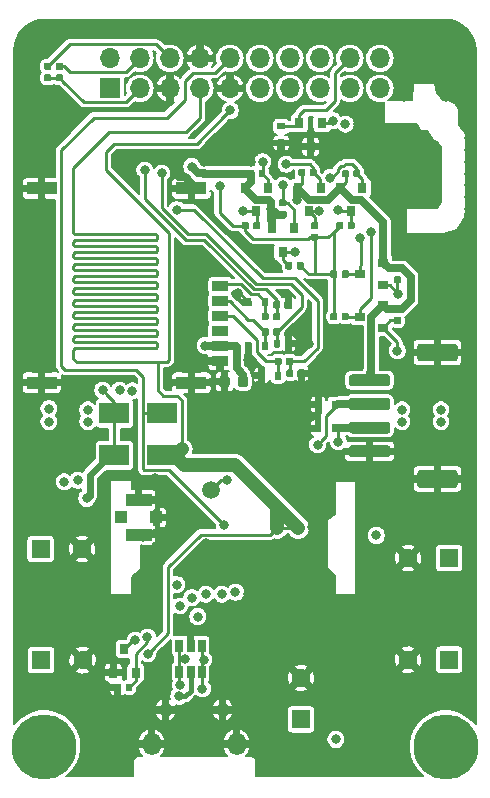
<source format=gbl>
G04 #@! TF.GenerationSoftware,KiCad,Pcbnew,(5.1.4-dirty)*
G04 #@! TF.CreationDate,2020-05-21T00:04:07+08:00*
G04 #@! TF.ProjectId,cicada-4g,63696361-6461-42d3-9467-2e6b69636164,0.1*
G04 #@! TF.SameCoordinates,PX7cee6c0PY3dfd240*
G04 #@! TF.FileFunction,Copper,L4,Bot*
G04 #@! TF.FilePolarity,Positive*
%FSLAX46Y46*%
G04 Gerber Fmt 4.6, Leading zero omitted, Abs format (unit mm)*
G04 Created by KiCad (PCBNEW (5.1.4-dirty)) date 2020-05-21 00:04:07*
%MOMM*%
%LPD*%
G04 APERTURE LIST*
%ADD10C,5.500000*%
%ADD11R,1.700000X1.700000*%
%ADD12O,1.700000X1.700000*%
%ADD13C,1.600000*%
%ADD14R,1.600000X1.600000*%
%ADD15R,1.000000X1.000000*%
%ADD16R,2.200000X1.050000*%
%ADD17R,2.500000X1.800000*%
%ADD18O,1.524000X1.900000*%
%ADD19O,1.050000X1.250000*%
%ADD20R,1.350000X0.900000*%
%ADD21R,2.600000X1.100000*%
%ADD22C,0.150000*%
%ADD23C,1.500000*%
%ADD24C,1.000000*%
%ADD25C,0.590000*%
%ADD26R,0.650000X1.060000*%
%ADD27R,0.800000X0.900000*%
%ADD28R,0.900000X0.800000*%
%ADD29R,0.600000X0.700000*%
%ADD30R,0.700000X0.600000*%
%ADD31C,0.875000*%
%ADD32C,0.800000*%
%ADD33C,0.250000*%
%ADD34C,0.650000*%
%ADD35C,1.200000*%
%ADD36C,0.400000*%
%ADD37C,0.600000*%
%ADD38C,0.200000*%
G04 APERTURE END LIST*
D10*
X37000000Y-62000000D03*
X3000000Y-62000000D03*
D11*
X8570000Y-6270000D03*
D12*
X8570000Y-3730000D03*
X11110000Y-6270000D03*
X11110000Y-3730000D03*
X13650000Y-6270000D03*
X13650000Y-3730000D03*
X16190000Y-6270000D03*
X16190000Y-3730000D03*
X18730000Y-6270000D03*
X18730000Y-3730000D03*
X21270000Y-6270000D03*
X21270000Y-3730000D03*
X23810000Y-6270000D03*
X23810000Y-3730000D03*
X26350000Y-6270000D03*
X26350000Y-3730000D03*
X28890000Y-6270000D03*
X28890000Y-3730000D03*
X31430000Y-6270000D03*
X31430000Y-3730000D03*
D13*
X24750000Y-56200000D03*
D14*
X24750000Y-59700000D03*
D13*
X33800000Y-46050000D03*
D14*
X37300000Y-46050000D03*
D13*
X33800000Y-54650000D03*
D14*
X37300000Y-54650000D03*
D13*
X6200000Y-45300000D03*
D14*
X2700000Y-45300000D03*
D13*
X6250000Y-54700000D03*
D14*
X2750000Y-54700000D03*
D15*
X9500000Y-42600000D03*
X12500000Y-42600000D03*
D16*
X11000000Y-41125000D03*
X11000000Y-44075000D03*
D17*
X8950000Y-37350000D03*
X12950000Y-37350000D03*
X8950000Y-33800000D03*
X12950000Y-33800000D03*
D18*
X12100000Y-61800000D03*
X19300000Y-61800000D03*
D19*
X13275000Y-58900000D03*
X18125000Y-58900000D03*
D20*
X17900000Y-29350000D03*
X17900000Y-28080000D03*
X17900000Y-26810000D03*
X17900000Y-25540000D03*
X17900000Y-24270000D03*
X17900000Y-23000000D03*
D21*
X15475000Y-14750000D03*
X2795000Y-14750000D03*
X2795000Y-31200000D03*
X15475000Y-31200000D03*
D22*
G36*
X37774504Y-38601204D02*
G01*
X37798773Y-38604804D01*
X37822571Y-38610765D01*
X37845671Y-38619030D01*
X37867849Y-38629520D01*
X37888893Y-38642133D01*
X37908598Y-38656747D01*
X37926777Y-38673223D01*
X37943253Y-38691402D01*
X37957867Y-38711107D01*
X37970480Y-38732151D01*
X37980970Y-38754329D01*
X37989235Y-38777429D01*
X37995196Y-38801227D01*
X37998796Y-38825496D01*
X38000000Y-38850000D01*
X38000000Y-39850000D01*
X37998796Y-39874504D01*
X37995196Y-39898773D01*
X37989235Y-39922571D01*
X37980970Y-39945671D01*
X37970480Y-39967849D01*
X37957867Y-39988893D01*
X37943253Y-40008598D01*
X37926777Y-40026777D01*
X37908598Y-40043253D01*
X37888893Y-40057867D01*
X37867849Y-40070480D01*
X37845671Y-40080970D01*
X37822571Y-40089235D01*
X37798773Y-40095196D01*
X37774504Y-40098796D01*
X37750000Y-40100000D01*
X34850000Y-40100000D01*
X34825496Y-40098796D01*
X34801227Y-40095196D01*
X34777429Y-40089235D01*
X34754329Y-40080970D01*
X34732151Y-40070480D01*
X34711107Y-40057867D01*
X34691402Y-40043253D01*
X34673223Y-40026777D01*
X34656747Y-40008598D01*
X34642133Y-39988893D01*
X34629520Y-39967849D01*
X34619030Y-39945671D01*
X34610765Y-39922571D01*
X34604804Y-39898773D01*
X34601204Y-39874504D01*
X34600000Y-39850000D01*
X34600000Y-38850000D01*
X34601204Y-38825496D01*
X34604804Y-38801227D01*
X34610765Y-38777429D01*
X34619030Y-38754329D01*
X34629520Y-38732151D01*
X34642133Y-38711107D01*
X34656747Y-38691402D01*
X34673223Y-38673223D01*
X34691402Y-38656747D01*
X34711107Y-38642133D01*
X34732151Y-38629520D01*
X34754329Y-38619030D01*
X34777429Y-38610765D01*
X34801227Y-38604804D01*
X34825496Y-38601204D01*
X34850000Y-38600000D01*
X37750000Y-38600000D01*
X37774504Y-38601204D01*
X37774504Y-38601204D01*
G37*
D23*
X36300000Y-39350000D03*
D22*
G36*
X37774504Y-27901204D02*
G01*
X37798773Y-27904804D01*
X37822571Y-27910765D01*
X37845671Y-27919030D01*
X37867849Y-27929520D01*
X37888893Y-27942133D01*
X37908598Y-27956747D01*
X37926777Y-27973223D01*
X37943253Y-27991402D01*
X37957867Y-28011107D01*
X37970480Y-28032151D01*
X37980970Y-28054329D01*
X37989235Y-28077429D01*
X37995196Y-28101227D01*
X37998796Y-28125496D01*
X38000000Y-28150000D01*
X38000000Y-29150000D01*
X37998796Y-29174504D01*
X37995196Y-29198773D01*
X37989235Y-29222571D01*
X37980970Y-29245671D01*
X37970480Y-29267849D01*
X37957867Y-29288893D01*
X37943253Y-29308598D01*
X37926777Y-29326777D01*
X37908598Y-29343253D01*
X37888893Y-29357867D01*
X37867849Y-29370480D01*
X37845671Y-29380970D01*
X37822571Y-29389235D01*
X37798773Y-29395196D01*
X37774504Y-29398796D01*
X37750000Y-29400000D01*
X34850000Y-29400000D01*
X34825496Y-29398796D01*
X34801227Y-29395196D01*
X34777429Y-29389235D01*
X34754329Y-29380970D01*
X34732151Y-29370480D01*
X34711107Y-29357867D01*
X34691402Y-29343253D01*
X34673223Y-29326777D01*
X34656747Y-29308598D01*
X34642133Y-29288893D01*
X34629520Y-29267849D01*
X34619030Y-29245671D01*
X34610765Y-29222571D01*
X34604804Y-29198773D01*
X34601204Y-29174504D01*
X34600000Y-29150000D01*
X34600000Y-28150000D01*
X34601204Y-28125496D01*
X34604804Y-28101227D01*
X34610765Y-28077429D01*
X34619030Y-28054329D01*
X34629520Y-28032151D01*
X34642133Y-28011107D01*
X34656747Y-27991402D01*
X34673223Y-27973223D01*
X34691402Y-27956747D01*
X34711107Y-27942133D01*
X34732151Y-27929520D01*
X34754329Y-27919030D01*
X34777429Y-27910765D01*
X34801227Y-27904804D01*
X34825496Y-27901204D01*
X34850000Y-27900000D01*
X37750000Y-27900000D01*
X37774504Y-27901204D01*
X37774504Y-27901204D01*
G37*
D23*
X36300000Y-28650000D03*
D22*
G36*
X32074504Y-36501204D02*
G01*
X32098773Y-36504804D01*
X32122571Y-36510765D01*
X32145671Y-36519030D01*
X32167849Y-36529520D01*
X32188893Y-36542133D01*
X32208598Y-36556747D01*
X32226777Y-36573223D01*
X32243253Y-36591402D01*
X32257867Y-36611107D01*
X32270480Y-36632151D01*
X32280970Y-36654329D01*
X32289235Y-36677429D01*
X32295196Y-36701227D01*
X32298796Y-36725496D01*
X32300000Y-36750000D01*
X32300000Y-37250000D01*
X32298796Y-37274504D01*
X32295196Y-37298773D01*
X32289235Y-37322571D01*
X32280970Y-37345671D01*
X32270480Y-37367849D01*
X32257867Y-37388893D01*
X32243253Y-37408598D01*
X32226777Y-37426777D01*
X32208598Y-37443253D01*
X32188893Y-37457867D01*
X32167849Y-37470480D01*
X32145671Y-37480970D01*
X32122571Y-37489235D01*
X32098773Y-37495196D01*
X32074504Y-37498796D01*
X32050000Y-37500000D01*
X29050000Y-37500000D01*
X29025496Y-37498796D01*
X29001227Y-37495196D01*
X28977429Y-37489235D01*
X28954329Y-37480970D01*
X28932151Y-37470480D01*
X28911107Y-37457867D01*
X28891402Y-37443253D01*
X28873223Y-37426777D01*
X28856747Y-37408598D01*
X28842133Y-37388893D01*
X28829520Y-37367849D01*
X28819030Y-37345671D01*
X28810765Y-37322571D01*
X28804804Y-37298773D01*
X28801204Y-37274504D01*
X28800000Y-37250000D01*
X28800000Y-36750000D01*
X28801204Y-36725496D01*
X28804804Y-36701227D01*
X28810765Y-36677429D01*
X28819030Y-36654329D01*
X28829520Y-36632151D01*
X28842133Y-36611107D01*
X28856747Y-36591402D01*
X28873223Y-36573223D01*
X28891402Y-36556747D01*
X28911107Y-36542133D01*
X28932151Y-36529520D01*
X28954329Y-36519030D01*
X28977429Y-36510765D01*
X29001227Y-36504804D01*
X29025496Y-36501204D01*
X29050000Y-36500000D01*
X32050000Y-36500000D01*
X32074504Y-36501204D01*
X32074504Y-36501204D01*
G37*
D24*
X30550000Y-37000000D03*
D22*
G36*
X32074504Y-34501204D02*
G01*
X32098773Y-34504804D01*
X32122571Y-34510765D01*
X32145671Y-34519030D01*
X32167849Y-34529520D01*
X32188893Y-34542133D01*
X32208598Y-34556747D01*
X32226777Y-34573223D01*
X32243253Y-34591402D01*
X32257867Y-34611107D01*
X32270480Y-34632151D01*
X32280970Y-34654329D01*
X32289235Y-34677429D01*
X32295196Y-34701227D01*
X32298796Y-34725496D01*
X32300000Y-34750000D01*
X32300000Y-35250000D01*
X32298796Y-35274504D01*
X32295196Y-35298773D01*
X32289235Y-35322571D01*
X32280970Y-35345671D01*
X32270480Y-35367849D01*
X32257867Y-35388893D01*
X32243253Y-35408598D01*
X32226777Y-35426777D01*
X32208598Y-35443253D01*
X32188893Y-35457867D01*
X32167849Y-35470480D01*
X32145671Y-35480970D01*
X32122571Y-35489235D01*
X32098773Y-35495196D01*
X32074504Y-35498796D01*
X32050000Y-35500000D01*
X29050000Y-35500000D01*
X29025496Y-35498796D01*
X29001227Y-35495196D01*
X28977429Y-35489235D01*
X28954329Y-35480970D01*
X28932151Y-35470480D01*
X28911107Y-35457867D01*
X28891402Y-35443253D01*
X28873223Y-35426777D01*
X28856747Y-35408598D01*
X28842133Y-35388893D01*
X28829520Y-35367849D01*
X28819030Y-35345671D01*
X28810765Y-35322571D01*
X28804804Y-35298773D01*
X28801204Y-35274504D01*
X28800000Y-35250000D01*
X28800000Y-34750000D01*
X28801204Y-34725496D01*
X28804804Y-34701227D01*
X28810765Y-34677429D01*
X28819030Y-34654329D01*
X28829520Y-34632151D01*
X28842133Y-34611107D01*
X28856747Y-34591402D01*
X28873223Y-34573223D01*
X28891402Y-34556747D01*
X28911107Y-34542133D01*
X28932151Y-34529520D01*
X28954329Y-34519030D01*
X28977429Y-34510765D01*
X29001227Y-34504804D01*
X29025496Y-34501204D01*
X29050000Y-34500000D01*
X32050000Y-34500000D01*
X32074504Y-34501204D01*
X32074504Y-34501204D01*
G37*
D24*
X30550000Y-35000000D03*
D22*
G36*
X32074504Y-32501204D02*
G01*
X32098773Y-32504804D01*
X32122571Y-32510765D01*
X32145671Y-32519030D01*
X32167849Y-32529520D01*
X32188893Y-32542133D01*
X32208598Y-32556747D01*
X32226777Y-32573223D01*
X32243253Y-32591402D01*
X32257867Y-32611107D01*
X32270480Y-32632151D01*
X32280970Y-32654329D01*
X32289235Y-32677429D01*
X32295196Y-32701227D01*
X32298796Y-32725496D01*
X32300000Y-32750000D01*
X32300000Y-33250000D01*
X32298796Y-33274504D01*
X32295196Y-33298773D01*
X32289235Y-33322571D01*
X32280970Y-33345671D01*
X32270480Y-33367849D01*
X32257867Y-33388893D01*
X32243253Y-33408598D01*
X32226777Y-33426777D01*
X32208598Y-33443253D01*
X32188893Y-33457867D01*
X32167849Y-33470480D01*
X32145671Y-33480970D01*
X32122571Y-33489235D01*
X32098773Y-33495196D01*
X32074504Y-33498796D01*
X32050000Y-33500000D01*
X29050000Y-33500000D01*
X29025496Y-33498796D01*
X29001227Y-33495196D01*
X28977429Y-33489235D01*
X28954329Y-33480970D01*
X28932151Y-33470480D01*
X28911107Y-33457867D01*
X28891402Y-33443253D01*
X28873223Y-33426777D01*
X28856747Y-33408598D01*
X28842133Y-33388893D01*
X28829520Y-33367849D01*
X28819030Y-33345671D01*
X28810765Y-33322571D01*
X28804804Y-33298773D01*
X28801204Y-33274504D01*
X28800000Y-33250000D01*
X28800000Y-32750000D01*
X28801204Y-32725496D01*
X28804804Y-32701227D01*
X28810765Y-32677429D01*
X28819030Y-32654329D01*
X28829520Y-32632151D01*
X28842133Y-32611107D01*
X28856747Y-32591402D01*
X28873223Y-32573223D01*
X28891402Y-32556747D01*
X28911107Y-32542133D01*
X28932151Y-32529520D01*
X28954329Y-32519030D01*
X28977429Y-32510765D01*
X29001227Y-32504804D01*
X29025496Y-32501204D01*
X29050000Y-32500000D01*
X32050000Y-32500000D01*
X32074504Y-32501204D01*
X32074504Y-32501204D01*
G37*
D24*
X30550000Y-33000000D03*
D22*
G36*
X32074504Y-30501204D02*
G01*
X32098773Y-30504804D01*
X32122571Y-30510765D01*
X32145671Y-30519030D01*
X32167849Y-30529520D01*
X32188893Y-30542133D01*
X32208598Y-30556747D01*
X32226777Y-30573223D01*
X32243253Y-30591402D01*
X32257867Y-30611107D01*
X32270480Y-30632151D01*
X32280970Y-30654329D01*
X32289235Y-30677429D01*
X32295196Y-30701227D01*
X32298796Y-30725496D01*
X32300000Y-30750000D01*
X32300000Y-31250000D01*
X32298796Y-31274504D01*
X32295196Y-31298773D01*
X32289235Y-31322571D01*
X32280970Y-31345671D01*
X32270480Y-31367849D01*
X32257867Y-31388893D01*
X32243253Y-31408598D01*
X32226777Y-31426777D01*
X32208598Y-31443253D01*
X32188893Y-31457867D01*
X32167849Y-31470480D01*
X32145671Y-31480970D01*
X32122571Y-31489235D01*
X32098773Y-31495196D01*
X32074504Y-31498796D01*
X32050000Y-31500000D01*
X29050000Y-31500000D01*
X29025496Y-31498796D01*
X29001227Y-31495196D01*
X28977429Y-31489235D01*
X28954329Y-31480970D01*
X28932151Y-31470480D01*
X28911107Y-31457867D01*
X28891402Y-31443253D01*
X28873223Y-31426777D01*
X28856747Y-31408598D01*
X28842133Y-31388893D01*
X28829520Y-31367849D01*
X28819030Y-31345671D01*
X28810765Y-31322571D01*
X28804804Y-31298773D01*
X28801204Y-31274504D01*
X28800000Y-31250000D01*
X28800000Y-30750000D01*
X28801204Y-30725496D01*
X28804804Y-30701227D01*
X28810765Y-30677429D01*
X28819030Y-30654329D01*
X28829520Y-30632151D01*
X28842133Y-30611107D01*
X28856747Y-30591402D01*
X28873223Y-30573223D01*
X28891402Y-30556747D01*
X28911107Y-30542133D01*
X28932151Y-30529520D01*
X28954329Y-30519030D01*
X28977429Y-30510765D01*
X29001227Y-30504804D01*
X29025496Y-30501204D01*
X29050000Y-30500000D01*
X32050000Y-30500000D01*
X32074504Y-30501204D01*
X32074504Y-30501204D01*
G37*
D24*
X30550000Y-31000000D03*
D22*
G36*
X21161958Y-17580710D02*
G01*
X21176276Y-17582834D01*
X21190317Y-17586351D01*
X21203946Y-17591228D01*
X21217031Y-17597417D01*
X21229447Y-17604858D01*
X21241073Y-17613481D01*
X21251798Y-17623202D01*
X21261519Y-17633927D01*
X21270142Y-17645553D01*
X21277583Y-17657969D01*
X21283772Y-17671054D01*
X21288649Y-17684683D01*
X21292166Y-17698724D01*
X21294290Y-17713042D01*
X21295000Y-17727500D01*
X21295000Y-18072500D01*
X21294290Y-18086958D01*
X21292166Y-18101276D01*
X21288649Y-18115317D01*
X21283772Y-18128946D01*
X21277583Y-18142031D01*
X21270142Y-18154447D01*
X21261519Y-18166073D01*
X21251798Y-18176798D01*
X21241073Y-18186519D01*
X21229447Y-18195142D01*
X21217031Y-18202583D01*
X21203946Y-18208772D01*
X21190317Y-18213649D01*
X21176276Y-18217166D01*
X21161958Y-18219290D01*
X21147500Y-18220000D01*
X20852500Y-18220000D01*
X20838042Y-18219290D01*
X20823724Y-18217166D01*
X20809683Y-18213649D01*
X20796054Y-18208772D01*
X20782969Y-18202583D01*
X20770553Y-18195142D01*
X20758927Y-18186519D01*
X20748202Y-18176798D01*
X20738481Y-18166073D01*
X20729858Y-18154447D01*
X20722417Y-18142031D01*
X20716228Y-18128946D01*
X20711351Y-18115317D01*
X20707834Y-18101276D01*
X20705710Y-18086958D01*
X20705000Y-18072500D01*
X20705000Y-17727500D01*
X20705710Y-17713042D01*
X20707834Y-17698724D01*
X20711351Y-17684683D01*
X20716228Y-17671054D01*
X20722417Y-17657969D01*
X20729858Y-17645553D01*
X20738481Y-17633927D01*
X20748202Y-17623202D01*
X20758927Y-17613481D01*
X20770553Y-17604858D01*
X20782969Y-17597417D01*
X20796054Y-17591228D01*
X20809683Y-17586351D01*
X20823724Y-17582834D01*
X20838042Y-17580710D01*
X20852500Y-17580000D01*
X21147500Y-17580000D01*
X21161958Y-17580710D01*
X21161958Y-17580710D01*
G37*
D25*
X21000000Y-17900000D03*
D22*
G36*
X20191958Y-17580710D02*
G01*
X20206276Y-17582834D01*
X20220317Y-17586351D01*
X20233946Y-17591228D01*
X20247031Y-17597417D01*
X20259447Y-17604858D01*
X20271073Y-17613481D01*
X20281798Y-17623202D01*
X20291519Y-17633927D01*
X20300142Y-17645553D01*
X20307583Y-17657969D01*
X20313772Y-17671054D01*
X20318649Y-17684683D01*
X20322166Y-17698724D01*
X20324290Y-17713042D01*
X20325000Y-17727500D01*
X20325000Y-18072500D01*
X20324290Y-18086958D01*
X20322166Y-18101276D01*
X20318649Y-18115317D01*
X20313772Y-18128946D01*
X20307583Y-18142031D01*
X20300142Y-18154447D01*
X20291519Y-18166073D01*
X20281798Y-18176798D01*
X20271073Y-18186519D01*
X20259447Y-18195142D01*
X20247031Y-18202583D01*
X20233946Y-18208772D01*
X20220317Y-18213649D01*
X20206276Y-18217166D01*
X20191958Y-18219290D01*
X20177500Y-18220000D01*
X19882500Y-18220000D01*
X19868042Y-18219290D01*
X19853724Y-18217166D01*
X19839683Y-18213649D01*
X19826054Y-18208772D01*
X19812969Y-18202583D01*
X19800553Y-18195142D01*
X19788927Y-18186519D01*
X19778202Y-18176798D01*
X19768481Y-18166073D01*
X19759858Y-18154447D01*
X19752417Y-18142031D01*
X19746228Y-18128946D01*
X19741351Y-18115317D01*
X19737834Y-18101276D01*
X19735710Y-18086958D01*
X19735000Y-18072500D01*
X19735000Y-17727500D01*
X19735710Y-17713042D01*
X19737834Y-17698724D01*
X19741351Y-17684683D01*
X19746228Y-17671054D01*
X19752417Y-17657969D01*
X19759858Y-17645553D01*
X19768481Y-17633927D01*
X19778202Y-17623202D01*
X19788927Y-17613481D01*
X19800553Y-17604858D01*
X19812969Y-17597417D01*
X19826054Y-17591228D01*
X19839683Y-17586351D01*
X19853724Y-17582834D01*
X19868042Y-17580710D01*
X19882500Y-17580000D01*
X20177500Y-17580000D01*
X20191958Y-17580710D01*
X20191958Y-17580710D01*
G37*
D25*
X20030000Y-17900000D03*
D22*
G36*
X21607619Y-13180710D02*
G01*
X21621937Y-13182834D01*
X21635978Y-13186351D01*
X21649607Y-13191228D01*
X21662692Y-13197417D01*
X21675108Y-13204858D01*
X21686734Y-13213481D01*
X21697459Y-13223202D01*
X21707180Y-13233927D01*
X21715803Y-13245553D01*
X21723244Y-13257969D01*
X21729433Y-13271054D01*
X21734310Y-13284683D01*
X21737827Y-13298724D01*
X21739951Y-13313042D01*
X21740661Y-13327500D01*
X21740661Y-13672500D01*
X21739951Y-13686958D01*
X21737827Y-13701276D01*
X21734310Y-13715317D01*
X21729433Y-13728946D01*
X21723244Y-13742031D01*
X21715803Y-13754447D01*
X21707180Y-13766073D01*
X21697459Y-13776798D01*
X21686734Y-13786519D01*
X21675108Y-13795142D01*
X21662692Y-13802583D01*
X21649607Y-13808772D01*
X21635978Y-13813649D01*
X21621937Y-13817166D01*
X21607619Y-13819290D01*
X21593161Y-13820000D01*
X21298161Y-13820000D01*
X21283703Y-13819290D01*
X21269385Y-13817166D01*
X21255344Y-13813649D01*
X21241715Y-13808772D01*
X21228630Y-13802583D01*
X21216214Y-13795142D01*
X21204588Y-13786519D01*
X21193863Y-13776798D01*
X21184142Y-13766073D01*
X21175519Y-13754447D01*
X21168078Y-13742031D01*
X21161889Y-13728946D01*
X21157012Y-13715317D01*
X21153495Y-13701276D01*
X21151371Y-13686958D01*
X21150661Y-13672500D01*
X21150661Y-13327500D01*
X21151371Y-13313042D01*
X21153495Y-13298724D01*
X21157012Y-13284683D01*
X21161889Y-13271054D01*
X21168078Y-13257969D01*
X21175519Y-13245553D01*
X21184142Y-13233927D01*
X21193863Y-13223202D01*
X21204588Y-13213481D01*
X21216214Y-13204858D01*
X21228630Y-13197417D01*
X21241715Y-13191228D01*
X21255344Y-13186351D01*
X21269385Y-13182834D01*
X21283703Y-13180710D01*
X21298161Y-13180000D01*
X21593161Y-13180000D01*
X21607619Y-13180710D01*
X21607619Y-13180710D01*
G37*
D25*
X21445661Y-13500000D03*
D22*
G36*
X20637619Y-13180710D02*
G01*
X20651937Y-13182834D01*
X20665978Y-13186351D01*
X20679607Y-13191228D01*
X20692692Y-13197417D01*
X20705108Y-13204858D01*
X20716734Y-13213481D01*
X20727459Y-13223202D01*
X20737180Y-13233927D01*
X20745803Y-13245553D01*
X20753244Y-13257969D01*
X20759433Y-13271054D01*
X20764310Y-13284683D01*
X20767827Y-13298724D01*
X20769951Y-13313042D01*
X20770661Y-13327500D01*
X20770661Y-13672500D01*
X20769951Y-13686958D01*
X20767827Y-13701276D01*
X20764310Y-13715317D01*
X20759433Y-13728946D01*
X20753244Y-13742031D01*
X20745803Y-13754447D01*
X20737180Y-13766073D01*
X20727459Y-13776798D01*
X20716734Y-13786519D01*
X20705108Y-13795142D01*
X20692692Y-13802583D01*
X20679607Y-13808772D01*
X20665978Y-13813649D01*
X20651937Y-13817166D01*
X20637619Y-13819290D01*
X20623161Y-13820000D01*
X20328161Y-13820000D01*
X20313703Y-13819290D01*
X20299385Y-13817166D01*
X20285344Y-13813649D01*
X20271715Y-13808772D01*
X20258630Y-13802583D01*
X20246214Y-13795142D01*
X20234588Y-13786519D01*
X20223863Y-13776798D01*
X20214142Y-13766073D01*
X20205519Y-13754447D01*
X20198078Y-13742031D01*
X20191889Y-13728946D01*
X20187012Y-13715317D01*
X20183495Y-13701276D01*
X20181371Y-13686958D01*
X20180661Y-13672500D01*
X20180661Y-13327500D01*
X20181371Y-13313042D01*
X20183495Y-13298724D01*
X20187012Y-13284683D01*
X20191889Y-13271054D01*
X20198078Y-13257969D01*
X20205519Y-13245553D01*
X20214142Y-13233927D01*
X20223863Y-13223202D01*
X20234588Y-13213481D01*
X20246214Y-13204858D01*
X20258630Y-13197417D01*
X20271715Y-13191228D01*
X20285344Y-13186351D01*
X20299385Y-13182834D01*
X20313703Y-13180710D01*
X20328161Y-13180000D01*
X20623161Y-13180000D01*
X20637619Y-13180710D01*
X20637619Y-13180710D01*
G37*
D25*
X20475661Y-13500000D03*
D22*
G36*
X29146958Y-17580710D02*
G01*
X29161276Y-17582834D01*
X29175317Y-17586351D01*
X29188946Y-17591228D01*
X29202031Y-17597417D01*
X29214447Y-17604858D01*
X29226073Y-17613481D01*
X29236798Y-17623202D01*
X29246519Y-17633927D01*
X29255142Y-17645553D01*
X29262583Y-17657969D01*
X29268772Y-17671054D01*
X29273649Y-17684683D01*
X29277166Y-17698724D01*
X29279290Y-17713042D01*
X29280000Y-17727500D01*
X29280000Y-18072500D01*
X29279290Y-18086958D01*
X29277166Y-18101276D01*
X29273649Y-18115317D01*
X29268772Y-18128946D01*
X29262583Y-18142031D01*
X29255142Y-18154447D01*
X29246519Y-18166073D01*
X29236798Y-18176798D01*
X29226073Y-18186519D01*
X29214447Y-18195142D01*
X29202031Y-18202583D01*
X29188946Y-18208772D01*
X29175317Y-18213649D01*
X29161276Y-18217166D01*
X29146958Y-18219290D01*
X29132500Y-18220000D01*
X28837500Y-18220000D01*
X28823042Y-18219290D01*
X28808724Y-18217166D01*
X28794683Y-18213649D01*
X28781054Y-18208772D01*
X28767969Y-18202583D01*
X28755553Y-18195142D01*
X28743927Y-18186519D01*
X28733202Y-18176798D01*
X28723481Y-18166073D01*
X28714858Y-18154447D01*
X28707417Y-18142031D01*
X28701228Y-18128946D01*
X28696351Y-18115317D01*
X28692834Y-18101276D01*
X28690710Y-18086958D01*
X28690000Y-18072500D01*
X28690000Y-17727500D01*
X28690710Y-17713042D01*
X28692834Y-17698724D01*
X28696351Y-17684683D01*
X28701228Y-17671054D01*
X28707417Y-17657969D01*
X28714858Y-17645553D01*
X28723481Y-17633927D01*
X28733202Y-17623202D01*
X28743927Y-17613481D01*
X28755553Y-17604858D01*
X28767969Y-17597417D01*
X28781054Y-17591228D01*
X28794683Y-17586351D01*
X28808724Y-17582834D01*
X28823042Y-17580710D01*
X28837500Y-17580000D01*
X29132500Y-17580000D01*
X29146958Y-17580710D01*
X29146958Y-17580710D01*
G37*
D25*
X28985000Y-17900000D03*
D22*
G36*
X28176958Y-17580710D02*
G01*
X28191276Y-17582834D01*
X28205317Y-17586351D01*
X28218946Y-17591228D01*
X28232031Y-17597417D01*
X28244447Y-17604858D01*
X28256073Y-17613481D01*
X28266798Y-17623202D01*
X28276519Y-17633927D01*
X28285142Y-17645553D01*
X28292583Y-17657969D01*
X28298772Y-17671054D01*
X28303649Y-17684683D01*
X28307166Y-17698724D01*
X28309290Y-17713042D01*
X28310000Y-17727500D01*
X28310000Y-18072500D01*
X28309290Y-18086958D01*
X28307166Y-18101276D01*
X28303649Y-18115317D01*
X28298772Y-18128946D01*
X28292583Y-18142031D01*
X28285142Y-18154447D01*
X28276519Y-18166073D01*
X28266798Y-18176798D01*
X28256073Y-18186519D01*
X28244447Y-18195142D01*
X28232031Y-18202583D01*
X28218946Y-18208772D01*
X28205317Y-18213649D01*
X28191276Y-18217166D01*
X28176958Y-18219290D01*
X28162500Y-18220000D01*
X27867500Y-18220000D01*
X27853042Y-18219290D01*
X27838724Y-18217166D01*
X27824683Y-18213649D01*
X27811054Y-18208772D01*
X27797969Y-18202583D01*
X27785553Y-18195142D01*
X27773927Y-18186519D01*
X27763202Y-18176798D01*
X27753481Y-18166073D01*
X27744858Y-18154447D01*
X27737417Y-18142031D01*
X27731228Y-18128946D01*
X27726351Y-18115317D01*
X27722834Y-18101276D01*
X27720710Y-18086958D01*
X27720000Y-18072500D01*
X27720000Y-17727500D01*
X27720710Y-17713042D01*
X27722834Y-17698724D01*
X27726351Y-17684683D01*
X27731228Y-17671054D01*
X27737417Y-17657969D01*
X27744858Y-17645553D01*
X27753481Y-17633927D01*
X27763202Y-17623202D01*
X27773927Y-17613481D01*
X27785553Y-17604858D01*
X27797969Y-17597417D01*
X27811054Y-17591228D01*
X27824683Y-17586351D01*
X27838724Y-17582834D01*
X27853042Y-17580710D01*
X27867500Y-17580000D01*
X28162500Y-17580000D01*
X28176958Y-17580710D01*
X28176958Y-17580710D01*
G37*
D25*
X28015000Y-17900000D03*
D22*
G36*
X29646958Y-13180710D02*
G01*
X29661276Y-13182834D01*
X29675317Y-13186351D01*
X29688946Y-13191228D01*
X29702031Y-13197417D01*
X29714447Y-13204858D01*
X29726073Y-13213481D01*
X29736798Y-13223202D01*
X29746519Y-13233927D01*
X29755142Y-13245553D01*
X29762583Y-13257969D01*
X29768772Y-13271054D01*
X29773649Y-13284683D01*
X29777166Y-13298724D01*
X29779290Y-13313042D01*
X29780000Y-13327500D01*
X29780000Y-13672500D01*
X29779290Y-13686958D01*
X29777166Y-13701276D01*
X29773649Y-13715317D01*
X29768772Y-13728946D01*
X29762583Y-13742031D01*
X29755142Y-13754447D01*
X29746519Y-13766073D01*
X29736798Y-13776798D01*
X29726073Y-13786519D01*
X29714447Y-13795142D01*
X29702031Y-13802583D01*
X29688946Y-13808772D01*
X29675317Y-13813649D01*
X29661276Y-13817166D01*
X29646958Y-13819290D01*
X29632500Y-13820000D01*
X29337500Y-13820000D01*
X29323042Y-13819290D01*
X29308724Y-13817166D01*
X29294683Y-13813649D01*
X29281054Y-13808772D01*
X29267969Y-13802583D01*
X29255553Y-13795142D01*
X29243927Y-13786519D01*
X29233202Y-13776798D01*
X29223481Y-13766073D01*
X29214858Y-13754447D01*
X29207417Y-13742031D01*
X29201228Y-13728946D01*
X29196351Y-13715317D01*
X29192834Y-13701276D01*
X29190710Y-13686958D01*
X29190000Y-13672500D01*
X29190000Y-13327500D01*
X29190710Y-13313042D01*
X29192834Y-13298724D01*
X29196351Y-13284683D01*
X29201228Y-13271054D01*
X29207417Y-13257969D01*
X29214858Y-13245553D01*
X29223481Y-13233927D01*
X29233202Y-13223202D01*
X29243927Y-13213481D01*
X29255553Y-13204858D01*
X29267969Y-13197417D01*
X29281054Y-13191228D01*
X29294683Y-13186351D01*
X29308724Y-13182834D01*
X29323042Y-13180710D01*
X29337500Y-13180000D01*
X29632500Y-13180000D01*
X29646958Y-13180710D01*
X29646958Y-13180710D01*
G37*
D25*
X29485000Y-13500000D03*
D22*
G36*
X28676958Y-13180710D02*
G01*
X28691276Y-13182834D01*
X28705317Y-13186351D01*
X28718946Y-13191228D01*
X28732031Y-13197417D01*
X28744447Y-13204858D01*
X28756073Y-13213481D01*
X28766798Y-13223202D01*
X28776519Y-13233927D01*
X28785142Y-13245553D01*
X28792583Y-13257969D01*
X28798772Y-13271054D01*
X28803649Y-13284683D01*
X28807166Y-13298724D01*
X28809290Y-13313042D01*
X28810000Y-13327500D01*
X28810000Y-13672500D01*
X28809290Y-13686958D01*
X28807166Y-13701276D01*
X28803649Y-13715317D01*
X28798772Y-13728946D01*
X28792583Y-13742031D01*
X28785142Y-13754447D01*
X28776519Y-13766073D01*
X28766798Y-13776798D01*
X28756073Y-13786519D01*
X28744447Y-13795142D01*
X28732031Y-13802583D01*
X28718946Y-13808772D01*
X28705317Y-13813649D01*
X28691276Y-13817166D01*
X28676958Y-13819290D01*
X28662500Y-13820000D01*
X28367500Y-13820000D01*
X28353042Y-13819290D01*
X28338724Y-13817166D01*
X28324683Y-13813649D01*
X28311054Y-13808772D01*
X28297969Y-13802583D01*
X28285553Y-13795142D01*
X28273927Y-13786519D01*
X28263202Y-13776798D01*
X28253481Y-13766073D01*
X28244858Y-13754447D01*
X28237417Y-13742031D01*
X28231228Y-13728946D01*
X28226351Y-13715317D01*
X28222834Y-13701276D01*
X28220710Y-13686958D01*
X28220000Y-13672500D01*
X28220000Y-13327500D01*
X28220710Y-13313042D01*
X28222834Y-13298724D01*
X28226351Y-13284683D01*
X28231228Y-13271054D01*
X28237417Y-13257969D01*
X28244858Y-13245553D01*
X28253481Y-13233927D01*
X28263202Y-13223202D01*
X28273927Y-13213481D01*
X28285553Y-13204858D01*
X28297969Y-13197417D01*
X28311054Y-13191228D01*
X28324683Y-13186351D01*
X28338724Y-13182834D01*
X28353042Y-13180710D01*
X28367500Y-13180000D01*
X28662500Y-13180000D01*
X28676958Y-13180710D01*
X28676958Y-13180710D01*
G37*
D25*
X28515000Y-13500000D03*
D22*
G36*
X23876958Y-20980710D02*
G01*
X23891276Y-20982834D01*
X23905317Y-20986351D01*
X23918946Y-20991228D01*
X23932031Y-20997417D01*
X23944447Y-21004858D01*
X23956073Y-21013481D01*
X23966798Y-21023202D01*
X23976519Y-21033927D01*
X23985142Y-21045553D01*
X23992583Y-21057969D01*
X23998772Y-21071054D01*
X24003649Y-21084683D01*
X24007166Y-21098724D01*
X24009290Y-21113042D01*
X24010000Y-21127500D01*
X24010000Y-21472500D01*
X24009290Y-21486958D01*
X24007166Y-21501276D01*
X24003649Y-21515317D01*
X23998772Y-21528946D01*
X23992583Y-21542031D01*
X23985142Y-21554447D01*
X23976519Y-21566073D01*
X23966798Y-21576798D01*
X23956073Y-21586519D01*
X23944447Y-21595142D01*
X23932031Y-21602583D01*
X23918946Y-21608772D01*
X23905317Y-21613649D01*
X23891276Y-21617166D01*
X23876958Y-21619290D01*
X23862500Y-21620000D01*
X23567500Y-21620000D01*
X23553042Y-21619290D01*
X23538724Y-21617166D01*
X23524683Y-21613649D01*
X23511054Y-21608772D01*
X23497969Y-21602583D01*
X23485553Y-21595142D01*
X23473927Y-21586519D01*
X23463202Y-21576798D01*
X23453481Y-21566073D01*
X23444858Y-21554447D01*
X23437417Y-21542031D01*
X23431228Y-21528946D01*
X23426351Y-21515317D01*
X23422834Y-21501276D01*
X23420710Y-21486958D01*
X23420000Y-21472500D01*
X23420000Y-21127500D01*
X23420710Y-21113042D01*
X23422834Y-21098724D01*
X23426351Y-21084683D01*
X23431228Y-21071054D01*
X23437417Y-21057969D01*
X23444858Y-21045553D01*
X23453481Y-21033927D01*
X23463202Y-21023202D01*
X23473927Y-21013481D01*
X23485553Y-21004858D01*
X23497969Y-20997417D01*
X23511054Y-20991228D01*
X23524683Y-20986351D01*
X23538724Y-20982834D01*
X23553042Y-20980710D01*
X23567500Y-20980000D01*
X23862500Y-20980000D01*
X23876958Y-20980710D01*
X23876958Y-20980710D01*
G37*
D25*
X23715000Y-21300000D03*
D22*
G36*
X24846958Y-20980710D02*
G01*
X24861276Y-20982834D01*
X24875317Y-20986351D01*
X24888946Y-20991228D01*
X24902031Y-20997417D01*
X24914447Y-21004858D01*
X24926073Y-21013481D01*
X24936798Y-21023202D01*
X24946519Y-21033927D01*
X24955142Y-21045553D01*
X24962583Y-21057969D01*
X24968772Y-21071054D01*
X24973649Y-21084683D01*
X24977166Y-21098724D01*
X24979290Y-21113042D01*
X24980000Y-21127500D01*
X24980000Y-21472500D01*
X24979290Y-21486958D01*
X24977166Y-21501276D01*
X24973649Y-21515317D01*
X24968772Y-21528946D01*
X24962583Y-21542031D01*
X24955142Y-21554447D01*
X24946519Y-21566073D01*
X24936798Y-21576798D01*
X24926073Y-21586519D01*
X24914447Y-21595142D01*
X24902031Y-21602583D01*
X24888946Y-21608772D01*
X24875317Y-21613649D01*
X24861276Y-21617166D01*
X24846958Y-21619290D01*
X24832500Y-21620000D01*
X24537500Y-21620000D01*
X24523042Y-21619290D01*
X24508724Y-21617166D01*
X24494683Y-21613649D01*
X24481054Y-21608772D01*
X24467969Y-21602583D01*
X24455553Y-21595142D01*
X24443927Y-21586519D01*
X24433202Y-21576798D01*
X24423481Y-21566073D01*
X24414858Y-21554447D01*
X24407417Y-21542031D01*
X24401228Y-21528946D01*
X24396351Y-21515317D01*
X24392834Y-21501276D01*
X24390710Y-21486958D01*
X24390000Y-21472500D01*
X24390000Y-21127500D01*
X24390710Y-21113042D01*
X24392834Y-21098724D01*
X24396351Y-21084683D01*
X24401228Y-21071054D01*
X24407417Y-21057969D01*
X24414858Y-21045553D01*
X24423481Y-21033927D01*
X24433202Y-21023202D01*
X24443927Y-21013481D01*
X24455553Y-21004858D01*
X24467969Y-20997417D01*
X24481054Y-20991228D01*
X24494683Y-20986351D01*
X24508724Y-20982834D01*
X24523042Y-20980710D01*
X24537500Y-20980000D01*
X24832500Y-20980000D01*
X24846958Y-20980710D01*
X24846958Y-20980710D01*
G37*
D25*
X24685000Y-21300000D03*
D22*
G36*
X23386958Y-15670710D02*
G01*
X23401276Y-15672834D01*
X23415317Y-15676351D01*
X23428946Y-15681228D01*
X23442031Y-15687417D01*
X23454447Y-15694858D01*
X23466073Y-15703481D01*
X23476798Y-15713202D01*
X23486519Y-15723927D01*
X23495142Y-15735553D01*
X23502583Y-15747969D01*
X23508772Y-15761054D01*
X23513649Y-15774683D01*
X23517166Y-15788724D01*
X23519290Y-15803042D01*
X23520000Y-15817500D01*
X23520000Y-16112500D01*
X23519290Y-16126958D01*
X23517166Y-16141276D01*
X23513649Y-16155317D01*
X23508772Y-16168946D01*
X23502583Y-16182031D01*
X23495142Y-16194447D01*
X23486519Y-16206073D01*
X23476798Y-16216798D01*
X23466073Y-16226519D01*
X23454447Y-16235142D01*
X23442031Y-16242583D01*
X23428946Y-16248772D01*
X23415317Y-16253649D01*
X23401276Y-16257166D01*
X23386958Y-16259290D01*
X23372500Y-16260000D01*
X23027500Y-16260000D01*
X23013042Y-16259290D01*
X22998724Y-16257166D01*
X22984683Y-16253649D01*
X22971054Y-16248772D01*
X22957969Y-16242583D01*
X22945553Y-16235142D01*
X22933927Y-16226519D01*
X22923202Y-16216798D01*
X22913481Y-16206073D01*
X22904858Y-16194447D01*
X22897417Y-16182031D01*
X22891228Y-16168946D01*
X22886351Y-16155317D01*
X22882834Y-16141276D01*
X22880710Y-16126958D01*
X22880000Y-16112500D01*
X22880000Y-15817500D01*
X22880710Y-15803042D01*
X22882834Y-15788724D01*
X22886351Y-15774683D01*
X22891228Y-15761054D01*
X22897417Y-15747969D01*
X22904858Y-15735553D01*
X22913481Y-15723927D01*
X22923202Y-15713202D01*
X22933927Y-15703481D01*
X22945553Y-15694858D01*
X22957969Y-15687417D01*
X22971054Y-15681228D01*
X22984683Y-15676351D01*
X22998724Y-15672834D01*
X23013042Y-15670710D01*
X23027500Y-15670000D01*
X23372500Y-15670000D01*
X23386958Y-15670710D01*
X23386958Y-15670710D01*
G37*
D25*
X23200000Y-15965000D03*
D22*
G36*
X23386958Y-16640710D02*
G01*
X23401276Y-16642834D01*
X23415317Y-16646351D01*
X23428946Y-16651228D01*
X23442031Y-16657417D01*
X23454447Y-16664858D01*
X23466073Y-16673481D01*
X23476798Y-16683202D01*
X23486519Y-16693927D01*
X23495142Y-16705553D01*
X23502583Y-16717969D01*
X23508772Y-16731054D01*
X23513649Y-16744683D01*
X23517166Y-16758724D01*
X23519290Y-16773042D01*
X23520000Y-16787500D01*
X23520000Y-17082500D01*
X23519290Y-17096958D01*
X23517166Y-17111276D01*
X23513649Y-17125317D01*
X23508772Y-17138946D01*
X23502583Y-17152031D01*
X23495142Y-17164447D01*
X23486519Y-17176073D01*
X23476798Y-17186798D01*
X23466073Y-17196519D01*
X23454447Y-17205142D01*
X23442031Y-17212583D01*
X23428946Y-17218772D01*
X23415317Y-17223649D01*
X23401276Y-17227166D01*
X23386958Y-17229290D01*
X23372500Y-17230000D01*
X23027500Y-17230000D01*
X23013042Y-17229290D01*
X22998724Y-17227166D01*
X22984683Y-17223649D01*
X22971054Y-17218772D01*
X22957969Y-17212583D01*
X22945553Y-17205142D01*
X22933927Y-17196519D01*
X22923202Y-17186798D01*
X22913481Y-17176073D01*
X22904858Y-17164447D01*
X22897417Y-17152031D01*
X22891228Y-17138946D01*
X22886351Y-17125317D01*
X22882834Y-17111276D01*
X22880710Y-17096958D01*
X22880000Y-17082500D01*
X22880000Y-16787500D01*
X22880710Y-16773042D01*
X22882834Y-16758724D01*
X22886351Y-16744683D01*
X22891228Y-16731054D01*
X22897417Y-16717969D01*
X22904858Y-16705553D01*
X22913481Y-16693927D01*
X22923202Y-16683202D01*
X22933927Y-16673481D01*
X22945553Y-16664858D01*
X22957969Y-16657417D01*
X22971054Y-16651228D01*
X22984683Y-16646351D01*
X22998724Y-16642834D01*
X23013042Y-16640710D01*
X23027500Y-16640000D01*
X23372500Y-16640000D01*
X23386958Y-16640710D01*
X23386958Y-16640710D01*
G37*
D25*
X23200000Y-16935000D03*
D22*
G36*
X26086958Y-17605710D02*
G01*
X26101276Y-17607834D01*
X26115317Y-17611351D01*
X26128946Y-17616228D01*
X26142031Y-17622417D01*
X26154447Y-17629858D01*
X26166073Y-17638481D01*
X26176798Y-17648202D01*
X26186519Y-17658927D01*
X26195142Y-17670553D01*
X26202583Y-17682969D01*
X26208772Y-17696054D01*
X26213649Y-17709683D01*
X26217166Y-17723724D01*
X26219290Y-17738042D01*
X26220000Y-17752500D01*
X26220000Y-18047500D01*
X26219290Y-18061958D01*
X26217166Y-18076276D01*
X26213649Y-18090317D01*
X26208772Y-18103946D01*
X26202583Y-18117031D01*
X26195142Y-18129447D01*
X26186519Y-18141073D01*
X26176798Y-18151798D01*
X26166073Y-18161519D01*
X26154447Y-18170142D01*
X26142031Y-18177583D01*
X26128946Y-18183772D01*
X26115317Y-18188649D01*
X26101276Y-18192166D01*
X26086958Y-18194290D01*
X26072500Y-18195000D01*
X25727500Y-18195000D01*
X25713042Y-18194290D01*
X25698724Y-18192166D01*
X25684683Y-18188649D01*
X25671054Y-18183772D01*
X25657969Y-18177583D01*
X25645553Y-18170142D01*
X25633927Y-18161519D01*
X25623202Y-18151798D01*
X25613481Y-18141073D01*
X25604858Y-18129447D01*
X25597417Y-18117031D01*
X25591228Y-18103946D01*
X25586351Y-18090317D01*
X25582834Y-18076276D01*
X25580710Y-18061958D01*
X25580000Y-18047500D01*
X25580000Y-17752500D01*
X25580710Y-17738042D01*
X25582834Y-17723724D01*
X25586351Y-17709683D01*
X25591228Y-17696054D01*
X25597417Y-17682969D01*
X25604858Y-17670553D01*
X25613481Y-17658927D01*
X25623202Y-17648202D01*
X25633927Y-17638481D01*
X25645553Y-17629858D01*
X25657969Y-17622417D01*
X25671054Y-17616228D01*
X25684683Y-17611351D01*
X25698724Y-17607834D01*
X25713042Y-17605710D01*
X25727500Y-17605000D01*
X26072500Y-17605000D01*
X26086958Y-17605710D01*
X26086958Y-17605710D01*
G37*
D25*
X25900000Y-17900000D03*
D22*
G36*
X26086958Y-18575710D02*
G01*
X26101276Y-18577834D01*
X26115317Y-18581351D01*
X26128946Y-18586228D01*
X26142031Y-18592417D01*
X26154447Y-18599858D01*
X26166073Y-18608481D01*
X26176798Y-18618202D01*
X26186519Y-18628927D01*
X26195142Y-18640553D01*
X26202583Y-18652969D01*
X26208772Y-18666054D01*
X26213649Y-18679683D01*
X26217166Y-18693724D01*
X26219290Y-18708042D01*
X26220000Y-18722500D01*
X26220000Y-19017500D01*
X26219290Y-19031958D01*
X26217166Y-19046276D01*
X26213649Y-19060317D01*
X26208772Y-19073946D01*
X26202583Y-19087031D01*
X26195142Y-19099447D01*
X26186519Y-19111073D01*
X26176798Y-19121798D01*
X26166073Y-19131519D01*
X26154447Y-19140142D01*
X26142031Y-19147583D01*
X26128946Y-19153772D01*
X26115317Y-19158649D01*
X26101276Y-19162166D01*
X26086958Y-19164290D01*
X26072500Y-19165000D01*
X25727500Y-19165000D01*
X25713042Y-19164290D01*
X25698724Y-19162166D01*
X25684683Y-19158649D01*
X25671054Y-19153772D01*
X25657969Y-19147583D01*
X25645553Y-19140142D01*
X25633927Y-19131519D01*
X25623202Y-19121798D01*
X25613481Y-19111073D01*
X25604858Y-19099447D01*
X25597417Y-19087031D01*
X25591228Y-19073946D01*
X25586351Y-19060317D01*
X25582834Y-19046276D01*
X25580710Y-19031958D01*
X25580000Y-19017500D01*
X25580000Y-18722500D01*
X25580710Y-18708042D01*
X25582834Y-18693724D01*
X25586351Y-18679683D01*
X25591228Y-18666054D01*
X25597417Y-18652969D01*
X25604858Y-18640553D01*
X25613481Y-18628927D01*
X25623202Y-18618202D01*
X25633927Y-18608481D01*
X25645553Y-18599858D01*
X25657969Y-18592417D01*
X25671054Y-18586228D01*
X25684683Y-18581351D01*
X25698724Y-18577834D01*
X25713042Y-18575710D01*
X25727500Y-18575000D01*
X26072500Y-18575000D01*
X26086958Y-18575710D01*
X26086958Y-18575710D01*
G37*
D25*
X25900000Y-18870000D03*
D22*
G36*
X25946958Y-13080710D02*
G01*
X25961276Y-13082834D01*
X25975317Y-13086351D01*
X25988946Y-13091228D01*
X26002031Y-13097417D01*
X26014447Y-13104858D01*
X26026073Y-13113481D01*
X26036798Y-13123202D01*
X26046519Y-13133927D01*
X26055142Y-13145553D01*
X26062583Y-13157969D01*
X26068772Y-13171054D01*
X26073649Y-13184683D01*
X26077166Y-13198724D01*
X26079290Y-13213042D01*
X26080000Y-13227500D01*
X26080000Y-13572500D01*
X26079290Y-13586958D01*
X26077166Y-13601276D01*
X26073649Y-13615317D01*
X26068772Y-13628946D01*
X26062583Y-13642031D01*
X26055142Y-13654447D01*
X26046519Y-13666073D01*
X26036798Y-13676798D01*
X26026073Y-13686519D01*
X26014447Y-13695142D01*
X26002031Y-13702583D01*
X25988946Y-13708772D01*
X25975317Y-13713649D01*
X25961276Y-13717166D01*
X25946958Y-13719290D01*
X25932500Y-13720000D01*
X25637500Y-13720000D01*
X25623042Y-13719290D01*
X25608724Y-13717166D01*
X25594683Y-13713649D01*
X25581054Y-13708772D01*
X25567969Y-13702583D01*
X25555553Y-13695142D01*
X25543927Y-13686519D01*
X25533202Y-13676798D01*
X25523481Y-13666073D01*
X25514858Y-13654447D01*
X25507417Y-13642031D01*
X25501228Y-13628946D01*
X25496351Y-13615317D01*
X25492834Y-13601276D01*
X25490710Y-13586958D01*
X25490000Y-13572500D01*
X25490000Y-13227500D01*
X25490710Y-13213042D01*
X25492834Y-13198724D01*
X25496351Y-13184683D01*
X25501228Y-13171054D01*
X25507417Y-13157969D01*
X25514858Y-13145553D01*
X25523481Y-13133927D01*
X25533202Y-13123202D01*
X25543927Y-13113481D01*
X25555553Y-13104858D01*
X25567969Y-13097417D01*
X25581054Y-13091228D01*
X25594683Y-13086351D01*
X25608724Y-13082834D01*
X25623042Y-13080710D01*
X25637500Y-13080000D01*
X25932500Y-13080000D01*
X25946958Y-13080710D01*
X25946958Y-13080710D01*
G37*
D25*
X25785000Y-13400000D03*
D22*
G36*
X24976958Y-13080710D02*
G01*
X24991276Y-13082834D01*
X25005317Y-13086351D01*
X25018946Y-13091228D01*
X25032031Y-13097417D01*
X25044447Y-13104858D01*
X25056073Y-13113481D01*
X25066798Y-13123202D01*
X25076519Y-13133927D01*
X25085142Y-13145553D01*
X25092583Y-13157969D01*
X25098772Y-13171054D01*
X25103649Y-13184683D01*
X25107166Y-13198724D01*
X25109290Y-13213042D01*
X25110000Y-13227500D01*
X25110000Y-13572500D01*
X25109290Y-13586958D01*
X25107166Y-13601276D01*
X25103649Y-13615317D01*
X25098772Y-13628946D01*
X25092583Y-13642031D01*
X25085142Y-13654447D01*
X25076519Y-13666073D01*
X25066798Y-13676798D01*
X25056073Y-13686519D01*
X25044447Y-13695142D01*
X25032031Y-13702583D01*
X25018946Y-13708772D01*
X25005317Y-13713649D01*
X24991276Y-13717166D01*
X24976958Y-13719290D01*
X24962500Y-13720000D01*
X24667500Y-13720000D01*
X24653042Y-13719290D01*
X24638724Y-13717166D01*
X24624683Y-13713649D01*
X24611054Y-13708772D01*
X24597969Y-13702583D01*
X24585553Y-13695142D01*
X24573927Y-13686519D01*
X24563202Y-13676798D01*
X24553481Y-13666073D01*
X24544858Y-13654447D01*
X24537417Y-13642031D01*
X24531228Y-13628946D01*
X24526351Y-13615317D01*
X24522834Y-13601276D01*
X24520710Y-13586958D01*
X24520000Y-13572500D01*
X24520000Y-13227500D01*
X24520710Y-13213042D01*
X24522834Y-13198724D01*
X24526351Y-13184683D01*
X24531228Y-13171054D01*
X24537417Y-13157969D01*
X24544858Y-13145553D01*
X24553481Y-13133927D01*
X24563202Y-13123202D01*
X24573927Y-13113481D01*
X24585553Y-13104858D01*
X24597969Y-13097417D01*
X24611054Y-13091228D01*
X24624683Y-13086351D01*
X24638724Y-13082834D01*
X24653042Y-13080710D01*
X24667500Y-13080000D01*
X24962500Y-13080000D01*
X24976958Y-13080710D01*
X24976958Y-13080710D01*
G37*
D25*
X24815000Y-13400000D03*
D22*
G36*
X9376958Y-56680710D02*
G01*
X9391276Y-56682834D01*
X9405317Y-56686351D01*
X9418946Y-56691228D01*
X9432031Y-56697417D01*
X9444447Y-56704858D01*
X9456073Y-56713481D01*
X9466798Y-56723202D01*
X9476519Y-56733927D01*
X9485142Y-56745553D01*
X9492583Y-56757969D01*
X9498772Y-56771054D01*
X9503649Y-56784683D01*
X9507166Y-56798724D01*
X9509290Y-56813042D01*
X9510000Y-56827500D01*
X9510000Y-57172500D01*
X9509290Y-57186958D01*
X9507166Y-57201276D01*
X9503649Y-57215317D01*
X9498772Y-57228946D01*
X9492583Y-57242031D01*
X9485142Y-57254447D01*
X9476519Y-57266073D01*
X9466798Y-57276798D01*
X9456073Y-57286519D01*
X9444447Y-57295142D01*
X9432031Y-57302583D01*
X9418946Y-57308772D01*
X9405317Y-57313649D01*
X9391276Y-57317166D01*
X9376958Y-57319290D01*
X9362500Y-57320000D01*
X9067500Y-57320000D01*
X9053042Y-57319290D01*
X9038724Y-57317166D01*
X9024683Y-57313649D01*
X9011054Y-57308772D01*
X8997969Y-57302583D01*
X8985553Y-57295142D01*
X8973927Y-57286519D01*
X8963202Y-57276798D01*
X8953481Y-57266073D01*
X8944858Y-57254447D01*
X8937417Y-57242031D01*
X8931228Y-57228946D01*
X8926351Y-57215317D01*
X8922834Y-57201276D01*
X8920710Y-57186958D01*
X8920000Y-57172500D01*
X8920000Y-56827500D01*
X8920710Y-56813042D01*
X8922834Y-56798724D01*
X8926351Y-56784683D01*
X8931228Y-56771054D01*
X8937417Y-56757969D01*
X8944858Y-56745553D01*
X8953481Y-56733927D01*
X8963202Y-56723202D01*
X8973927Y-56713481D01*
X8985553Y-56704858D01*
X8997969Y-56697417D01*
X9011054Y-56691228D01*
X9024683Y-56686351D01*
X9038724Y-56682834D01*
X9053042Y-56680710D01*
X9067500Y-56680000D01*
X9362500Y-56680000D01*
X9376958Y-56680710D01*
X9376958Y-56680710D01*
G37*
D25*
X9215000Y-57000000D03*
D22*
G36*
X10346958Y-56680710D02*
G01*
X10361276Y-56682834D01*
X10375317Y-56686351D01*
X10388946Y-56691228D01*
X10402031Y-56697417D01*
X10414447Y-56704858D01*
X10426073Y-56713481D01*
X10436798Y-56723202D01*
X10446519Y-56733927D01*
X10455142Y-56745553D01*
X10462583Y-56757969D01*
X10468772Y-56771054D01*
X10473649Y-56784683D01*
X10477166Y-56798724D01*
X10479290Y-56813042D01*
X10480000Y-56827500D01*
X10480000Y-57172500D01*
X10479290Y-57186958D01*
X10477166Y-57201276D01*
X10473649Y-57215317D01*
X10468772Y-57228946D01*
X10462583Y-57242031D01*
X10455142Y-57254447D01*
X10446519Y-57266073D01*
X10436798Y-57276798D01*
X10426073Y-57286519D01*
X10414447Y-57295142D01*
X10402031Y-57302583D01*
X10388946Y-57308772D01*
X10375317Y-57313649D01*
X10361276Y-57317166D01*
X10346958Y-57319290D01*
X10332500Y-57320000D01*
X10037500Y-57320000D01*
X10023042Y-57319290D01*
X10008724Y-57317166D01*
X9994683Y-57313649D01*
X9981054Y-57308772D01*
X9967969Y-57302583D01*
X9955553Y-57295142D01*
X9943927Y-57286519D01*
X9933202Y-57276798D01*
X9923481Y-57266073D01*
X9914858Y-57254447D01*
X9907417Y-57242031D01*
X9901228Y-57228946D01*
X9896351Y-57215317D01*
X9892834Y-57201276D01*
X9890710Y-57186958D01*
X9890000Y-57172500D01*
X9890000Y-56827500D01*
X9890710Y-56813042D01*
X9892834Y-56798724D01*
X9896351Y-56784683D01*
X9901228Y-56771054D01*
X9907417Y-56757969D01*
X9914858Y-56745553D01*
X9923481Y-56733927D01*
X9933202Y-56723202D01*
X9943927Y-56713481D01*
X9955553Y-56704858D01*
X9967969Y-56697417D01*
X9981054Y-56691228D01*
X9994683Y-56686351D01*
X10008724Y-56682834D01*
X10023042Y-56680710D01*
X10037500Y-56680000D01*
X10332500Y-56680000D01*
X10346958Y-56680710D01*
X10346958Y-56680710D01*
G37*
D25*
X10185000Y-57000000D03*
D22*
G36*
X21876958Y-25280710D02*
G01*
X21891276Y-25282834D01*
X21905317Y-25286351D01*
X21918946Y-25291228D01*
X21932031Y-25297417D01*
X21944447Y-25304858D01*
X21956073Y-25313481D01*
X21966798Y-25323202D01*
X21976519Y-25333927D01*
X21985142Y-25345553D01*
X21992583Y-25357969D01*
X21998772Y-25371054D01*
X22003649Y-25384683D01*
X22007166Y-25398724D01*
X22009290Y-25413042D01*
X22010000Y-25427500D01*
X22010000Y-25772500D01*
X22009290Y-25786958D01*
X22007166Y-25801276D01*
X22003649Y-25815317D01*
X21998772Y-25828946D01*
X21992583Y-25842031D01*
X21985142Y-25854447D01*
X21976519Y-25866073D01*
X21966798Y-25876798D01*
X21956073Y-25886519D01*
X21944447Y-25895142D01*
X21932031Y-25902583D01*
X21918946Y-25908772D01*
X21905317Y-25913649D01*
X21891276Y-25917166D01*
X21876958Y-25919290D01*
X21862500Y-25920000D01*
X21567500Y-25920000D01*
X21553042Y-25919290D01*
X21538724Y-25917166D01*
X21524683Y-25913649D01*
X21511054Y-25908772D01*
X21497969Y-25902583D01*
X21485553Y-25895142D01*
X21473927Y-25886519D01*
X21463202Y-25876798D01*
X21453481Y-25866073D01*
X21444858Y-25854447D01*
X21437417Y-25842031D01*
X21431228Y-25828946D01*
X21426351Y-25815317D01*
X21422834Y-25801276D01*
X21420710Y-25786958D01*
X21420000Y-25772500D01*
X21420000Y-25427500D01*
X21420710Y-25413042D01*
X21422834Y-25398724D01*
X21426351Y-25384683D01*
X21431228Y-25371054D01*
X21437417Y-25357969D01*
X21444858Y-25345553D01*
X21453481Y-25333927D01*
X21463202Y-25323202D01*
X21473927Y-25313481D01*
X21485553Y-25304858D01*
X21497969Y-25297417D01*
X21511054Y-25291228D01*
X21524683Y-25286351D01*
X21538724Y-25282834D01*
X21553042Y-25280710D01*
X21567500Y-25280000D01*
X21862500Y-25280000D01*
X21876958Y-25280710D01*
X21876958Y-25280710D01*
G37*
D25*
X21715000Y-25600000D03*
D22*
G36*
X22846958Y-25280710D02*
G01*
X22861276Y-25282834D01*
X22875317Y-25286351D01*
X22888946Y-25291228D01*
X22902031Y-25297417D01*
X22914447Y-25304858D01*
X22926073Y-25313481D01*
X22936798Y-25323202D01*
X22946519Y-25333927D01*
X22955142Y-25345553D01*
X22962583Y-25357969D01*
X22968772Y-25371054D01*
X22973649Y-25384683D01*
X22977166Y-25398724D01*
X22979290Y-25413042D01*
X22980000Y-25427500D01*
X22980000Y-25772500D01*
X22979290Y-25786958D01*
X22977166Y-25801276D01*
X22973649Y-25815317D01*
X22968772Y-25828946D01*
X22962583Y-25842031D01*
X22955142Y-25854447D01*
X22946519Y-25866073D01*
X22936798Y-25876798D01*
X22926073Y-25886519D01*
X22914447Y-25895142D01*
X22902031Y-25902583D01*
X22888946Y-25908772D01*
X22875317Y-25913649D01*
X22861276Y-25917166D01*
X22846958Y-25919290D01*
X22832500Y-25920000D01*
X22537500Y-25920000D01*
X22523042Y-25919290D01*
X22508724Y-25917166D01*
X22494683Y-25913649D01*
X22481054Y-25908772D01*
X22467969Y-25902583D01*
X22455553Y-25895142D01*
X22443927Y-25886519D01*
X22433202Y-25876798D01*
X22423481Y-25866073D01*
X22414858Y-25854447D01*
X22407417Y-25842031D01*
X22401228Y-25828946D01*
X22396351Y-25815317D01*
X22392834Y-25801276D01*
X22390710Y-25786958D01*
X22390000Y-25772500D01*
X22390000Y-25427500D01*
X22390710Y-25413042D01*
X22392834Y-25398724D01*
X22396351Y-25384683D01*
X22401228Y-25371054D01*
X22407417Y-25357969D01*
X22414858Y-25345553D01*
X22423481Y-25333927D01*
X22433202Y-25323202D01*
X22443927Y-25313481D01*
X22455553Y-25304858D01*
X22467969Y-25297417D01*
X22481054Y-25291228D01*
X22494683Y-25286351D01*
X22508724Y-25282834D01*
X22523042Y-25280710D01*
X22537500Y-25280000D01*
X22832500Y-25280000D01*
X22846958Y-25280710D01*
X22846958Y-25280710D01*
G37*
D25*
X22685000Y-25600000D03*
D22*
G36*
X21876958Y-26580710D02*
G01*
X21891276Y-26582834D01*
X21905317Y-26586351D01*
X21918946Y-26591228D01*
X21932031Y-26597417D01*
X21944447Y-26604858D01*
X21956073Y-26613481D01*
X21966798Y-26623202D01*
X21976519Y-26633927D01*
X21985142Y-26645553D01*
X21992583Y-26657969D01*
X21998772Y-26671054D01*
X22003649Y-26684683D01*
X22007166Y-26698724D01*
X22009290Y-26713042D01*
X22010000Y-26727500D01*
X22010000Y-27072500D01*
X22009290Y-27086958D01*
X22007166Y-27101276D01*
X22003649Y-27115317D01*
X21998772Y-27128946D01*
X21992583Y-27142031D01*
X21985142Y-27154447D01*
X21976519Y-27166073D01*
X21966798Y-27176798D01*
X21956073Y-27186519D01*
X21944447Y-27195142D01*
X21932031Y-27202583D01*
X21918946Y-27208772D01*
X21905317Y-27213649D01*
X21891276Y-27217166D01*
X21876958Y-27219290D01*
X21862500Y-27220000D01*
X21567500Y-27220000D01*
X21553042Y-27219290D01*
X21538724Y-27217166D01*
X21524683Y-27213649D01*
X21511054Y-27208772D01*
X21497969Y-27202583D01*
X21485553Y-27195142D01*
X21473927Y-27186519D01*
X21463202Y-27176798D01*
X21453481Y-27166073D01*
X21444858Y-27154447D01*
X21437417Y-27142031D01*
X21431228Y-27128946D01*
X21426351Y-27115317D01*
X21422834Y-27101276D01*
X21420710Y-27086958D01*
X21420000Y-27072500D01*
X21420000Y-26727500D01*
X21420710Y-26713042D01*
X21422834Y-26698724D01*
X21426351Y-26684683D01*
X21431228Y-26671054D01*
X21437417Y-26657969D01*
X21444858Y-26645553D01*
X21453481Y-26633927D01*
X21463202Y-26623202D01*
X21473927Y-26613481D01*
X21485553Y-26604858D01*
X21497969Y-26597417D01*
X21511054Y-26591228D01*
X21524683Y-26586351D01*
X21538724Y-26582834D01*
X21553042Y-26580710D01*
X21567500Y-26580000D01*
X21862500Y-26580000D01*
X21876958Y-26580710D01*
X21876958Y-26580710D01*
G37*
D25*
X21715000Y-26900000D03*
D22*
G36*
X22846958Y-26580710D02*
G01*
X22861276Y-26582834D01*
X22875317Y-26586351D01*
X22888946Y-26591228D01*
X22902031Y-26597417D01*
X22914447Y-26604858D01*
X22926073Y-26613481D01*
X22936798Y-26623202D01*
X22946519Y-26633927D01*
X22955142Y-26645553D01*
X22962583Y-26657969D01*
X22968772Y-26671054D01*
X22973649Y-26684683D01*
X22977166Y-26698724D01*
X22979290Y-26713042D01*
X22980000Y-26727500D01*
X22980000Y-27072500D01*
X22979290Y-27086958D01*
X22977166Y-27101276D01*
X22973649Y-27115317D01*
X22968772Y-27128946D01*
X22962583Y-27142031D01*
X22955142Y-27154447D01*
X22946519Y-27166073D01*
X22936798Y-27176798D01*
X22926073Y-27186519D01*
X22914447Y-27195142D01*
X22902031Y-27202583D01*
X22888946Y-27208772D01*
X22875317Y-27213649D01*
X22861276Y-27217166D01*
X22846958Y-27219290D01*
X22832500Y-27220000D01*
X22537500Y-27220000D01*
X22523042Y-27219290D01*
X22508724Y-27217166D01*
X22494683Y-27213649D01*
X22481054Y-27208772D01*
X22467969Y-27202583D01*
X22455553Y-27195142D01*
X22443927Y-27186519D01*
X22433202Y-27176798D01*
X22423481Y-27166073D01*
X22414858Y-27154447D01*
X22407417Y-27142031D01*
X22401228Y-27128946D01*
X22396351Y-27115317D01*
X22392834Y-27101276D01*
X22390710Y-27086958D01*
X22390000Y-27072500D01*
X22390000Y-26727500D01*
X22390710Y-26713042D01*
X22392834Y-26698724D01*
X22396351Y-26684683D01*
X22401228Y-26671054D01*
X22407417Y-26657969D01*
X22414858Y-26645553D01*
X22423481Y-26633927D01*
X22433202Y-26623202D01*
X22443927Y-26613481D01*
X22455553Y-26604858D01*
X22467969Y-26597417D01*
X22481054Y-26591228D01*
X22494683Y-26586351D01*
X22508724Y-26582834D01*
X22523042Y-26580710D01*
X22537500Y-26580000D01*
X22832500Y-26580000D01*
X22846958Y-26580710D01*
X22846958Y-26580710D01*
G37*
D25*
X22685000Y-26900000D03*
D22*
G36*
X22976958Y-29080710D02*
G01*
X22991276Y-29082834D01*
X23005317Y-29086351D01*
X23018946Y-29091228D01*
X23032031Y-29097417D01*
X23044447Y-29104858D01*
X23056073Y-29113481D01*
X23066798Y-29123202D01*
X23076519Y-29133927D01*
X23085142Y-29145553D01*
X23092583Y-29157969D01*
X23098772Y-29171054D01*
X23103649Y-29184683D01*
X23107166Y-29198724D01*
X23109290Y-29213042D01*
X23110000Y-29227500D01*
X23110000Y-29572500D01*
X23109290Y-29586958D01*
X23107166Y-29601276D01*
X23103649Y-29615317D01*
X23098772Y-29628946D01*
X23092583Y-29642031D01*
X23085142Y-29654447D01*
X23076519Y-29666073D01*
X23066798Y-29676798D01*
X23056073Y-29686519D01*
X23044447Y-29695142D01*
X23032031Y-29702583D01*
X23018946Y-29708772D01*
X23005317Y-29713649D01*
X22991276Y-29717166D01*
X22976958Y-29719290D01*
X22962500Y-29720000D01*
X22667500Y-29720000D01*
X22653042Y-29719290D01*
X22638724Y-29717166D01*
X22624683Y-29713649D01*
X22611054Y-29708772D01*
X22597969Y-29702583D01*
X22585553Y-29695142D01*
X22573927Y-29686519D01*
X22563202Y-29676798D01*
X22553481Y-29666073D01*
X22544858Y-29654447D01*
X22537417Y-29642031D01*
X22531228Y-29628946D01*
X22526351Y-29615317D01*
X22522834Y-29601276D01*
X22520710Y-29586958D01*
X22520000Y-29572500D01*
X22520000Y-29227500D01*
X22520710Y-29213042D01*
X22522834Y-29198724D01*
X22526351Y-29184683D01*
X22531228Y-29171054D01*
X22537417Y-29157969D01*
X22544858Y-29145553D01*
X22553481Y-29133927D01*
X22563202Y-29123202D01*
X22573927Y-29113481D01*
X22585553Y-29104858D01*
X22597969Y-29097417D01*
X22611054Y-29091228D01*
X22624683Y-29086351D01*
X22638724Y-29082834D01*
X22653042Y-29080710D01*
X22667500Y-29080000D01*
X22962500Y-29080000D01*
X22976958Y-29080710D01*
X22976958Y-29080710D01*
G37*
D25*
X22815000Y-29400000D03*
D22*
G36*
X23946958Y-29080710D02*
G01*
X23961276Y-29082834D01*
X23975317Y-29086351D01*
X23988946Y-29091228D01*
X24002031Y-29097417D01*
X24014447Y-29104858D01*
X24026073Y-29113481D01*
X24036798Y-29123202D01*
X24046519Y-29133927D01*
X24055142Y-29145553D01*
X24062583Y-29157969D01*
X24068772Y-29171054D01*
X24073649Y-29184683D01*
X24077166Y-29198724D01*
X24079290Y-29213042D01*
X24080000Y-29227500D01*
X24080000Y-29572500D01*
X24079290Y-29586958D01*
X24077166Y-29601276D01*
X24073649Y-29615317D01*
X24068772Y-29628946D01*
X24062583Y-29642031D01*
X24055142Y-29654447D01*
X24046519Y-29666073D01*
X24036798Y-29676798D01*
X24026073Y-29686519D01*
X24014447Y-29695142D01*
X24002031Y-29702583D01*
X23988946Y-29708772D01*
X23975317Y-29713649D01*
X23961276Y-29717166D01*
X23946958Y-29719290D01*
X23932500Y-29720000D01*
X23637500Y-29720000D01*
X23623042Y-29719290D01*
X23608724Y-29717166D01*
X23594683Y-29713649D01*
X23581054Y-29708772D01*
X23567969Y-29702583D01*
X23555553Y-29695142D01*
X23543927Y-29686519D01*
X23533202Y-29676798D01*
X23523481Y-29666073D01*
X23514858Y-29654447D01*
X23507417Y-29642031D01*
X23501228Y-29628946D01*
X23496351Y-29615317D01*
X23492834Y-29601276D01*
X23490710Y-29586958D01*
X23490000Y-29572500D01*
X23490000Y-29227500D01*
X23490710Y-29213042D01*
X23492834Y-29198724D01*
X23496351Y-29184683D01*
X23501228Y-29171054D01*
X23507417Y-29157969D01*
X23514858Y-29145553D01*
X23523481Y-29133927D01*
X23533202Y-29123202D01*
X23543927Y-29113481D01*
X23555553Y-29104858D01*
X23567969Y-29097417D01*
X23581054Y-29091228D01*
X23594683Y-29086351D01*
X23608724Y-29082834D01*
X23623042Y-29080710D01*
X23637500Y-29080000D01*
X23932500Y-29080000D01*
X23946958Y-29080710D01*
X23946958Y-29080710D01*
G37*
D25*
X23785000Y-29400000D03*
D22*
G36*
X28646958Y-21680710D02*
G01*
X28661276Y-21682834D01*
X28675317Y-21686351D01*
X28688946Y-21691228D01*
X28702031Y-21697417D01*
X28714447Y-21704858D01*
X28726073Y-21713481D01*
X28736798Y-21723202D01*
X28746519Y-21733927D01*
X28755142Y-21745553D01*
X28762583Y-21757969D01*
X28768772Y-21771054D01*
X28773649Y-21784683D01*
X28777166Y-21798724D01*
X28779290Y-21813042D01*
X28780000Y-21827500D01*
X28780000Y-22172500D01*
X28779290Y-22186958D01*
X28777166Y-22201276D01*
X28773649Y-22215317D01*
X28768772Y-22228946D01*
X28762583Y-22242031D01*
X28755142Y-22254447D01*
X28746519Y-22266073D01*
X28736798Y-22276798D01*
X28726073Y-22286519D01*
X28714447Y-22295142D01*
X28702031Y-22302583D01*
X28688946Y-22308772D01*
X28675317Y-22313649D01*
X28661276Y-22317166D01*
X28646958Y-22319290D01*
X28632500Y-22320000D01*
X28337500Y-22320000D01*
X28323042Y-22319290D01*
X28308724Y-22317166D01*
X28294683Y-22313649D01*
X28281054Y-22308772D01*
X28267969Y-22302583D01*
X28255553Y-22295142D01*
X28243927Y-22286519D01*
X28233202Y-22276798D01*
X28223481Y-22266073D01*
X28214858Y-22254447D01*
X28207417Y-22242031D01*
X28201228Y-22228946D01*
X28196351Y-22215317D01*
X28192834Y-22201276D01*
X28190710Y-22186958D01*
X28190000Y-22172500D01*
X28190000Y-21827500D01*
X28190710Y-21813042D01*
X28192834Y-21798724D01*
X28196351Y-21784683D01*
X28201228Y-21771054D01*
X28207417Y-21757969D01*
X28214858Y-21745553D01*
X28223481Y-21733927D01*
X28233202Y-21723202D01*
X28243927Y-21713481D01*
X28255553Y-21704858D01*
X28267969Y-21697417D01*
X28281054Y-21691228D01*
X28294683Y-21686351D01*
X28308724Y-21682834D01*
X28323042Y-21680710D01*
X28337500Y-21680000D01*
X28632500Y-21680000D01*
X28646958Y-21680710D01*
X28646958Y-21680710D01*
G37*
D25*
X28485000Y-22000000D03*
D22*
G36*
X27676958Y-21680710D02*
G01*
X27691276Y-21682834D01*
X27705317Y-21686351D01*
X27718946Y-21691228D01*
X27732031Y-21697417D01*
X27744447Y-21704858D01*
X27756073Y-21713481D01*
X27766798Y-21723202D01*
X27776519Y-21733927D01*
X27785142Y-21745553D01*
X27792583Y-21757969D01*
X27798772Y-21771054D01*
X27803649Y-21784683D01*
X27807166Y-21798724D01*
X27809290Y-21813042D01*
X27810000Y-21827500D01*
X27810000Y-22172500D01*
X27809290Y-22186958D01*
X27807166Y-22201276D01*
X27803649Y-22215317D01*
X27798772Y-22228946D01*
X27792583Y-22242031D01*
X27785142Y-22254447D01*
X27776519Y-22266073D01*
X27766798Y-22276798D01*
X27756073Y-22286519D01*
X27744447Y-22295142D01*
X27732031Y-22302583D01*
X27718946Y-22308772D01*
X27705317Y-22313649D01*
X27691276Y-22317166D01*
X27676958Y-22319290D01*
X27662500Y-22320000D01*
X27367500Y-22320000D01*
X27353042Y-22319290D01*
X27338724Y-22317166D01*
X27324683Y-22313649D01*
X27311054Y-22308772D01*
X27297969Y-22302583D01*
X27285553Y-22295142D01*
X27273927Y-22286519D01*
X27263202Y-22276798D01*
X27253481Y-22266073D01*
X27244858Y-22254447D01*
X27237417Y-22242031D01*
X27231228Y-22228946D01*
X27226351Y-22215317D01*
X27222834Y-22201276D01*
X27220710Y-22186958D01*
X27220000Y-22172500D01*
X27220000Y-21827500D01*
X27220710Y-21813042D01*
X27222834Y-21798724D01*
X27226351Y-21784683D01*
X27231228Y-21771054D01*
X27237417Y-21757969D01*
X27244858Y-21745553D01*
X27253481Y-21733927D01*
X27263202Y-21723202D01*
X27273927Y-21713481D01*
X27285553Y-21704858D01*
X27297969Y-21697417D01*
X27311054Y-21691228D01*
X27324683Y-21686351D01*
X27338724Y-21682834D01*
X27353042Y-21680710D01*
X27367500Y-21680000D01*
X27662500Y-21680000D01*
X27676958Y-21680710D01*
X27676958Y-21680710D01*
G37*
D25*
X27515000Y-22000000D03*
D22*
G36*
X33086958Y-22190710D02*
G01*
X33101276Y-22192834D01*
X33115317Y-22196351D01*
X33128946Y-22201228D01*
X33142031Y-22207417D01*
X33154447Y-22214858D01*
X33166073Y-22223481D01*
X33176798Y-22233202D01*
X33186519Y-22243927D01*
X33195142Y-22255553D01*
X33202583Y-22267969D01*
X33208772Y-22281054D01*
X33213649Y-22294683D01*
X33217166Y-22308724D01*
X33219290Y-22323042D01*
X33220000Y-22337500D01*
X33220000Y-22632500D01*
X33219290Y-22646958D01*
X33217166Y-22661276D01*
X33213649Y-22675317D01*
X33208772Y-22688946D01*
X33202583Y-22702031D01*
X33195142Y-22714447D01*
X33186519Y-22726073D01*
X33176798Y-22736798D01*
X33166073Y-22746519D01*
X33154447Y-22755142D01*
X33142031Y-22762583D01*
X33128946Y-22768772D01*
X33115317Y-22773649D01*
X33101276Y-22777166D01*
X33086958Y-22779290D01*
X33072500Y-22780000D01*
X32727500Y-22780000D01*
X32713042Y-22779290D01*
X32698724Y-22777166D01*
X32684683Y-22773649D01*
X32671054Y-22768772D01*
X32657969Y-22762583D01*
X32645553Y-22755142D01*
X32633927Y-22746519D01*
X32623202Y-22736798D01*
X32613481Y-22726073D01*
X32604858Y-22714447D01*
X32597417Y-22702031D01*
X32591228Y-22688946D01*
X32586351Y-22675317D01*
X32582834Y-22661276D01*
X32580710Y-22646958D01*
X32580000Y-22632500D01*
X32580000Y-22337500D01*
X32580710Y-22323042D01*
X32582834Y-22308724D01*
X32586351Y-22294683D01*
X32591228Y-22281054D01*
X32597417Y-22267969D01*
X32604858Y-22255553D01*
X32613481Y-22243927D01*
X32623202Y-22233202D01*
X32633927Y-22223481D01*
X32645553Y-22214858D01*
X32657969Y-22207417D01*
X32671054Y-22201228D01*
X32684683Y-22196351D01*
X32698724Y-22192834D01*
X32713042Y-22190710D01*
X32727500Y-22190000D01*
X33072500Y-22190000D01*
X33086958Y-22190710D01*
X33086958Y-22190710D01*
G37*
D25*
X32900000Y-22485000D03*
D22*
G36*
X33086958Y-21220710D02*
G01*
X33101276Y-21222834D01*
X33115317Y-21226351D01*
X33128946Y-21231228D01*
X33142031Y-21237417D01*
X33154447Y-21244858D01*
X33166073Y-21253481D01*
X33176798Y-21263202D01*
X33186519Y-21273927D01*
X33195142Y-21285553D01*
X33202583Y-21297969D01*
X33208772Y-21311054D01*
X33213649Y-21324683D01*
X33217166Y-21338724D01*
X33219290Y-21353042D01*
X33220000Y-21367500D01*
X33220000Y-21662500D01*
X33219290Y-21676958D01*
X33217166Y-21691276D01*
X33213649Y-21705317D01*
X33208772Y-21718946D01*
X33202583Y-21732031D01*
X33195142Y-21744447D01*
X33186519Y-21756073D01*
X33176798Y-21766798D01*
X33166073Y-21776519D01*
X33154447Y-21785142D01*
X33142031Y-21792583D01*
X33128946Y-21798772D01*
X33115317Y-21803649D01*
X33101276Y-21807166D01*
X33086958Y-21809290D01*
X33072500Y-21810000D01*
X32727500Y-21810000D01*
X32713042Y-21809290D01*
X32698724Y-21807166D01*
X32684683Y-21803649D01*
X32671054Y-21798772D01*
X32657969Y-21792583D01*
X32645553Y-21785142D01*
X32633927Y-21776519D01*
X32623202Y-21766798D01*
X32613481Y-21756073D01*
X32604858Y-21744447D01*
X32597417Y-21732031D01*
X32591228Y-21718946D01*
X32586351Y-21705317D01*
X32582834Y-21691276D01*
X32580710Y-21676958D01*
X32580000Y-21662500D01*
X32580000Y-21367500D01*
X32580710Y-21353042D01*
X32582834Y-21338724D01*
X32586351Y-21324683D01*
X32591228Y-21311054D01*
X32597417Y-21297969D01*
X32604858Y-21285553D01*
X32613481Y-21273927D01*
X32623202Y-21263202D01*
X32633927Y-21253481D01*
X32645553Y-21244858D01*
X32657969Y-21237417D01*
X32671054Y-21231228D01*
X32684683Y-21226351D01*
X32698724Y-21222834D01*
X32713042Y-21220710D01*
X32727500Y-21220000D01*
X33072500Y-21220000D01*
X33086958Y-21220710D01*
X33086958Y-21220710D01*
G37*
D25*
X32900000Y-21515000D03*
D22*
G36*
X28646958Y-25280710D02*
G01*
X28661276Y-25282834D01*
X28675317Y-25286351D01*
X28688946Y-25291228D01*
X28702031Y-25297417D01*
X28714447Y-25304858D01*
X28726073Y-25313481D01*
X28736798Y-25323202D01*
X28746519Y-25333927D01*
X28755142Y-25345553D01*
X28762583Y-25357969D01*
X28768772Y-25371054D01*
X28773649Y-25384683D01*
X28777166Y-25398724D01*
X28779290Y-25413042D01*
X28780000Y-25427500D01*
X28780000Y-25772500D01*
X28779290Y-25786958D01*
X28777166Y-25801276D01*
X28773649Y-25815317D01*
X28768772Y-25828946D01*
X28762583Y-25842031D01*
X28755142Y-25854447D01*
X28746519Y-25866073D01*
X28736798Y-25876798D01*
X28726073Y-25886519D01*
X28714447Y-25895142D01*
X28702031Y-25902583D01*
X28688946Y-25908772D01*
X28675317Y-25913649D01*
X28661276Y-25917166D01*
X28646958Y-25919290D01*
X28632500Y-25920000D01*
X28337500Y-25920000D01*
X28323042Y-25919290D01*
X28308724Y-25917166D01*
X28294683Y-25913649D01*
X28281054Y-25908772D01*
X28267969Y-25902583D01*
X28255553Y-25895142D01*
X28243927Y-25886519D01*
X28233202Y-25876798D01*
X28223481Y-25866073D01*
X28214858Y-25854447D01*
X28207417Y-25842031D01*
X28201228Y-25828946D01*
X28196351Y-25815317D01*
X28192834Y-25801276D01*
X28190710Y-25786958D01*
X28190000Y-25772500D01*
X28190000Y-25427500D01*
X28190710Y-25413042D01*
X28192834Y-25398724D01*
X28196351Y-25384683D01*
X28201228Y-25371054D01*
X28207417Y-25357969D01*
X28214858Y-25345553D01*
X28223481Y-25333927D01*
X28233202Y-25323202D01*
X28243927Y-25313481D01*
X28255553Y-25304858D01*
X28267969Y-25297417D01*
X28281054Y-25291228D01*
X28294683Y-25286351D01*
X28308724Y-25282834D01*
X28323042Y-25280710D01*
X28337500Y-25280000D01*
X28632500Y-25280000D01*
X28646958Y-25280710D01*
X28646958Y-25280710D01*
G37*
D25*
X28485000Y-25600000D03*
D22*
G36*
X27676958Y-25280710D02*
G01*
X27691276Y-25282834D01*
X27705317Y-25286351D01*
X27718946Y-25291228D01*
X27732031Y-25297417D01*
X27744447Y-25304858D01*
X27756073Y-25313481D01*
X27766798Y-25323202D01*
X27776519Y-25333927D01*
X27785142Y-25345553D01*
X27792583Y-25357969D01*
X27798772Y-25371054D01*
X27803649Y-25384683D01*
X27807166Y-25398724D01*
X27809290Y-25413042D01*
X27810000Y-25427500D01*
X27810000Y-25772500D01*
X27809290Y-25786958D01*
X27807166Y-25801276D01*
X27803649Y-25815317D01*
X27798772Y-25828946D01*
X27792583Y-25842031D01*
X27785142Y-25854447D01*
X27776519Y-25866073D01*
X27766798Y-25876798D01*
X27756073Y-25886519D01*
X27744447Y-25895142D01*
X27732031Y-25902583D01*
X27718946Y-25908772D01*
X27705317Y-25913649D01*
X27691276Y-25917166D01*
X27676958Y-25919290D01*
X27662500Y-25920000D01*
X27367500Y-25920000D01*
X27353042Y-25919290D01*
X27338724Y-25917166D01*
X27324683Y-25913649D01*
X27311054Y-25908772D01*
X27297969Y-25902583D01*
X27285553Y-25895142D01*
X27273927Y-25886519D01*
X27263202Y-25876798D01*
X27253481Y-25866073D01*
X27244858Y-25854447D01*
X27237417Y-25842031D01*
X27231228Y-25828946D01*
X27226351Y-25815317D01*
X27222834Y-25801276D01*
X27220710Y-25786958D01*
X27220000Y-25772500D01*
X27220000Y-25427500D01*
X27220710Y-25413042D01*
X27222834Y-25398724D01*
X27226351Y-25384683D01*
X27231228Y-25371054D01*
X27237417Y-25357969D01*
X27244858Y-25345553D01*
X27253481Y-25333927D01*
X27263202Y-25323202D01*
X27273927Y-25313481D01*
X27285553Y-25304858D01*
X27297969Y-25297417D01*
X27311054Y-25291228D01*
X27324683Y-25286351D01*
X27338724Y-25282834D01*
X27353042Y-25280710D01*
X27367500Y-25280000D01*
X27662500Y-25280000D01*
X27676958Y-25280710D01*
X27676958Y-25280710D01*
G37*
D25*
X27515000Y-25600000D03*
D22*
G36*
X33086958Y-25634213D02*
G01*
X33101276Y-25636337D01*
X33115317Y-25639854D01*
X33128946Y-25644731D01*
X33142031Y-25650920D01*
X33154447Y-25658361D01*
X33166073Y-25666984D01*
X33176798Y-25676705D01*
X33186519Y-25687430D01*
X33195142Y-25699056D01*
X33202583Y-25711472D01*
X33208772Y-25724557D01*
X33213649Y-25738186D01*
X33217166Y-25752227D01*
X33219290Y-25766545D01*
X33220000Y-25781003D01*
X33220000Y-26076003D01*
X33219290Y-26090461D01*
X33217166Y-26104779D01*
X33213649Y-26118820D01*
X33208772Y-26132449D01*
X33202583Y-26145534D01*
X33195142Y-26157950D01*
X33186519Y-26169576D01*
X33176798Y-26180301D01*
X33166073Y-26190022D01*
X33154447Y-26198645D01*
X33142031Y-26206086D01*
X33128946Y-26212275D01*
X33115317Y-26217152D01*
X33101276Y-26220669D01*
X33086958Y-26222793D01*
X33072500Y-26223503D01*
X32727500Y-26223503D01*
X32713042Y-26222793D01*
X32698724Y-26220669D01*
X32684683Y-26217152D01*
X32671054Y-26212275D01*
X32657969Y-26206086D01*
X32645553Y-26198645D01*
X32633927Y-26190022D01*
X32623202Y-26180301D01*
X32613481Y-26169576D01*
X32604858Y-26157950D01*
X32597417Y-26145534D01*
X32591228Y-26132449D01*
X32586351Y-26118820D01*
X32582834Y-26104779D01*
X32580710Y-26090461D01*
X32580000Y-26076003D01*
X32580000Y-25781003D01*
X32580710Y-25766545D01*
X32582834Y-25752227D01*
X32586351Y-25738186D01*
X32591228Y-25724557D01*
X32597417Y-25711472D01*
X32604858Y-25699056D01*
X32613481Y-25687430D01*
X32623202Y-25676705D01*
X32633927Y-25666984D01*
X32645553Y-25658361D01*
X32657969Y-25650920D01*
X32671054Y-25644731D01*
X32684683Y-25639854D01*
X32698724Y-25636337D01*
X32713042Y-25634213D01*
X32727500Y-25633503D01*
X33072500Y-25633503D01*
X33086958Y-25634213D01*
X33086958Y-25634213D01*
G37*
D25*
X32900000Y-25928503D03*
D22*
G36*
X33086958Y-24664213D02*
G01*
X33101276Y-24666337D01*
X33115317Y-24669854D01*
X33128946Y-24674731D01*
X33142031Y-24680920D01*
X33154447Y-24688361D01*
X33166073Y-24696984D01*
X33176798Y-24706705D01*
X33186519Y-24717430D01*
X33195142Y-24729056D01*
X33202583Y-24741472D01*
X33208772Y-24754557D01*
X33213649Y-24768186D01*
X33217166Y-24782227D01*
X33219290Y-24796545D01*
X33220000Y-24811003D01*
X33220000Y-25106003D01*
X33219290Y-25120461D01*
X33217166Y-25134779D01*
X33213649Y-25148820D01*
X33208772Y-25162449D01*
X33202583Y-25175534D01*
X33195142Y-25187950D01*
X33186519Y-25199576D01*
X33176798Y-25210301D01*
X33166073Y-25220022D01*
X33154447Y-25228645D01*
X33142031Y-25236086D01*
X33128946Y-25242275D01*
X33115317Y-25247152D01*
X33101276Y-25250669D01*
X33086958Y-25252793D01*
X33072500Y-25253503D01*
X32727500Y-25253503D01*
X32713042Y-25252793D01*
X32698724Y-25250669D01*
X32684683Y-25247152D01*
X32671054Y-25242275D01*
X32657969Y-25236086D01*
X32645553Y-25228645D01*
X32633927Y-25220022D01*
X32623202Y-25210301D01*
X32613481Y-25199576D01*
X32604858Y-25187950D01*
X32597417Y-25175534D01*
X32591228Y-25162449D01*
X32586351Y-25148820D01*
X32582834Y-25134779D01*
X32580710Y-25120461D01*
X32580000Y-25106003D01*
X32580000Y-24811003D01*
X32580710Y-24796545D01*
X32582834Y-24782227D01*
X32586351Y-24768186D01*
X32591228Y-24754557D01*
X32597417Y-24741472D01*
X32604858Y-24729056D01*
X32613481Y-24717430D01*
X32623202Y-24706705D01*
X32633927Y-24696984D01*
X32645553Y-24688361D01*
X32657969Y-24680920D01*
X32671054Y-24674731D01*
X32684683Y-24669854D01*
X32698724Y-24666337D01*
X32713042Y-24664213D01*
X32727500Y-24663503D01*
X33072500Y-24663503D01*
X33086958Y-24664213D01*
X33086958Y-24664213D01*
G37*
D25*
X32900000Y-24958503D03*
D22*
G36*
X3486958Y-4120710D02*
G01*
X3501276Y-4122834D01*
X3515317Y-4126351D01*
X3528946Y-4131228D01*
X3542031Y-4137417D01*
X3554447Y-4144858D01*
X3566073Y-4153481D01*
X3576798Y-4163202D01*
X3586519Y-4173927D01*
X3595142Y-4185553D01*
X3602583Y-4197969D01*
X3608772Y-4211054D01*
X3613649Y-4224683D01*
X3617166Y-4238724D01*
X3619290Y-4253042D01*
X3620000Y-4267500D01*
X3620000Y-4562500D01*
X3619290Y-4576958D01*
X3617166Y-4591276D01*
X3613649Y-4605317D01*
X3608772Y-4618946D01*
X3602583Y-4632031D01*
X3595142Y-4644447D01*
X3586519Y-4656073D01*
X3576798Y-4666798D01*
X3566073Y-4676519D01*
X3554447Y-4685142D01*
X3542031Y-4692583D01*
X3528946Y-4698772D01*
X3515317Y-4703649D01*
X3501276Y-4707166D01*
X3486958Y-4709290D01*
X3472500Y-4710000D01*
X3127500Y-4710000D01*
X3113042Y-4709290D01*
X3098724Y-4707166D01*
X3084683Y-4703649D01*
X3071054Y-4698772D01*
X3057969Y-4692583D01*
X3045553Y-4685142D01*
X3033927Y-4676519D01*
X3023202Y-4666798D01*
X3013481Y-4656073D01*
X3004858Y-4644447D01*
X2997417Y-4632031D01*
X2991228Y-4618946D01*
X2986351Y-4605317D01*
X2982834Y-4591276D01*
X2980710Y-4576958D01*
X2980000Y-4562500D01*
X2980000Y-4267500D01*
X2980710Y-4253042D01*
X2982834Y-4238724D01*
X2986351Y-4224683D01*
X2991228Y-4211054D01*
X2997417Y-4197969D01*
X3004858Y-4185553D01*
X3013481Y-4173927D01*
X3023202Y-4163202D01*
X3033927Y-4153481D01*
X3045553Y-4144858D01*
X3057969Y-4137417D01*
X3071054Y-4131228D01*
X3084683Y-4126351D01*
X3098724Y-4122834D01*
X3113042Y-4120710D01*
X3127500Y-4120000D01*
X3472500Y-4120000D01*
X3486958Y-4120710D01*
X3486958Y-4120710D01*
G37*
D25*
X3300000Y-4415000D03*
D22*
G36*
X3486958Y-5090710D02*
G01*
X3501276Y-5092834D01*
X3515317Y-5096351D01*
X3528946Y-5101228D01*
X3542031Y-5107417D01*
X3554447Y-5114858D01*
X3566073Y-5123481D01*
X3576798Y-5133202D01*
X3586519Y-5143927D01*
X3595142Y-5155553D01*
X3602583Y-5167969D01*
X3608772Y-5181054D01*
X3613649Y-5194683D01*
X3617166Y-5208724D01*
X3619290Y-5223042D01*
X3620000Y-5237500D01*
X3620000Y-5532500D01*
X3619290Y-5546958D01*
X3617166Y-5561276D01*
X3613649Y-5575317D01*
X3608772Y-5588946D01*
X3602583Y-5602031D01*
X3595142Y-5614447D01*
X3586519Y-5626073D01*
X3576798Y-5636798D01*
X3566073Y-5646519D01*
X3554447Y-5655142D01*
X3542031Y-5662583D01*
X3528946Y-5668772D01*
X3515317Y-5673649D01*
X3501276Y-5677166D01*
X3486958Y-5679290D01*
X3472500Y-5680000D01*
X3127500Y-5680000D01*
X3113042Y-5679290D01*
X3098724Y-5677166D01*
X3084683Y-5673649D01*
X3071054Y-5668772D01*
X3057969Y-5662583D01*
X3045553Y-5655142D01*
X3033927Y-5646519D01*
X3023202Y-5636798D01*
X3013481Y-5626073D01*
X3004858Y-5614447D01*
X2997417Y-5602031D01*
X2991228Y-5588946D01*
X2986351Y-5575317D01*
X2982834Y-5561276D01*
X2980710Y-5546958D01*
X2980000Y-5532500D01*
X2980000Y-5237500D01*
X2980710Y-5223042D01*
X2982834Y-5208724D01*
X2986351Y-5194683D01*
X2991228Y-5181054D01*
X2997417Y-5167969D01*
X3004858Y-5155553D01*
X3013481Y-5143927D01*
X3023202Y-5133202D01*
X3033927Y-5123481D01*
X3045553Y-5114858D01*
X3057969Y-5107417D01*
X3071054Y-5101228D01*
X3084683Y-5096351D01*
X3098724Y-5092834D01*
X3113042Y-5090710D01*
X3127500Y-5090000D01*
X3472500Y-5090000D01*
X3486958Y-5090710D01*
X3486958Y-5090710D01*
G37*
D25*
X3300000Y-5385000D03*
D22*
G36*
X4486958Y-4120710D02*
G01*
X4501276Y-4122834D01*
X4515317Y-4126351D01*
X4528946Y-4131228D01*
X4542031Y-4137417D01*
X4554447Y-4144858D01*
X4566073Y-4153481D01*
X4576798Y-4163202D01*
X4586519Y-4173927D01*
X4595142Y-4185553D01*
X4602583Y-4197969D01*
X4608772Y-4211054D01*
X4613649Y-4224683D01*
X4617166Y-4238724D01*
X4619290Y-4253042D01*
X4620000Y-4267500D01*
X4620000Y-4562500D01*
X4619290Y-4576958D01*
X4617166Y-4591276D01*
X4613649Y-4605317D01*
X4608772Y-4618946D01*
X4602583Y-4632031D01*
X4595142Y-4644447D01*
X4586519Y-4656073D01*
X4576798Y-4666798D01*
X4566073Y-4676519D01*
X4554447Y-4685142D01*
X4542031Y-4692583D01*
X4528946Y-4698772D01*
X4515317Y-4703649D01*
X4501276Y-4707166D01*
X4486958Y-4709290D01*
X4472500Y-4710000D01*
X4127500Y-4710000D01*
X4113042Y-4709290D01*
X4098724Y-4707166D01*
X4084683Y-4703649D01*
X4071054Y-4698772D01*
X4057969Y-4692583D01*
X4045553Y-4685142D01*
X4033927Y-4676519D01*
X4023202Y-4666798D01*
X4013481Y-4656073D01*
X4004858Y-4644447D01*
X3997417Y-4632031D01*
X3991228Y-4618946D01*
X3986351Y-4605317D01*
X3982834Y-4591276D01*
X3980710Y-4576958D01*
X3980000Y-4562500D01*
X3980000Y-4267500D01*
X3980710Y-4253042D01*
X3982834Y-4238724D01*
X3986351Y-4224683D01*
X3991228Y-4211054D01*
X3997417Y-4197969D01*
X4004858Y-4185553D01*
X4013481Y-4173927D01*
X4023202Y-4163202D01*
X4033927Y-4153481D01*
X4045553Y-4144858D01*
X4057969Y-4137417D01*
X4071054Y-4131228D01*
X4084683Y-4126351D01*
X4098724Y-4122834D01*
X4113042Y-4120710D01*
X4127500Y-4120000D01*
X4472500Y-4120000D01*
X4486958Y-4120710D01*
X4486958Y-4120710D01*
G37*
D25*
X4300000Y-4415000D03*
D22*
G36*
X4486958Y-5090710D02*
G01*
X4501276Y-5092834D01*
X4515317Y-5096351D01*
X4528946Y-5101228D01*
X4542031Y-5107417D01*
X4554447Y-5114858D01*
X4566073Y-5123481D01*
X4576798Y-5133202D01*
X4586519Y-5143927D01*
X4595142Y-5155553D01*
X4602583Y-5167969D01*
X4608772Y-5181054D01*
X4613649Y-5194683D01*
X4617166Y-5208724D01*
X4619290Y-5223042D01*
X4620000Y-5237500D01*
X4620000Y-5532500D01*
X4619290Y-5546958D01*
X4617166Y-5561276D01*
X4613649Y-5575317D01*
X4608772Y-5588946D01*
X4602583Y-5602031D01*
X4595142Y-5614447D01*
X4586519Y-5626073D01*
X4576798Y-5636798D01*
X4566073Y-5646519D01*
X4554447Y-5655142D01*
X4542031Y-5662583D01*
X4528946Y-5668772D01*
X4515317Y-5673649D01*
X4501276Y-5677166D01*
X4486958Y-5679290D01*
X4472500Y-5680000D01*
X4127500Y-5680000D01*
X4113042Y-5679290D01*
X4098724Y-5677166D01*
X4084683Y-5673649D01*
X4071054Y-5668772D01*
X4057969Y-5662583D01*
X4045553Y-5655142D01*
X4033927Y-5646519D01*
X4023202Y-5636798D01*
X4013481Y-5626073D01*
X4004858Y-5614447D01*
X3997417Y-5602031D01*
X3991228Y-5588946D01*
X3986351Y-5575317D01*
X3982834Y-5561276D01*
X3980710Y-5546958D01*
X3980000Y-5532500D01*
X3980000Y-5237500D01*
X3980710Y-5223042D01*
X3982834Y-5208724D01*
X3986351Y-5194683D01*
X3991228Y-5181054D01*
X3997417Y-5167969D01*
X4004858Y-5155553D01*
X4013481Y-5143927D01*
X4023202Y-5133202D01*
X4033927Y-5123481D01*
X4045553Y-5114858D01*
X4057969Y-5107417D01*
X4071054Y-5101228D01*
X4084683Y-5096351D01*
X4098724Y-5092834D01*
X4113042Y-5090710D01*
X4127500Y-5090000D01*
X4472500Y-5090000D01*
X4486958Y-5090710D01*
X4486958Y-5090710D01*
G37*
D25*
X4300000Y-5385000D03*
D26*
X15400000Y-55700000D03*
X14450000Y-55700000D03*
X16350000Y-55700000D03*
X16350000Y-53500000D03*
X15400000Y-53500000D03*
X14450000Y-53500000D03*
D23*
X17100000Y-40300000D03*
D27*
X20960660Y-16694974D03*
X21910660Y-14694974D03*
X20010660Y-14694974D03*
X29000000Y-16700000D03*
X29950000Y-14700000D03*
X28050000Y-14700000D03*
X23200000Y-20100000D03*
X24150000Y-18100000D03*
X22250000Y-18100000D03*
X25450000Y-16700000D03*
X26400000Y-14700000D03*
X24500000Y-14700000D03*
D28*
X29700000Y-25600000D03*
X31700000Y-26550000D03*
X31700000Y-24650000D03*
D27*
X25568579Y-11220000D03*
X26518579Y-9220000D03*
X24618579Y-9220000D03*
D28*
X29700000Y-22000000D03*
X31700000Y-22950000D03*
X31700000Y-21050000D03*
D27*
X9800000Y-53750000D03*
X8850000Y-55750000D03*
X10750000Y-55750000D03*
D29*
X27600000Y-33050000D03*
X26200000Y-33050000D03*
X27600000Y-35050000D03*
X26200000Y-35050000D03*
D30*
X23058579Y-9500000D03*
X23058579Y-10900000D03*
D29*
X21700000Y-24400000D03*
X20300000Y-24400000D03*
X21700000Y-28100000D03*
X20300000Y-28100000D03*
X22800000Y-30600000D03*
X21400000Y-30600000D03*
D22*
G36*
X22876958Y-27580710D02*
G01*
X22891276Y-27582834D01*
X22905317Y-27586351D01*
X22918946Y-27591228D01*
X22932031Y-27597417D01*
X22944447Y-27604858D01*
X22956073Y-27613481D01*
X22966798Y-27623202D01*
X22976519Y-27633927D01*
X22985142Y-27645553D01*
X22992583Y-27657969D01*
X22998772Y-27671054D01*
X23003649Y-27684683D01*
X23007166Y-27698724D01*
X23009290Y-27713042D01*
X23010000Y-27727500D01*
X23010000Y-28072500D01*
X23009290Y-28086958D01*
X23007166Y-28101276D01*
X23003649Y-28115317D01*
X22998772Y-28128946D01*
X22992583Y-28142031D01*
X22985142Y-28154447D01*
X22976519Y-28166073D01*
X22966798Y-28176798D01*
X22956073Y-28186519D01*
X22944447Y-28195142D01*
X22932031Y-28202583D01*
X22918946Y-28208772D01*
X22905317Y-28213649D01*
X22891276Y-28217166D01*
X22876958Y-28219290D01*
X22862500Y-28220000D01*
X22567500Y-28220000D01*
X22553042Y-28219290D01*
X22538724Y-28217166D01*
X22524683Y-28213649D01*
X22511054Y-28208772D01*
X22497969Y-28202583D01*
X22485553Y-28195142D01*
X22473927Y-28186519D01*
X22463202Y-28176798D01*
X22453481Y-28166073D01*
X22444858Y-28154447D01*
X22437417Y-28142031D01*
X22431228Y-28128946D01*
X22426351Y-28115317D01*
X22422834Y-28101276D01*
X22420710Y-28086958D01*
X22420000Y-28072500D01*
X22420000Y-27727500D01*
X22420710Y-27713042D01*
X22422834Y-27698724D01*
X22426351Y-27684683D01*
X22431228Y-27671054D01*
X22437417Y-27657969D01*
X22444858Y-27645553D01*
X22453481Y-27633927D01*
X22463202Y-27623202D01*
X22473927Y-27613481D01*
X22485553Y-27604858D01*
X22497969Y-27597417D01*
X22511054Y-27591228D01*
X22524683Y-27586351D01*
X22538724Y-27582834D01*
X22553042Y-27580710D01*
X22567500Y-27580000D01*
X22862500Y-27580000D01*
X22876958Y-27580710D01*
X22876958Y-27580710D01*
G37*
D25*
X22715000Y-27900000D03*
D22*
G36*
X23846958Y-27580710D02*
G01*
X23861276Y-27582834D01*
X23875317Y-27586351D01*
X23888946Y-27591228D01*
X23902031Y-27597417D01*
X23914447Y-27604858D01*
X23926073Y-27613481D01*
X23936798Y-27623202D01*
X23946519Y-27633927D01*
X23955142Y-27645553D01*
X23962583Y-27657969D01*
X23968772Y-27671054D01*
X23973649Y-27684683D01*
X23977166Y-27698724D01*
X23979290Y-27713042D01*
X23980000Y-27727500D01*
X23980000Y-28072500D01*
X23979290Y-28086958D01*
X23977166Y-28101276D01*
X23973649Y-28115317D01*
X23968772Y-28128946D01*
X23962583Y-28142031D01*
X23955142Y-28154447D01*
X23946519Y-28166073D01*
X23936798Y-28176798D01*
X23926073Y-28186519D01*
X23914447Y-28195142D01*
X23902031Y-28202583D01*
X23888946Y-28208772D01*
X23875317Y-28213649D01*
X23861276Y-28217166D01*
X23846958Y-28219290D01*
X23832500Y-28220000D01*
X23537500Y-28220000D01*
X23523042Y-28219290D01*
X23508724Y-28217166D01*
X23494683Y-28213649D01*
X23481054Y-28208772D01*
X23467969Y-28202583D01*
X23455553Y-28195142D01*
X23443927Y-28186519D01*
X23433202Y-28176798D01*
X23423481Y-28166073D01*
X23414858Y-28154447D01*
X23407417Y-28142031D01*
X23401228Y-28128946D01*
X23396351Y-28115317D01*
X23392834Y-28101276D01*
X23390710Y-28086958D01*
X23390000Y-28072500D01*
X23390000Y-27727500D01*
X23390710Y-27713042D01*
X23392834Y-27698724D01*
X23396351Y-27684683D01*
X23401228Y-27671054D01*
X23407417Y-27657969D01*
X23414858Y-27645553D01*
X23423481Y-27633927D01*
X23433202Y-27623202D01*
X23443927Y-27613481D01*
X23455553Y-27604858D01*
X23467969Y-27597417D01*
X23481054Y-27591228D01*
X23494683Y-27586351D01*
X23508724Y-27582834D01*
X23523042Y-27580710D01*
X23537500Y-27580000D01*
X23832500Y-27580000D01*
X23846958Y-27580710D01*
X23846958Y-27580710D01*
G37*
D25*
X23685000Y-27900000D03*
D22*
G36*
X22861958Y-24280710D02*
G01*
X22876276Y-24282834D01*
X22890317Y-24286351D01*
X22903946Y-24291228D01*
X22917031Y-24297417D01*
X22929447Y-24304858D01*
X22941073Y-24313481D01*
X22951798Y-24323202D01*
X22961519Y-24333927D01*
X22970142Y-24345553D01*
X22977583Y-24357969D01*
X22983772Y-24371054D01*
X22988649Y-24384683D01*
X22992166Y-24398724D01*
X22994290Y-24413042D01*
X22995000Y-24427500D01*
X22995000Y-24772500D01*
X22994290Y-24786958D01*
X22992166Y-24801276D01*
X22988649Y-24815317D01*
X22983772Y-24828946D01*
X22977583Y-24842031D01*
X22970142Y-24854447D01*
X22961519Y-24866073D01*
X22951798Y-24876798D01*
X22941073Y-24886519D01*
X22929447Y-24895142D01*
X22917031Y-24902583D01*
X22903946Y-24908772D01*
X22890317Y-24913649D01*
X22876276Y-24917166D01*
X22861958Y-24919290D01*
X22847500Y-24920000D01*
X22552500Y-24920000D01*
X22538042Y-24919290D01*
X22523724Y-24917166D01*
X22509683Y-24913649D01*
X22496054Y-24908772D01*
X22482969Y-24902583D01*
X22470553Y-24895142D01*
X22458927Y-24886519D01*
X22448202Y-24876798D01*
X22438481Y-24866073D01*
X22429858Y-24854447D01*
X22422417Y-24842031D01*
X22416228Y-24828946D01*
X22411351Y-24815317D01*
X22407834Y-24801276D01*
X22405710Y-24786958D01*
X22405000Y-24772500D01*
X22405000Y-24427500D01*
X22405710Y-24413042D01*
X22407834Y-24398724D01*
X22411351Y-24384683D01*
X22416228Y-24371054D01*
X22422417Y-24357969D01*
X22429858Y-24345553D01*
X22438481Y-24333927D01*
X22448202Y-24323202D01*
X22458927Y-24313481D01*
X22470553Y-24304858D01*
X22482969Y-24297417D01*
X22496054Y-24291228D01*
X22509683Y-24286351D01*
X22523724Y-24282834D01*
X22538042Y-24280710D01*
X22552500Y-24280000D01*
X22847500Y-24280000D01*
X22861958Y-24280710D01*
X22861958Y-24280710D01*
G37*
D25*
X22700000Y-24600000D03*
D22*
G36*
X23831958Y-24280710D02*
G01*
X23846276Y-24282834D01*
X23860317Y-24286351D01*
X23873946Y-24291228D01*
X23887031Y-24297417D01*
X23899447Y-24304858D01*
X23911073Y-24313481D01*
X23921798Y-24323202D01*
X23931519Y-24333927D01*
X23940142Y-24345553D01*
X23947583Y-24357969D01*
X23953772Y-24371054D01*
X23958649Y-24384683D01*
X23962166Y-24398724D01*
X23964290Y-24413042D01*
X23965000Y-24427500D01*
X23965000Y-24772500D01*
X23964290Y-24786958D01*
X23962166Y-24801276D01*
X23958649Y-24815317D01*
X23953772Y-24828946D01*
X23947583Y-24842031D01*
X23940142Y-24854447D01*
X23931519Y-24866073D01*
X23921798Y-24876798D01*
X23911073Y-24886519D01*
X23899447Y-24895142D01*
X23887031Y-24902583D01*
X23873946Y-24908772D01*
X23860317Y-24913649D01*
X23846276Y-24917166D01*
X23831958Y-24919290D01*
X23817500Y-24920000D01*
X23522500Y-24920000D01*
X23508042Y-24919290D01*
X23493724Y-24917166D01*
X23479683Y-24913649D01*
X23466054Y-24908772D01*
X23452969Y-24902583D01*
X23440553Y-24895142D01*
X23428927Y-24886519D01*
X23418202Y-24876798D01*
X23408481Y-24866073D01*
X23399858Y-24854447D01*
X23392417Y-24842031D01*
X23386228Y-24828946D01*
X23381351Y-24815317D01*
X23377834Y-24801276D01*
X23375710Y-24786958D01*
X23375000Y-24772500D01*
X23375000Y-24427500D01*
X23375710Y-24413042D01*
X23377834Y-24398724D01*
X23381351Y-24384683D01*
X23386228Y-24371054D01*
X23392417Y-24357969D01*
X23399858Y-24345553D01*
X23408481Y-24333927D01*
X23418202Y-24323202D01*
X23428927Y-24313481D01*
X23440553Y-24304858D01*
X23452969Y-24297417D01*
X23466054Y-24291228D01*
X23479683Y-24286351D01*
X23493724Y-24282834D01*
X23508042Y-24280710D01*
X23522500Y-24280000D01*
X23817500Y-24280000D01*
X23831958Y-24280710D01*
X23831958Y-24280710D01*
G37*
D25*
X23670000Y-24600000D03*
D22*
G36*
X23961958Y-30080710D02*
G01*
X23976276Y-30082834D01*
X23990317Y-30086351D01*
X24003946Y-30091228D01*
X24017031Y-30097417D01*
X24029447Y-30104858D01*
X24041073Y-30113481D01*
X24051798Y-30123202D01*
X24061519Y-30133927D01*
X24070142Y-30145553D01*
X24077583Y-30157969D01*
X24083772Y-30171054D01*
X24088649Y-30184683D01*
X24092166Y-30198724D01*
X24094290Y-30213042D01*
X24095000Y-30227500D01*
X24095000Y-30572500D01*
X24094290Y-30586958D01*
X24092166Y-30601276D01*
X24088649Y-30615317D01*
X24083772Y-30628946D01*
X24077583Y-30642031D01*
X24070142Y-30654447D01*
X24061519Y-30666073D01*
X24051798Y-30676798D01*
X24041073Y-30686519D01*
X24029447Y-30695142D01*
X24017031Y-30702583D01*
X24003946Y-30708772D01*
X23990317Y-30713649D01*
X23976276Y-30717166D01*
X23961958Y-30719290D01*
X23947500Y-30720000D01*
X23652500Y-30720000D01*
X23638042Y-30719290D01*
X23623724Y-30717166D01*
X23609683Y-30713649D01*
X23596054Y-30708772D01*
X23582969Y-30702583D01*
X23570553Y-30695142D01*
X23558927Y-30686519D01*
X23548202Y-30676798D01*
X23538481Y-30666073D01*
X23529858Y-30654447D01*
X23522417Y-30642031D01*
X23516228Y-30628946D01*
X23511351Y-30615317D01*
X23507834Y-30601276D01*
X23505710Y-30586958D01*
X23505000Y-30572500D01*
X23505000Y-30227500D01*
X23505710Y-30213042D01*
X23507834Y-30198724D01*
X23511351Y-30184683D01*
X23516228Y-30171054D01*
X23522417Y-30157969D01*
X23529858Y-30145553D01*
X23538481Y-30133927D01*
X23548202Y-30123202D01*
X23558927Y-30113481D01*
X23570553Y-30104858D01*
X23582969Y-30097417D01*
X23596054Y-30091228D01*
X23609683Y-30086351D01*
X23623724Y-30082834D01*
X23638042Y-30080710D01*
X23652500Y-30080000D01*
X23947500Y-30080000D01*
X23961958Y-30080710D01*
X23961958Y-30080710D01*
G37*
D25*
X23800000Y-30400000D03*
D22*
G36*
X24931958Y-30080710D02*
G01*
X24946276Y-30082834D01*
X24960317Y-30086351D01*
X24973946Y-30091228D01*
X24987031Y-30097417D01*
X24999447Y-30104858D01*
X25011073Y-30113481D01*
X25021798Y-30123202D01*
X25031519Y-30133927D01*
X25040142Y-30145553D01*
X25047583Y-30157969D01*
X25053772Y-30171054D01*
X25058649Y-30184683D01*
X25062166Y-30198724D01*
X25064290Y-30213042D01*
X25065000Y-30227500D01*
X25065000Y-30572500D01*
X25064290Y-30586958D01*
X25062166Y-30601276D01*
X25058649Y-30615317D01*
X25053772Y-30628946D01*
X25047583Y-30642031D01*
X25040142Y-30654447D01*
X25031519Y-30666073D01*
X25021798Y-30676798D01*
X25011073Y-30686519D01*
X24999447Y-30695142D01*
X24987031Y-30702583D01*
X24973946Y-30708772D01*
X24960317Y-30713649D01*
X24946276Y-30717166D01*
X24931958Y-30719290D01*
X24917500Y-30720000D01*
X24622500Y-30720000D01*
X24608042Y-30719290D01*
X24593724Y-30717166D01*
X24579683Y-30713649D01*
X24566054Y-30708772D01*
X24552969Y-30702583D01*
X24540553Y-30695142D01*
X24528927Y-30686519D01*
X24518202Y-30676798D01*
X24508481Y-30666073D01*
X24499858Y-30654447D01*
X24492417Y-30642031D01*
X24486228Y-30628946D01*
X24481351Y-30615317D01*
X24477834Y-30601276D01*
X24475710Y-30586958D01*
X24475000Y-30572500D01*
X24475000Y-30227500D01*
X24475710Y-30213042D01*
X24477834Y-30198724D01*
X24481351Y-30184683D01*
X24486228Y-30171054D01*
X24492417Y-30157969D01*
X24499858Y-30145553D01*
X24508481Y-30133927D01*
X24518202Y-30123202D01*
X24528927Y-30113481D01*
X24540553Y-30104858D01*
X24552969Y-30097417D01*
X24566054Y-30091228D01*
X24579683Y-30086351D01*
X24593724Y-30082834D01*
X24608042Y-30080710D01*
X24622500Y-30080000D01*
X24917500Y-30080000D01*
X24931958Y-30080710D01*
X24931958Y-30080710D01*
G37*
D25*
X24770000Y-30400000D03*
D22*
G36*
X18502691Y-30626053D02*
G01*
X18523926Y-30629203D01*
X18544750Y-30634419D01*
X18564962Y-30641651D01*
X18584368Y-30650830D01*
X18602781Y-30661866D01*
X18620024Y-30674654D01*
X18635930Y-30689070D01*
X18650346Y-30704976D01*
X18663134Y-30722219D01*
X18674170Y-30740632D01*
X18683349Y-30760038D01*
X18690581Y-30780250D01*
X18695797Y-30801074D01*
X18698947Y-30822309D01*
X18700000Y-30843750D01*
X18700000Y-31356250D01*
X18698947Y-31377691D01*
X18695797Y-31398926D01*
X18690581Y-31419750D01*
X18683349Y-31439962D01*
X18674170Y-31459368D01*
X18663134Y-31477781D01*
X18650346Y-31495024D01*
X18635930Y-31510930D01*
X18620024Y-31525346D01*
X18602781Y-31538134D01*
X18584368Y-31549170D01*
X18564962Y-31558349D01*
X18544750Y-31565581D01*
X18523926Y-31570797D01*
X18502691Y-31573947D01*
X18481250Y-31575000D01*
X18043750Y-31575000D01*
X18022309Y-31573947D01*
X18001074Y-31570797D01*
X17980250Y-31565581D01*
X17960038Y-31558349D01*
X17940632Y-31549170D01*
X17922219Y-31538134D01*
X17904976Y-31525346D01*
X17889070Y-31510930D01*
X17874654Y-31495024D01*
X17861866Y-31477781D01*
X17850830Y-31459368D01*
X17841651Y-31439962D01*
X17834419Y-31419750D01*
X17829203Y-31398926D01*
X17826053Y-31377691D01*
X17825000Y-31356250D01*
X17825000Y-30843750D01*
X17826053Y-30822309D01*
X17829203Y-30801074D01*
X17834419Y-30780250D01*
X17841651Y-30760038D01*
X17850830Y-30740632D01*
X17861866Y-30722219D01*
X17874654Y-30704976D01*
X17889070Y-30689070D01*
X17904976Y-30674654D01*
X17922219Y-30661866D01*
X17940632Y-30650830D01*
X17960038Y-30641651D01*
X17980250Y-30634419D01*
X18001074Y-30629203D01*
X18022309Y-30626053D01*
X18043750Y-30625000D01*
X18481250Y-30625000D01*
X18502691Y-30626053D01*
X18502691Y-30626053D01*
G37*
D31*
X18262500Y-31100000D03*
D22*
G36*
X20077691Y-30626053D02*
G01*
X20098926Y-30629203D01*
X20119750Y-30634419D01*
X20139962Y-30641651D01*
X20159368Y-30650830D01*
X20177781Y-30661866D01*
X20195024Y-30674654D01*
X20210930Y-30689070D01*
X20225346Y-30704976D01*
X20238134Y-30722219D01*
X20249170Y-30740632D01*
X20258349Y-30760038D01*
X20265581Y-30780250D01*
X20270797Y-30801074D01*
X20273947Y-30822309D01*
X20275000Y-30843750D01*
X20275000Y-31356250D01*
X20273947Y-31377691D01*
X20270797Y-31398926D01*
X20265581Y-31419750D01*
X20258349Y-31439962D01*
X20249170Y-31459368D01*
X20238134Y-31477781D01*
X20225346Y-31495024D01*
X20210930Y-31510930D01*
X20195024Y-31525346D01*
X20177781Y-31538134D01*
X20159368Y-31549170D01*
X20139962Y-31558349D01*
X20119750Y-31565581D01*
X20098926Y-31570797D01*
X20077691Y-31573947D01*
X20056250Y-31575000D01*
X19618750Y-31575000D01*
X19597309Y-31573947D01*
X19576074Y-31570797D01*
X19555250Y-31565581D01*
X19535038Y-31558349D01*
X19515632Y-31549170D01*
X19497219Y-31538134D01*
X19479976Y-31525346D01*
X19464070Y-31510930D01*
X19449654Y-31495024D01*
X19436866Y-31477781D01*
X19425830Y-31459368D01*
X19416651Y-31439962D01*
X19409419Y-31419750D01*
X19404203Y-31398926D01*
X19401053Y-31377691D01*
X19400000Y-31356250D01*
X19400000Y-30843750D01*
X19401053Y-30822309D01*
X19404203Y-30801074D01*
X19409419Y-30780250D01*
X19416651Y-30760038D01*
X19425830Y-30740632D01*
X19436866Y-30722219D01*
X19449654Y-30704976D01*
X19464070Y-30689070D01*
X19479976Y-30674654D01*
X19497219Y-30661866D01*
X19515632Y-30650830D01*
X19535038Y-30641651D01*
X19555250Y-30634419D01*
X19576074Y-30629203D01*
X19597309Y-30626053D01*
X19618750Y-30625000D01*
X20056250Y-30625000D01*
X20077691Y-30626053D01*
X20077691Y-30626053D01*
G37*
D31*
X19837500Y-31100000D03*
D32*
X28500000Y-9300000D03*
X11400000Y-44300000D03*
X20300000Y-29300000D03*
X17250000Y-31100000D03*
X16700000Y-44800000D03*
X20400000Y-46500000D03*
X22900000Y-48000000D03*
X24600000Y-48000000D03*
X17900000Y-45200000D03*
X20100000Y-54100000D03*
X26100000Y-44400000D03*
X20300000Y-49100000D03*
X25700000Y-49200000D03*
X31300000Y-49200000D03*
X28500000Y-52000000D03*
X29800000Y-42600000D03*
X29800000Y-43700000D03*
X29800000Y-44700000D03*
X29800000Y-45700000D03*
X12250000Y-46800000D03*
X7900000Y-45650000D03*
X7900000Y-44650000D03*
X7900000Y-43700000D03*
X7900000Y-42600000D03*
X8000000Y-41625000D03*
X8000000Y-40400000D03*
X8300000Y-39300000D03*
X9550000Y-39100000D03*
X10600000Y-39100000D03*
X12500000Y-42800000D03*
X12500000Y-43900000D03*
X12500000Y-45000000D03*
X3200000Y-29700000D03*
X3400000Y-35900000D03*
X6800000Y-35900000D03*
X800000Y-31200000D03*
X2300000Y-37500000D03*
X33300000Y-32100000D03*
X36600000Y-32100000D03*
X37700000Y-30500000D03*
X33300000Y-31000000D03*
X37700000Y-37500000D03*
X36600000Y-35900000D03*
X33300000Y-35900000D03*
X26600000Y-47400000D03*
X29800000Y-46700000D03*
X28500000Y-39200000D03*
X27500000Y-39200000D03*
X6800000Y-32100000D03*
X15400000Y-52250000D03*
X26500000Y-39200000D03*
X29500000Y-39200000D03*
X33250000Y-19500000D03*
X33250000Y-18500000D03*
X33250000Y-17500000D03*
X33250000Y-16500000D03*
X36300000Y-14500000D03*
X36300000Y-13500000D03*
X36300000Y-12500000D03*
X36300000Y-11500000D03*
X39000000Y-16500000D03*
X39000000Y-15500000D03*
X39000000Y-14500000D03*
X39000000Y-13500000D03*
X39000000Y-12500000D03*
X39000000Y-11500000D03*
X39000000Y-10500000D03*
X38600000Y-9500000D03*
X38600000Y-8550000D03*
X38200000Y-7300000D03*
X37000000Y-7000000D03*
X35200000Y-2650000D03*
X33400000Y-3600000D03*
X33500000Y-7000000D03*
X37900000Y-4650000D03*
X37900000Y-5750000D03*
X35200000Y-10300000D03*
X38000000Y-18700000D03*
X38900000Y-17800000D03*
X16500000Y-12550000D03*
X29600000Y-9300000D03*
X30500000Y-10500000D03*
X30500000Y-11500000D03*
X25425010Y-27900000D03*
X23574990Y-23700000D03*
X20500000Y-12500000D03*
X20500000Y-9400000D03*
X21191086Y-31424990D03*
X12376127Y-39300011D03*
X22350000Y-38850000D03*
X23150000Y-36250000D03*
X27150000Y-31450000D03*
X27450000Y-27400000D03*
X26650000Y-23250000D03*
X2600000Y-17900000D03*
X1700000Y-29700000D03*
X3950000Y-10100000D03*
X30400000Y-47600000D03*
X25750000Y-46300000D03*
X11450000Y-47350000D03*
X7300000Y-47650000D03*
X7950000Y-52050000D03*
X9500000Y-52550000D03*
X11350000Y-51650000D03*
X12150000Y-49250000D03*
X25700000Y-43450000D03*
X26500000Y-42450000D03*
X6500000Y-49300000D03*
X7850000Y-46600000D03*
X36700000Y-19000000D03*
X27000000Y-12700000D03*
X19394135Y-23605865D03*
X20150000Y-19800000D03*
X22200000Y-21450000D03*
X9500000Y-12650000D03*
X11850000Y-48200000D03*
X12150000Y-50700000D03*
X6500000Y-50500000D03*
X16650000Y-28050000D03*
X14225010Y-16549996D03*
X11525010Y-13201540D03*
X12975021Y-13450000D03*
X3400000Y-33400000D03*
X3400000Y-34500000D03*
X6700000Y-33500000D03*
X6700000Y-34500000D03*
X33300000Y-33500000D03*
X36600000Y-33500000D03*
X36600000Y-34500000D03*
X33300000Y-34500000D03*
X16700000Y-49100000D03*
X18050000Y-49100000D03*
X14500000Y-50100000D03*
X16000000Y-51000000D03*
X15500000Y-49400000D03*
X14225010Y-48296438D03*
X9500000Y-42600000D03*
X24500000Y-43500000D03*
X14650000Y-38000000D03*
X14650000Y-36850000D03*
X22700000Y-43500000D03*
X11787660Y-54137660D03*
X18750000Y-8150000D03*
X27900000Y-36200000D03*
X26150000Y-36450000D03*
X14399991Y-57750110D03*
X7950000Y-31850000D03*
X6600000Y-41000000D03*
X22247500Y-16452500D03*
X24400000Y-15700000D03*
X15500000Y-12900000D03*
X10700000Y-53000000D03*
X11750000Y-52750000D03*
X30650000Y-18400000D03*
X33000000Y-23700000D03*
X27450000Y-9025010D03*
X29700000Y-18950000D03*
X32900000Y-28500000D03*
X26300000Y-16700000D03*
X23500000Y-12700000D03*
X24200000Y-20100000D03*
X23200000Y-14500000D03*
X27859665Y-16575021D03*
X27225001Y-13826455D03*
X19800000Y-16700000D03*
X21500000Y-12500000D03*
X17850000Y-14550000D03*
X19200000Y-48950000D03*
X18250000Y-43275010D03*
X31125000Y-44135000D03*
X27700000Y-61400000D03*
X18502120Y-39402120D03*
X16400000Y-57100000D03*
X16500026Y-54650000D03*
X10467817Y-31893136D03*
X5850000Y-39450000D03*
X14540437Y-56759906D03*
X9400002Y-31850000D03*
X14887627Y-54599996D03*
X4700000Y-39600000D03*
D33*
X20300000Y-28100000D02*
X20300000Y-29300000D01*
X23670000Y-24600000D02*
X23670000Y-23795010D01*
X23685000Y-27900000D02*
X25425010Y-27900000D01*
X23670000Y-23795010D02*
X23574990Y-23700000D01*
X21400000Y-30600000D02*
X21400000Y-31216076D01*
X21400000Y-31216076D02*
X21191086Y-31424990D01*
X19555865Y-23605865D02*
X19394135Y-23605865D01*
X20300000Y-24400000D02*
X20300000Y-24350000D01*
X20300000Y-24350000D02*
X19555865Y-23605865D01*
D34*
X14900000Y-13750000D02*
X14400000Y-13750000D01*
X15475000Y-14750000D02*
X15475000Y-14325000D01*
X15475000Y-14325000D02*
X14900000Y-13750000D01*
X19837500Y-30525000D02*
X19300000Y-29987500D01*
X19837500Y-31100000D02*
X19837500Y-30525000D01*
X19225000Y-28080000D02*
X17900000Y-28080000D01*
X19300000Y-28155000D02*
X19225000Y-28080000D01*
X19300000Y-29987500D02*
X19300000Y-28155000D01*
X17870000Y-28050000D02*
X17215685Y-28050000D01*
X17215685Y-28050000D02*
X16650000Y-28050000D01*
X17900000Y-28080000D02*
X17870000Y-28050000D01*
D33*
X23800000Y-29415000D02*
X23785000Y-29400000D01*
X23800000Y-30400000D02*
X23800000Y-29415000D01*
X23785000Y-29400000D02*
X24998014Y-29400000D01*
X26150012Y-28248002D02*
X26150012Y-24250012D01*
X24998014Y-29400000D02*
X26150012Y-28248002D01*
X15665681Y-16549996D02*
X14790695Y-16549996D01*
X21490651Y-22374966D02*
X15665681Y-16549996D01*
X14790695Y-16549996D02*
X14225010Y-16549996D01*
X26150012Y-24250012D02*
X24274966Y-22374966D01*
X24274966Y-22374966D02*
X21490651Y-22374966D01*
X22700000Y-24600000D02*
X22700000Y-25585000D01*
X22700000Y-24180000D02*
X21794988Y-23274988D01*
X14990609Y-19100022D02*
X11525010Y-15634423D01*
X20724987Y-23274988D02*
X16550021Y-19100022D01*
X11525010Y-15634423D02*
X11525010Y-13767225D01*
X21794988Y-23274988D02*
X20724987Y-23274988D01*
X11525010Y-13767225D02*
X11525010Y-13201540D01*
X16550021Y-19100022D02*
X14990609Y-19100022D01*
X22700000Y-24600000D02*
X22700000Y-24180000D01*
X22685000Y-27870000D02*
X22715000Y-27900000D01*
X22685000Y-26900000D02*
X22685000Y-27870000D01*
X12975021Y-14015685D02*
X12975021Y-13450000D01*
X12975021Y-16448023D02*
X12975021Y-14015685D01*
X24800000Y-24785000D02*
X24800000Y-23736411D01*
X24800000Y-23736411D02*
X23888566Y-22824977D01*
X16736421Y-18650011D02*
X15177009Y-18650011D01*
X15177009Y-18650011D02*
X12975021Y-16448023D01*
X20911387Y-22824977D02*
X16736421Y-18650011D01*
X22685000Y-26900000D02*
X24800000Y-24785000D01*
X23888566Y-22824977D02*
X20911387Y-22824977D01*
D35*
X14150000Y-37350000D02*
X14650000Y-36850000D01*
X12950000Y-37350000D02*
X14150000Y-37350000D01*
X14000000Y-37350000D02*
X14650000Y-38000000D01*
X12950000Y-37350000D02*
X14000000Y-37350000D01*
X22700000Y-41700000D02*
X22700000Y-43500000D01*
D33*
X22700000Y-43500000D02*
X24500000Y-43500000D01*
D35*
X22700000Y-41700000D02*
X24500000Y-43500000D01*
D33*
X5478000Y-28401000D02*
X5478000Y-29162999D01*
X12590000Y-27893000D02*
X12590000Y-28146999D01*
X5605000Y-27766000D02*
X12463000Y-27766000D01*
X5478000Y-27639000D02*
X5605000Y-27766000D01*
X5478000Y-27385001D02*
X5478000Y-27639000D01*
X5605001Y-27258000D02*
X5478000Y-27385001D01*
X12463000Y-27258000D02*
X5605001Y-27258000D01*
X12463000Y-26750000D02*
X12590000Y-26877000D01*
X5605000Y-26750000D02*
X12463000Y-26750000D01*
X5478000Y-26623000D02*
X5605000Y-26750000D01*
X5605000Y-26242000D02*
X5478000Y-26369000D01*
X12462999Y-26242000D02*
X5605000Y-26242000D01*
X12590000Y-26114999D02*
X12462999Y-26242000D01*
X12590000Y-25861000D02*
X12590000Y-26114999D01*
X5605000Y-25734000D02*
X12463000Y-25734000D01*
X12463000Y-25226000D02*
X5605001Y-25226000D01*
X12463000Y-24718000D02*
X12590000Y-24845000D01*
X5605000Y-24718000D02*
X12463000Y-24718000D01*
X5478000Y-24591000D02*
X5605000Y-24718000D01*
X12463000Y-21162000D02*
X5605001Y-21162000D01*
X12590000Y-26877000D02*
X12590000Y-27131000D01*
X5478000Y-21543000D02*
X5605000Y-21670000D01*
X5478000Y-20273000D02*
X5478000Y-20527000D01*
X12589999Y-20019000D02*
X12462999Y-20146000D01*
X5605000Y-28274000D02*
X5478000Y-28401000D01*
X12590000Y-18749000D02*
X12590000Y-19003000D01*
X12463000Y-18622000D02*
X12590000Y-18749000D01*
X12463000Y-19638000D02*
X12590000Y-19764999D01*
X12590000Y-20781000D02*
X12590000Y-21035000D01*
X5605001Y-25226000D02*
X5478000Y-25353001D01*
X5605000Y-19638000D02*
X12463000Y-19638000D01*
X5478000Y-26369000D02*
X5478000Y-26623000D01*
X12463000Y-20654000D02*
X12590000Y-20781000D01*
X5478000Y-19257001D02*
X5478000Y-19511000D01*
X12463000Y-23702000D02*
X12590000Y-23829000D01*
X12590000Y-27131000D02*
X12463000Y-27258000D01*
X5478000Y-25353001D02*
X5478000Y-25607000D01*
X12590000Y-25099000D02*
X12463000Y-25226000D01*
X5478000Y-22559000D02*
X5605000Y-22686000D01*
X5605000Y-22686000D02*
X12463000Y-22686000D01*
X12463000Y-22686000D02*
X12590000Y-22813000D01*
X12590000Y-22813000D02*
X12590000Y-23067000D01*
X5478000Y-25607000D02*
X5605000Y-25734000D01*
X5478000Y-24337000D02*
X5478000Y-24591000D01*
X5478000Y-20527000D02*
X5605000Y-20654000D01*
X12589999Y-22051000D02*
X12462999Y-22178000D01*
X12463000Y-19130000D02*
X5605001Y-19130000D01*
X12590000Y-23067000D02*
X12463000Y-23194000D01*
X12590000Y-19764999D02*
X12589999Y-20019000D01*
X12463000Y-23194000D02*
X5605001Y-23194000D01*
X12590000Y-24845000D02*
X12590000Y-25099000D01*
X5478000Y-17479000D02*
X5478000Y-18495000D01*
X5478000Y-22305000D02*
X5478000Y-22559000D01*
X5478000Y-23321001D02*
X5478000Y-23575000D01*
X12590000Y-23829000D02*
X12589999Y-24083000D01*
X12463000Y-25734000D02*
X12590000Y-25861000D01*
X5478000Y-23575000D02*
X5605000Y-23702000D01*
X12462999Y-22178000D02*
X5605000Y-22178000D01*
X12589999Y-24083000D02*
X12462999Y-24210000D01*
X5478000Y-18495000D02*
X5605000Y-18622000D01*
X5605000Y-24210000D02*
X5478000Y-24337000D01*
X5605001Y-21162000D02*
X5478000Y-21289001D01*
X5605000Y-18622000D02*
X12463000Y-18622000D01*
X12590000Y-21035000D02*
X12463000Y-21162000D01*
X5605000Y-20146000D02*
X5478000Y-20273000D01*
X12590000Y-19003000D02*
X12463000Y-19130000D01*
X12462999Y-28274000D02*
X5605000Y-28274000D01*
X12590000Y-28146999D02*
X12462999Y-28274000D01*
X5605000Y-20654000D02*
X12463000Y-20654000D01*
X5605000Y-22178000D02*
X5478000Y-22305000D01*
X5478000Y-19511000D02*
X5605000Y-19638000D01*
X12462999Y-24210000D02*
X5605000Y-24210000D01*
X12590000Y-21797000D02*
X12589999Y-22051000D01*
X5478000Y-21289001D02*
X5478000Y-21543000D01*
X12463000Y-27766000D02*
X12590000Y-27893000D01*
X12462999Y-20146000D02*
X5605000Y-20146000D01*
X5605001Y-19130000D02*
X5478000Y-19257001D01*
X5605000Y-21670000D02*
X12463000Y-21670000D01*
X5605000Y-23702000D02*
X12463000Y-23702000D01*
X12463000Y-21670000D02*
X12590000Y-21797000D01*
X5605001Y-23194000D02*
X5478000Y-23321001D01*
X5478000Y-17479000D02*
X5478000Y-13022000D01*
X5478000Y-13022000D02*
X8500000Y-10000000D01*
X8500000Y-10000000D02*
X11500000Y-10000000D01*
X11500000Y-10000000D02*
X15000000Y-10000000D01*
X15000000Y-10000000D02*
X16200000Y-8800000D01*
X16190000Y-8790000D02*
X16190000Y-6270000D01*
X16200000Y-8800000D02*
X16190000Y-8790000D01*
X5765001Y-29450000D02*
X5478000Y-29162999D01*
X12000000Y-29450000D02*
X5765001Y-29450000D01*
X18350001Y-8549999D02*
X18750000Y-8150000D01*
X12000000Y-29450000D02*
X13400000Y-29450000D01*
X8200000Y-13150000D02*
X8200000Y-11700000D01*
X8900000Y-11000000D02*
X15900000Y-11000000D01*
X13400000Y-29450000D02*
X13550000Y-29300000D01*
X13550000Y-29300000D02*
X13550000Y-18500000D01*
X13550000Y-18500000D02*
X8200000Y-13150000D01*
X15900000Y-11000000D02*
X18350001Y-8549999D01*
X8200000Y-11700000D02*
X8900000Y-11000000D01*
X12650000Y-31850000D02*
X12650000Y-30500000D01*
X13100000Y-32300000D02*
X12650000Y-31850000D01*
X12650000Y-30500000D02*
X12650000Y-29450000D01*
X14250000Y-32300000D02*
X13100000Y-32300000D01*
X14650000Y-36850000D02*
X14650000Y-32700000D01*
X14650000Y-32700000D02*
X14250000Y-32300000D01*
X13500000Y-52425320D02*
X12187659Y-53737661D01*
X13500000Y-46800000D02*
X13500000Y-52425320D01*
X16243267Y-44056733D02*
X13500000Y-46800000D01*
X22700000Y-43500000D02*
X22143267Y-44056733D01*
X12187659Y-53737661D02*
X11787660Y-54137660D01*
X22143267Y-44056733D02*
X16243267Y-44056733D01*
D35*
X19150000Y-38150000D02*
X22700000Y-41700000D01*
X14650000Y-38000000D02*
X14800000Y-38150000D01*
X14800000Y-38150000D02*
X19150000Y-38150000D01*
D33*
X22815000Y-30585000D02*
X22800000Y-30600000D01*
X22815000Y-29400000D02*
X22815000Y-30585000D01*
X21000000Y-27564998D02*
X18985002Y-25550000D01*
X17835000Y-25550000D02*
X17825000Y-25540000D01*
X21000000Y-28635002D02*
X21000000Y-27564998D01*
X18985002Y-25550000D02*
X17835000Y-25550000D01*
X22815000Y-29400000D02*
X21764998Y-29400000D01*
X21764998Y-29400000D02*
X21000000Y-28635002D01*
X21700000Y-26915000D02*
X21715000Y-26900000D01*
X21700000Y-28100000D02*
X21700000Y-26915000D01*
X20665000Y-25850000D02*
X21715000Y-26900000D01*
X20300000Y-25850000D02*
X20665000Y-25850000D01*
X18096996Y-24270000D02*
X18720000Y-24270000D01*
X18720000Y-24270000D02*
X20300000Y-25850000D01*
X21700000Y-25585000D02*
X21715000Y-25600000D01*
X21700000Y-24400000D02*
X21700000Y-25585000D01*
X19688589Y-22874999D02*
X17950001Y-22874999D01*
X20538587Y-23724999D02*
X19688589Y-22874999D01*
X21074999Y-23724999D02*
X20538587Y-23724999D01*
X17950001Y-22874999D02*
X17825000Y-23000000D01*
X21700000Y-24400000D02*
X21700000Y-24350000D01*
X21700000Y-24350000D02*
X21074999Y-23724999D01*
X24338579Y-9500000D02*
X24618579Y-9220000D01*
X23058579Y-9500000D02*
X24338579Y-9500000D01*
X27650000Y-4970000D02*
X28040001Y-4579999D01*
X27650000Y-7350000D02*
X27650000Y-4970000D01*
X24618579Y-9220000D02*
X24618579Y-8520000D01*
X24988579Y-8150000D02*
X26850000Y-8150000D01*
X28040001Y-4579999D02*
X28890000Y-3730000D01*
X24618579Y-8520000D02*
X24988579Y-8150000D01*
X26850000Y-8150000D02*
X27650000Y-7350000D01*
D34*
X30550000Y-35000000D02*
X27900000Y-35000000D01*
D33*
X27900000Y-36200000D02*
X27900000Y-35000000D01*
D34*
X30550000Y-33000000D02*
X27900000Y-33000000D01*
D33*
X26900000Y-35700000D02*
X26549999Y-36050001D01*
X26549999Y-36050001D02*
X26150000Y-36450000D01*
X26900000Y-34000000D02*
X26900000Y-35700000D01*
X27900000Y-33000000D02*
X26900000Y-34000000D01*
D36*
X14965676Y-57750110D02*
X14399991Y-57750110D01*
X15400000Y-55700000D02*
X15400000Y-57315786D01*
X15400000Y-57315786D02*
X14965676Y-57750110D01*
D33*
X8950000Y-32850000D02*
X8349999Y-32249999D01*
X8349999Y-32249999D02*
X7950000Y-31850000D01*
X8950000Y-37350000D02*
X8950000Y-32850000D01*
D37*
X6850000Y-40750000D02*
X6600000Y-41000000D01*
X6850000Y-39050000D02*
X6850000Y-40750000D01*
X8950000Y-37350000D02*
X8550000Y-37350000D01*
X8550000Y-37350000D02*
X6850000Y-39050000D01*
D34*
X30550000Y-30400000D02*
X30700000Y-30250000D01*
X30700000Y-30250000D02*
X30700000Y-25600000D01*
X30700000Y-25600000D02*
X31650000Y-24650000D01*
X31650000Y-24650000D02*
X31700000Y-24650000D01*
X30550000Y-31000000D02*
X30550000Y-30400000D01*
X32008503Y-24958503D02*
X31700000Y-24650000D01*
X32856498Y-24958503D02*
X32008503Y-24958503D01*
X32165000Y-21515000D02*
X31700000Y-21050000D01*
X32900000Y-21515000D02*
X32165000Y-21515000D01*
D33*
X28515000Y-14235000D02*
X28050000Y-14700000D01*
X28515000Y-13500000D02*
X28515000Y-14235000D01*
X24815000Y-14335000D02*
X24450000Y-14700000D01*
X24815000Y-13400000D02*
X24815000Y-14335000D01*
D34*
X20475661Y-14229973D02*
X20010660Y-14694974D01*
X20475661Y-13500000D02*
X20475661Y-14229973D01*
D33*
X28050000Y-14750000D02*
X28050000Y-14700000D01*
D34*
X22247500Y-17397500D02*
X22247500Y-16452500D01*
X22250000Y-17400000D02*
X22247500Y-17397500D01*
X22250000Y-18100000D02*
X22250000Y-17400000D01*
X24400000Y-15700000D02*
X24400000Y-14750000D01*
X24400000Y-14750000D02*
X24450000Y-14700000D01*
X22780000Y-16985000D02*
X22247500Y-16452500D01*
X23200000Y-16985000D02*
X22780000Y-16985000D01*
X33276498Y-24958503D02*
X34050000Y-24185001D01*
X34050000Y-24185001D02*
X34050000Y-22245000D01*
X33320000Y-21515000D02*
X32900000Y-21515000D01*
X34050000Y-22245000D02*
X33320000Y-21515000D01*
X32856498Y-24958503D02*
X33276498Y-24958503D01*
X29820001Y-15724999D02*
X29024999Y-15724999D01*
X29024999Y-15724999D02*
X28050000Y-14750000D01*
X31700000Y-21050000D02*
X31700000Y-17600000D01*
X30295002Y-16200000D02*
X29820001Y-15724999D01*
X31700000Y-17600000D02*
X30300000Y-16200000D01*
X30300000Y-16200000D02*
X30295002Y-16200000D01*
X27050000Y-15750000D02*
X28050000Y-14750000D01*
X24450000Y-14700000D02*
X24450000Y-14750000D01*
X26270001Y-15724999D02*
X26295002Y-15750000D01*
X24450000Y-14750000D02*
X25424999Y-15724999D01*
X26295002Y-15750000D02*
X27050000Y-15750000D01*
X25424999Y-15724999D02*
X26270001Y-15724999D01*
X20010660Y-14760660D02*
X20010660Y-14694974D01*
X22247500Y-16452500D02*
X22247500Y-15886815D01*
X22247500Y-15886815D02*
X22060685Y-15700000D01*
X22060685Y-15700000D02*
X20950000Y-15700000D01*
X20950000Y-15700000D02*
X20010660Y-14760660D01*
X15574999Y-12974999D02*
X15500000Y-12900000D01*
X15574999Y-12994001D02*
X15574999Y-12974999D01*
X16055999Y-13475001D02*
X15574999Y-12994001D01*
X16525001Y-13475001D02*
X16055999Y-13475001D01*
X20475661Y-13500000D02*
X16550000Y-13500000D01*
X16550000Y-13500000D02*
X16525001Y-13475001D01*
D33*
X10550000Y-53000000D02*
X9800000Y-53750000D01*
X10700000Y-53000000D02*
X10550000Y-53000000D01*
X10750000Y-56435000D02*
X10185000Y-57000000D01*
X10750000Y-55750000D02*
X10750000Y-56435000D01*
X10750000Y-55750000D02*
X10750000Y-54150000D01*
X11750000Y-53150000D02*
X11750000Y-52750000D01*
X10750000Y-54150000D02*
X11750000Y-53150000D01*
X28485000Y-25600000D02*
X29700000Y-25600000D01*
X29700000Y-24950000D02*
X30650000Y-24000000D01*
X29700000Y-25600000D02*
X29700000Y-24950000D01*
X30650000Y-24000000D02*
X30650000Y-18400000D01*
X32250000Y-22950000D02*
X33000000Y-23700000D01*
X31700000Y-22950000D02*
X32250000Y-22950000D01*
X32900000Y-23600000D02*
X33000000Y-23700000D01*
X32900000Y-22485000D02*
X32900000Y-23600000D01*
X27255010Y-9220000D02*
X27450000Y-9025010D01*
X26518579Y-9220000D02*
X27255010Y-9220000D01*
X28485000Y-22000000D02*
X29700000Y-22000000D01*
X29700000Y-21350000D02*
X29850000Y-21200000D01*
X29700000Y-22000000D02*
X29700000Y-21350000D01*
X29850000Y-19100000D02*
X29700000Y-18950000D01*
X29850000Y-21200000D02*
X29850000Y-19100000D01*
X32900000Y-27750000D02*
X31700000Y-26550000D01*
X32900000Y-28500000D02*
X32900000Y-27750000D01*
X32321497Y-25928503D02*
X31700000Y-26550000D01*
X32856498Y-25928503D02*
X32321497Y-25928503D01*
X25900000Y-17200000D02*
X25400000Y-16700000D01*
X25900000Y-17900000D02*
X25900000Y-17200000D01*
X25400000Y-16700000D02*
X26300000Y-16700000D01*
X26350000Y-13965000D02*
X25785000Y-13400000D01*
X26350000Y-14700000D02*
X26350000Y-13965000D01*
X25505000Y-12700000D02*
X23500000Y-12700000D01*
X25785000Y-12980000D02*
X25505000Y-12700000D01*
X25785000Y-13400000D02*
X25785000Y-12980000D01*
X23200000Y-20785000D02*
X23715000Y-21300000D01*
X23200000Y-20100000D02*
X23200000Y-20785000D01*
X23200000Y-20100000D02*
X24200000Y-20100000D01*
X23200000Y-14500000D02*
X23200000Y-16015000D01*
X23620000Y-16015000D02*
X23200000Y-16015000D01*
X24150000Y-16545000D02*
X23620000Y-16015000D01*
X24150000Y-18100000D02*
X24150000Y-16545000D01*
X29000000Y-17885000D02*
X28985000Y-17900000D01*
X29000000Y-16700000D02*
X29000000Y-17885000D01*
X27984644Y-16700000D02*
X27859665Y-16575021D01*
X29000000Y-16700000D02*
X27984644Y-16700000D01*
X29950000Y-13965000D02*
X29485000Y-13500000D01*
X29950000Y-14700000D02*
X29950000Y-13965000D01*
X29485000Y-13080000D02*
X29485000Y-13500000D01*
X28345010Y-12854990D02*
X28500047Y-12699953D01*
X27894990Y-13131778D02*
X28171778Y-12854990D01*
X29104953Y-12699953D02*
X29485000Y-13080000D01*
X28500047Y-12699953D02*
X29104953Y-12699953D01*
X27373545Y-13826455D02*
X27894990Y-13305010D01*
X28171778Y-12854990D02*
X28345010Y-12854990D01*
X27225001Y-13826455D02*
X27373545Y-13826455D01*
X27894990Y-13305010D02*
X27894990Y-13131778D01*
X21000000Y-16734314D02*
X20960660Y-16694974D01*
X21000000Y-17900000D02*
X21000000Y-16734314D01*
X19805026Y-16694974D02*
X19800000Y-16700000D01*
X20960660Y-16694974D02*
X19805026Y-16694974D01*
X21910660Y-13964999D02*
X21445661Y-13500000D01*
X21910660Y-14694974D02*
X21910660Y-13964999D01*
X21500000Y-13445661D02*
X21445661Y-13500000D01*
X21500000Y-12500000D02*
X21500000Y-13445661D01*
X10895000Y-3515000D02*
X11110000Y-3730000D01*
X4720000Y-4415000D02*
X4300000Y-4415000D01*
X5210001Y-4905001D02*
X4720000Y-4415000D01*
X9934999Y-4905001D02*
X5210001Y-4905001D01*
X11110000Y-3730000D02*
X9934999Y-4905001D01*
X27515000Y-25180000D02*
X27515000Y-22000000D01*
X27515000Y-25600000D02*
X27515000Y-25180000D01*
X25385000Y-22000000D02*
X24685000Y-21300000D01*
X25900000Y-21900000D02*
X26000000Y-22000000D01*
X25900000Y-18870000D02*
X25900000Y-21900000D01*
X26000000Y-22000000D02*
X25385000Y-22000000D01*
X27515000Y-22000000D02*
X26000000Y-22000000D01*
X27515000Y-18400000D02*
X28015000Y-17900000D01*
X27515000Y-22000000D02*
X27515000Y-18400000D01*
X27045000Y-18870000D02*
X28015000Y-17900000D01*
X25900000Y-18870000D02*
X27045000Y-18870000D01*
X20030000Y-18320000D02*
X20710000Y-19000000D01*
X20030000Y-17900000D02*
X20030000Y-18320000D01*
X25480000Y-18870000D02*
X25900000Y-18870000D01*
X25350000Y-19000000D02*
X25480000Y-18870000D01*
X20710000Y-19000000D02*
X25350000Y-19000000D01*
X3300000Y-5385000D02*
X4300000Y-5385000D01*
X20030000Y-17900000D02*
X18950000Y-17900000D01*
X17850000Y-16800000D02*
X17850000Y-14550000D01*
X18950000Y-17900000D02*
X17850000Y-16800000D01*
X4634168Y-5719168D02*
X4300000Y-5385000D01*
X9934999Y-7445001D02*
X6360001Y-7445001D01*
X6360001Y-7445001D02*
X4634168Y-5719168D01*
X11110000Y-6270000D02*
X9934999Y-7445001D01*
X5160001Y-2554999D02*
X3300000Y-4415000D01*
X13650000Y-3730000D02*
X12474999Y-2554999D01*
X12474999Y-2554999D02*
X5160001Y-2554999D01*
X11374999Y-38510001D02*
X11439999Y-38575001D01*
X11439999Y-38575001D02*
X13549991Y-38575001D01*
X13549991Y-38575001D02*
X18250000Y-43275010D01*
X11424999Y-33825001D02*
X11374999Y-33825001D01*
X11450000Y-33800000D02*
X11424999Y-33825001D01*
X12950000Y-33800000D02*
X11450000Y-33800000D01*
X11374999Y-33825001D02*
X11374999Y-38510001D01*
X4420001Y-29770001D02*
X4750000Y-30100000D01*
X17460000Y-5000000D02*
X15600000Y-5000000D01*
X4420001Y-11529999D02*
X4420001Y-29770001D01*
X13400000Y-8750000D02*
X7200000Y-8750000D01*
X14950000Y-5650000D02*
X14950000Y-7250000D01*
X7200000Y-8750000D02*
X4420001Y-11529999D01*
X18730000Y-3730000D02*
X17460000Y-5000000D01*
X11374999Y-30674999D02*
X11374999Y-33825001D01*
X10800000Y-30100000D02*
X11374999Y-30674999D01*
X15600000Y-5000000D02*
X14950000Y-5650000D01*
X14950000Y-7250000D02*
X14900000Y-7250000D01*
X4750000Y-30100000D02*
X10800000Y-30100000D01*
X14900000Y-7250000D02*
X13400000Y-8750000D01*
X17100000Y-40300000D02*
X17997880Y-39402120D01*
X17997880Y-39402120D02*
X18502120Y-39402120D01*
X16400000Y-55750000D02*
X16350000Y-55700000D01*
X16400000Y-57100000D02*
X16400000Y-55750000D01*
X16350000Y-55700000D02*
X16350000Y-55495000D01*
X16350000Y-54650000D02*
X16350000Y-53500000D01*
X16350000Y-55700000D02*
X16350000Y-54650000D01*
X10500000Y-31925319D02*
X10467817Y-31893136D01*
X16350000Y-54650000D02*
X16500026Y-54650000D01*
X14450000Y-54700000D02*
X14450000Y-53500000D01*
X14450000Y-55700000D02*
X14450000Y-54700000D01*
X14450000Y-55700000D02*
X14450000Y-56669469D01*
X14450000Y-56669469D02*
X14540437Y-56759906D01*
X14787623Y-54700000D02*
X14887627Y-54599996D01*
X14450000Y-54700000D02*
X14787623Y-54700000D01*
D38*
G36*
X37489999Y-525323D02*
G01*
X37961336Y-667628D01*
X38396053Y-898770D01*
X38777595Y-1209950D01*
X39091434Y-1589315D01*
X39325604Y-2022404D01*
X39471196Y-2492736D01*
X39525000Y-3004645D01*
X39525001Y-60109080D01*
X39446765Y-59991992D01*
X39008008Y-59553235D01*
X38492085Y-59208506D01*
X37918821Y-58971052D01*
X37310248Y-58850000D01*
X36689752Y-58850000D01*
X36081179Y-58971052D01*
X35507915Y-59208506D01*
X34991992Y-59553235D01*
X34553235Y-59991992D01*
X34208506Y-60507915D01*
X33971052Y-61081179D01*
X33850000Y-61689752D01*
X33850000Y-62310248D01*
X33971052Y-62918821D01*
X34208506Y-63492085D01*
X34553235Y-64008008D01*
X34991992Y-64446765D01*
X35109079Y-64525000D01*
X20975000Y-64525000D01*
X20975000Y-63323332D01*
X20977298Y-63300000D01*
X20968127Y-63206884D01*
X20940966Y-63117346D01*
X20896859Y-63034827D01*
X20837501Y-62962499D01*
X20765173Y-62903141D01*
X20682654Y-62859034D01*
X20593116Y-62831873D01*
X20523332Y-62825000D01*
X20500000Y-62822702D01*
X20476668Y-62825000D01*
X20097326Y-62825000D01*
X20125534Y-62801502D01*
X20268378Y-62624817D01*
X20374008Y-62423660D01*
X20438364Y-62205760D01*
X20358414Y-62025000D01*
X19525000Y-62025000D01*
X19525000Y-62045000D01*
X19075000Y-62045000D01*
X19075000Y-62025000D01*
X18241586Y-62025000D01*
X18161636Y-62205760D01*
X18225992Y-62423660D01*
X18331622Y-62624817D01*
X18474466Y-62801502D01*
X18502674Y-62825000D01*
X12897326Y-62825000D01*
X12925534Y-62801502D01*
X13068378Y-62624817D01*
X13174008Y-62423660D01*
X13238364Y-62205760D01*
X13158414Y-62025000D01*
X12325000Y-62025000D01*
X12325000Y-62045000D01*
X11875000Y-62045000D01*
X11875000Y-62025000D01*
X11041586Y-62025000D01*
X10961636Y-62205760D01*
X11025992Y-62423660D01*
X11131622Y-62624817D01*
X11274466Y-62801502D01*
X11302674Y-62825000D01*
X11023332Y-62825000D01*
X11000000Y-62822702D01*
X10976668Y-62825000D01*
X10906884Y-62831873D01*
X10817346Y-62859034D01*
X10734827Y-62903141D01*
X10662499Y-62962499D01*
X10603141Y-63034827D01*
X10559034Y-63117346D01*
X10531873Y-63206884D01*
X10522702Y-63300000D01*
X10525001Y-63323342D01*
X10525000Y-64525000D01*
X4890921Y-64525000D01*
X5008008Y-64446765D01*
X5446765Y-64008008D01*
X5791494Y-63492085D01*
X6028948Y-62918821D01*
X6150000Y-62310248D01*
X6150000Y-61689752D01*
X6091220Y-61394240D01*
X10961636Y-61394240D01*
X11041586Y-61575000D01*
X11875000Y-61575000D01*
X11875000Y-60574108D01*
X12325000Y-60574108D01*
X12325000Y-61575000D01*
X13158414Y-61575000D01*
X13238364Y-61394240D01*
X18161636Y-61394240D01*
X18241586Y-61575000D01*
X19075000Y-61575000D01*
X19075000Y-60574108D01*
X19525000Y-60574108D01*
X19525000Y-61575000D01*
X20358414Y-61575000D01*
X20438364Y-61394240D01*
X20416794Y-61321207D01*
X26900000Y-61321207D01*
X26900000Y-61478793D01*
X26930743Y-61633351D01*
X26991049Y-61778942D01*
X27078599Y-61909970D01*
X27190030Y-62021401D01*
X27321058Y-62108951D01*
X27466649Y-62169257D01*
X27621207Y-62200000D01*
X27778793Y-62200000D01*
X27933351Y-62169257D01*
X28078942Y-62108951D01*
X28209970Y-62021401D01*
X28321401Y-61909970D01*
X28408951Y-61778942D01*
X28469257Y-61633351D01*
X28500000Y-61478793D01*
X28500000Y-61321207D01*
X28469257Y-61166649D01*
X28408951Y-61021058D01*
X28321401Y-60890030D01*
X28209970Y-60778599D01*
X28078942Y-60691049D01*
X27933351Y-60630743D01*
X27778793Y-60600000D01*
X27621207Y-60600000D01*
X27466649Y-60630743D01*
X27321058Y-60691049D01*
X27190030Y-60778599D01*
X27078599Y-60890030D01*
X26991049Y-61021058D01*
X26930743Y-61166649D01*
X26900000Y-61321207D01*
X20416794Y-61321207D01*
X20374008Y-61176340D01*
X20268378Y-60975183D01*
X20125534Y-60798498D01*
X19950965Y-60653076D01*
X19751380Y-60544504D01*
X19700566Y-60521225D01*
X19525000Y-60574108D01*
X19075000Y-60574108D01*
X18899434Y-60521225D01*
X18848620Y-60544504D01*
X18649035Y-60653076D01*
X18474466Y-60798498D01*
X18331622Y-60975183D01*
X18225992Y-61176340D01*
X18161636Y-61394240D01*
X13238364Y-61394240D01*
X13174008Y-61176340D01*
X13068378Y-60975183D01*
X12925534Y-60798498D01*
X12750965Y-60653076D01*
X12551380Y-60544504D01*
X12500566Y-60521225D01*
X12325000Y-60574108D01*
X11875000Y-60574108D01*
X11699434Y-60521225D01*
X11648620Y-60544504D01*
X11449035Y-60653076D01*
X11274466Y-60798498D01*
X11131622Y-60975183D01*
X11025992Y-61176340D01*
X10961636Y-61394240D01*
X6091220Y-61394240D01*
X6028948Y-61081179D01*
X5791494Y-60507915D01*
X5446765Y-59991992D01*
X5008008Y-59553235D01*
X4577781Y-59265766D01*
X12396076Y-59265766D01*
X12464813Y-59432129D01*
X12564685Y-59581885D01*
X12691854Y-59709280D01*
X12841433Y-59809418D01*
X12912414Y-59850974D01*
X13050000Y-59793725D01*
X13050000Y-59125000D01*
X13500000Y-59125000D01*
X13500000Y-59793725D01*
X13637586Y-59850974D01*
X13708567Y-59809418D01*
X13858146Y-59709280D01*
X13985315Y-59581885D01*
X14085187Y-59432129D01*
X14153924Y-59265766D01*
X17246076Y-59265766D01*
X17314813Y-59432129D01*
X17414685Y-59581885D01*
X17541854Y-59709280D01*
X17691433Y-59809418D01*
X17762414Y-59850974D01*
X17900000Y-59793725D01*
X17900000Y-59125000D01*
X18350000Y-59125000D01*
X18350000Y-59793725D01*
X18487586Y-59850974D01*
X18558567Y-59809418D01*
X18708146Y-59709280D01*
X18835315Y-59581885D01*
X18935187Y-59432129D01*
X19003924Y-59265766D01*
X18934678Y-59125000D01*
X18350000Y-59125000D01*
X17900000Y-59125000D01*
X17315322Y-59125000D01*
X17246076Y-59265766D01*
X14153924Y-59265766D01*
X14084678Y-59125000D01*
X13500000Y-59125000D01*
X13050000Y-59125000D01*
X12465322Y-59125000D01*
X12396076Y-59265766D01*
X4577781Y-59265766D01*
X4492085Y-59208506D01*
X3918821Y-58971052D01*
X3561617Y-58900000D01*
X23548065Y-58900000D01*
X23548065Y-60500000D01*
X23555788Y-60578414D01*
X23578660Y-60653814D01*
X23615803Y-60723303D01*
X23665789Y-60784211D01*
X23726697Y-60834197D01*
X23796186Y-60871340D01*
X23871586Y-60894212D01*
X23950000Y-60901935D01*
X25550000Y-60901935D01*
X25628414Y-60894212D01*
X25703814Y-60871340D01*
X25773303Y-60834197D01*
X25834211Y-60784211D01*
X25884197Y-60723303D01*
X25921340Y-60653814D01*
X25944212Y-60578414D01*
X25951935Y-60500000D01*
X25951935Y-58900000D01*
X25944212Y-58821586D01*
X25921340Y-58746186D01*
X25884197Y-58676697D01*
X25834211Y-58615789D01*
X25773303Y-58565803D01*
X25703814Y-58528660D01*
X25628414Y-58505788D01*
X25550000Y-58498065D01*
X23950000Y-58498065D01*
X23871586Y-58505788D01*
X23796186Y-58528660D01*
X23726697Y-58565803D01*
X23665789Y-58615789D01*
X23615803Y-58676697D01*
X23578660Y-58746186D01*
X23555788Y-58821586D01*
X23548065Y-58900000D01*
X3561617Y-58900000D01*
X3310248Y-58850000D01*
X2689752Y-58850000D01*
X2081179Y-58971052D01*
X1507915Y-59208506D01*
X991992Y-59553235D01*
X553235Y-59991992D01*
X475000Y-60109079D01*
X475000Y-58534234D01*
X12396076Y-58534234D01*
X12465322Y-58675000D01*
X13050000Y-58675000D01*
X13050000Y-58006275D01*
X12912414Y-57949026D01*
X12841433Y-57990582D01*
X12691854Y-58090720D01*
X12564685Y-58218115D01*
X12464813Y-58367871D01*
X12396076Y-58534234D01*
X475000Y-58534234D01*
X475000Y-57320000D01*
X8518065Y-57320000D01*
X8525788Y-57398414D01*
X8548660Y-57473814D01*
X8585803Y-57543303D01*
X8635789Y-57604211D01*
X8696697Y-57654197D01*
X8766186Y-57691340D01*
X8841586Y-57714212D01*
X8920000Y-57721935D01*
X8920000Y-57720000D01*
X9020000Y-57620000D01*
X9020000Y-57220000D01*
X8620000Y-57220000D01*
X8520000Y-57320000D01*
X8518065Y-57320000D01*
X475000Y-57320000D01*
X475000Y-53900000D01*
X1548065Y-53900000D01*
X1548065Y-55500000D01*
X1555788Y-55578414D01*
X1578660Y-55653814D01*
X1615803Y-55723303D01*
X1665789Y-55784211D01*
X1726697Y-55834197D01*
X1796186Y-55871340D01*
X1871586Y-55894212D01*
X1950000Y-55901935D01*
X3550000Y-55901935D01*
X3628414Y-55894212D01*
X3703814Y-55871340D01*
X3773303Y-55834197D01*
X3834211Y-55784211D01*
X3884197Y-55723303D01*
X3921340Y-55653814D01*
X3930182Y-55624665D01*
X5643533Y-55624665D01*
X5735722Y-55790637D01*
X5958376Y-55870011D01*
X6192238Y-55904423D01*
X6428320Y-55892550D01*
X6657548Y-55834847D01*
X6764278Y-55790637D01*
X6856467Y-55624665D01*
X6250000Y-55018198D01*
X5643533Y-55624665D01*
X3930182Y-55624665D01*
X3944212Y-55578414D01*
X3951935Y-55500000D01*
X3951935Y-54642238D01*
X5045577Y-54642238D01*
X5057450Y-54878320D01*
X5115153Y-55107548D01*
X5159363Y-55214278D01*
X5325335Y-55306467D01*
X5931802Y-54700000D01*
X6568198Y-54700000D01*
X7174665Y-55306467D01*
X7186307Y-55300000D01*
X8048065Y-55300000D01*
X8050000Y-55425000D01*
X8150000Y-55525000D01*
X8625000Y-55525000D01*
X8625000Y-55000000D01*
X9075000Y-55000000D01*
X9075000Y-55525000D01*
X9550000Y-55525000D01*
X9650000Y-55425000D01*
X9651935Y-55300000D01*
X9644212Y-55221586D01*
X9621340Y-55146186D01*
X9584197Y-55076697D01*
X9534211Y-55015789D01*
X9473303Y-54965803D01*
X9403814Y-54928660D01*
X9328414Y-54905788D01*
X9250000Y-54898065D01*
X9175000Y-54900000D01*
X9075000Y-55000000D01*
X8625000Y-55000000D01*
X8525000Y-54900000D01*
X8450000Y-54898065D01*
X8371586Y-54905788D01*
X8296186Y-54928660D01*
X8226697Y-54965803D01*
X8165789Y-55015789D01*
X8115803Y-55076697D01*
X8078660Y-55146186D01*
X8055788Y-55221586D01*
X8048065Y-55300000D01*
X7186307Y-55300000D01*
X7340637Y-55214278D01*
X7420011Y-54991624D01*
X7454423Y-54757762D01*
X7442550Y-54521680D01*
X7384847Y-54292452D01*
X7340637Y-54185722D01*
X7174665Y-54093533D01*
X6568198Y-54700000D01*
X5931802Y-54700000D01*
X5325335Y-54093533D01*
X5159363Y-54185722D01*
X5079989Y-54408376D01*
X5045577Y-54642238D01*
X3951935Y-54642238D01*
X3951935Y-53900000D01*
X3944212Y-53821586D01*
X3930183Y-53775335D01*
X5643533Y-53775335D01*
X6250000Y-54381802D01*
X6856467Y-53775335D01*
X6764278Y-53609363D01*
X6541624Y-53529989D01*
X6307762Y-53495577D01*
X6071680Y-53507450D01*
X5842452Y-53565153D01*
X5735722Y-53609363D01*
X5643533Y-53775335D01*
X3930183Y-53775335D01*
X3921340Y-53746186D01*
X3884197Y-53676697D01*
X3834211Y-53615789D01*
X3773303Y-53565803D01*
X3703814Y-53528660D01*
X3628414Y-53505788D01*
X3550000Y-53498065D01*
X1950000Y-53498065D01*
X1871586Y-53505788D01*
X1796186Y-53528660D01*
X1726697Y-53565803D01*
X1665789Y-53615789D01*
X1615803Y-53676697D01*
X1578660Y-53746186D01*
X1555788Y-53821586D01*
X1548065Y-53900000D01*
X475000Y-53900000D01*
X475000Y-44500000D01*
X1498065Y-44500000D01*
X1498065Y-46100000D01*
X1505788Y-46178414D01*
X1528660Y-46253814D01*
X1565803Y-46323303D01*
X1615789Y-46384211D01*
X1676697Y-46434197D01*
X1746186Y-46471340D01*
X1821586Y-46494212D01*
X1900000Y-46501935D01*
X3500000Y-46501935D01*
X3578414Y-46494212D01*
X3653814Y-46471340D01*
X3723303Y-46434197D01*
X3784211Y-46384211D01*
X3834197Y-46323303D01*
X3871340Y-46253814D01*
X3880182Y-46224665D01*
X5593533Y-46224665D01*
X5685722Y-46390637D01*
X5908376Y-46470011D01*
X6142238Y-46504423D01*
X6378320Y-46492550D01*
X6607548Y-46434847D01*
X6714278Y-46390637D01*
X6806467Y-46224665D01*
X6200000Y-45618198D01*
X5593533Y-46224665D01*
X3880182Y-46224665D01*
X3894212Y-46178414D01*
X3901935Y-46100000D01*
X3901935Y-45242238D01*
X4995577Y-45242238D01*
X5007450Y-45478320D01*
X5065153Y-45707548D01*
X5109363Y-45814278D01*
X5275335Y-45906467D01*
X5881802Y-45300000D01*
X6518198Y-45300000D01*
X7124665Y-45906467D01*
X7290637Y-45814278D01*
X7370011Y-45591624D01*
X7404423Y-45357762D01*
X7392550Y-45121680D01*
X7334847Y-44892452D01*
X7290637Y-44785722D01*
X7124665Y-44693533D01*
X6518198Y-45300000D01*
X5881802Y-45300000D01*
X5275335Y-44693533D01*
X5109363Y-44785722D01*
X5029989Y-45008376D01*
X4995577Y-45242238D01*
X3901935Y-45242238D01*
X3901935Y-44500000D01*
X3894212Y-44421586D01*
X3880183Y-44375335D01*
X5593533Y-44375335D01*
X6200000Y-44981802D01*
X6806467Y-44375335D01*
X6714278Y-44209363D01*
X6491624Y-44129989D01*
X6257762Y-44095577D01*
X6021680Y-44107450D01*
X5792452Y-44165153D01*
X5685722Y-44209363D01*
X5593533Y-44375335D01*
X3880183Y-44375335D01*
X3871340Y-44346186D01*
X3834197Y-44276697D01*
X3784211Y-44215789D01*
X3723303Y-44165803D01*
X3653814Y-44128660D01*
X3578414Y-44105788D01*
X3500000Y-44098065D01*
X1900000Y-44098065D01*
X1821586Y-44105788D01*
X1746186Y-44128660D01*
X1676697Y-44165803D01*
X1615789Y-44215789D01*
X1565803Y-44276697D01*
X1528660Y-44346186D01*
X1505788Y-44421586D01*
X1498065Y-44500000D01*
X475000Y-44500000D01*
X475000Y-42100000D01*
X8598065Y-42100000D01*
X8598065Y-43100000D01*
X8600000Y-43119647D01*
X8600000Y-49100000D01*
X8601921Y-49119509D01*
X8607612Y-49138268D01*
X8616853Y-49155557D01*
X8629289Y-49170711D01*
X8644443Y-49183147D01*
X8661732Y-49192388D01*
X8680491Y-49198079D01*
X8700000Y-49200000D01*
X10300000Y-49200000D01*
X10319509Y-49198079D01*
X10338268Y-49192388D01*
X10355557Y-49183147D01*
X10370711Y-49170711D01*
X10383147Y-49155557D01*
X10392388Y-49138268D01*
X10398079Y-49119509D01*
X10400000Y-49100000D01*
X10400000Y-47645377D01*
X11165850Y-46975258D01*
X11183147Y-46955557D01*
X11192388Y-46938268D01*
X11198079Y-46919509D01*
X11200000Y-46900000D01*
X11200000Y-45000000D01*
X11225002Y-45000000D01*
X11225002Y-44900002D01*
X11325000Y-45000000D01*
X12100000Y-45001935D01*
X12178414Y-44994212D01*
X12253814Y-44971340D01*
X12323303Y-44934197D01*
X12384211Y-44884211D01*
X12434197Y-44823303D01*
X12471340Y-44753814D01*
X12494212Y-44678414D01*
X12501935Y-44600000D01*
X12500000Y-44400000D01*
X12400000Y-44300000D01*
X11225000Y-44300000D01*
X11225000Y-44320000D01*
X11200000Y-44320000D01*
X11200000Y-43830000D01*
X11225000Y-43830000D01*
X11225000Y-43850000D01*
X12400000Y-43850000D01*
X12500000Y-43750000D01*
X12501935Y-43550000D01*
X12494212Y-43471586D01*
X12471340Y-43396186D01*
X12434197Y-43326697D01*
X12384211Y-43265789D01*
X12323303Y-43215803D01*
X12275000Y-43189984D01*
X12275000Y-42825000D01*
X12725000Y-42825000D01*
X12725000Y-43400000D01*
X12825000Y-43500000D01*
X13000000Y-43501935D01*
X13078414Y-43494212D01*
X13153814Y-43471340D01*
X13223303Y-43434197D01*
X13284211Y-43384211D01*
X13334197Y-43323303D01*
X13371340Y-43253814D01*
X13394212Y-43178414D01*
X13401935Y-43100000D01*
X13400000Y-42925000D01*
X13300000Y-42825000D01*
X12725000Y-42825000D01*
X12275000Y-42825000D01*
X12255000Y-42825000D01*
X12255000Y-42375000D01*
X12275000Y-42375000D01*
X12275000Y-42010016D01*
X12323303Y-41984197D01*
X12384211Y-41934211D01*
X12434197Y-41873303D01*
X12471340Y-41803814D01*
X12472496Y-41800000D01*
X12725000Y-41800000D01*
X12725000Y-42375000D01*
X13300000Y-42375000D01*
X13400000Y-42275000D01*
X13401935Y-42100000D01*
X13394212Y-42021586D01*
X13371340Y-41946186D01*
X13334197Y-41876697D01*
X13284211Y-41815789D01*
X13223303Y-41765803D01*
X13153814Y-41728660D01*
X13078414Y-41705788D01*
X13000000Y-41698065D01*
X12825000Y-41700000D01*
X12725000Y-41800000D01*
X12472496Y-41800000D01*
X12494212Y-41728414D01*
X12501935Y-41650000D01*
X12500000Y-41450000D01*
X12400000Y-41350000D01*
X11225000Y-41350000D01*
X11225000Y-41370000D01*
X10775000Y-41370000D01*
X10775000Y-41350000D01*
X10755000Y-41350000D01*
X10755000Y-40900000D01*
X10775000Y-40900000D01*
X10775000Y-40300000D01*
X11225000Y-40300000D01*
X11225000Y-40900000D01*
X12400000Y-40900000D01*
X12500000Y-40800000D01*
X12501935Y-40600000D01*
X12494212Y-40521586D01*
X12471340Y-40446186D01*
X12434197Y-40376697D01*
X12384211Y-40315789D01*
X12323303Y-40265803D01*
X12253814Y-40228660D01*
X12178414Y-40205788D01*
X12100000Y-40198065D01*
X11325000Y-40200000D01*
X11225000Y-40300000D01*
X10775000Y-40300000D01*
X10675000Y-40200000D01*
X10400000Y-40199313D01*
X10400000Y-39500000D01*
X10398079Y-39480491D01*
X10392388Y-39461732D01*
X10383147Y-39444443D01*
X10370711Y-39429289D01*
X10355557Y-39416853D01*
X10338268Y-39407612D01*
X10319509Y-39401921D01*
X10300000Y-39400000D01*
X8700000Y-39400000D01*
X8680491Y-39401921D01*
X8661732Y-39407612D01*
X8644443Y-39416853D01*
X8629289Y-39429289D01*
X8616853Y-39444443D01*
X8607612Y-39461732D01*
X8601921Y-39480491D01*
X8600000Y-39500000D01*
X8600000Y-42080353D01*
X8598065Y-42100000D01*
X475000Y-42100000D01*
X475000Y-33321207D01*
X2600000Y-33321207D01*
X2600000Y-33478793D01*
X2630743Y-33633351D01*
X2691049Y-33778942D01*
X2778599Y-33909970D01*
X2818629Y-33950000D01*
X2778599Y-33990030D01*
X2691049Y-34121058D01*
X2630743Y-34266649D01*
X2600000Y-34421207D01*
X2600000Y-34578793D01*
X2630743Y-34733351D01*
X2691049Y-34878942D01*
X2778599Y-35009970D01*
X2890030Y-35121401D01*
X3021058Y-35208951D01*
X3166649Y-35269257D01*
X3321207Y-35300000D01*
X3478793Y-35300000D01*
X3633351Y-35269257D01*
X3778942Y-35208951D01*
X3909970Y-35121401D01*
X4021401Y-35009970D01*
X4108951Y-34878942D01*
X4169257Y-34733351D01*
X4200000Y-34578793D01*
X4200000Y-34421207D01*
X4169257Y-34266649D01*
X4108951Y-34121058D01*
X4021401Y-33990030D01*
X3981371Y-33950000D01*
X4021401Y-33909970D01*
X4108951Y-33778942D01*
X4169257Y-33633351D01*
X4200000Y-33478793D01*
X4200000Y-33321207D01*
X4169257Y-33166649D01*
X4108951Y-33021058D01*
X4021401Y-32890030D01*
X3909970Y-32778599D01*
X3778942Y-32691049D01*
X3633351Y-32630743D01*
X3478793Y-32600000D01*
X3321207Y-32600000D01*
X3166649Y-32630743D01*
X3021058Y-32691049D01*
X2890030Y-32778599D01*
X2778599Y-32890030D01*
X2691049Y-33021058D01*
X2630743Y-33166649D01*
X2600000Y-33321207D01*
X475000Y-33321207D01*
X475000Y-31750000D01*
X1093065Y-31750000D01*
X1100788Y-31828414D01*
X1123660Y-31903814D01*
X1160803Y-31973303D01*
X1210789Y-32034211D01*
X1271697Y-32084197D01*
X1341186Y-32121340D01*
X1416586Y-32144212D01*
X1495000Y-32151935D01*
X2470000Y-32150000D01*
X2570000Y-32050000D01*
X2570000Y-31425000D01*
X3020000Y-31425000D01*
X3020000Y-32050000D01*
X3120000Y-32150000D01*
X4095000Y-32151935D01*
X4173414Y-32144212D01*
X4248814Y-32121340D01*
X4318303Y-32084197D01*
X4379211Y-32034211D01*
X4429197Y-31973303D01*
X4466340Y-31903814D01*
X4489212Y-31828414D01*
X4496935Y-31750000D01*
X4495000Y-31525000D01*
X4395000Y-31425000D01*
X3020000Y-31425000D01*
X2570000Y-31425000D01*
X1195000Y-31425000D01*
X1095000Y-31525000D01*
X1093065Y-31750000D01*
X475000Y-31750000D01*
X475000Y-30650000D01*
X1093065Y-30650000D01*
X1095000Y-30875000D01*
X1195000Y-30975000D01*
X2570000Y-30975000D01*
X2570000Y-30350000D01*
X2470000Y-30250000D01*
X1495000Y-30248065D01*
X1416586Y-30255788D01*
X1341186Y-30278660D01*
X1271697Y-30315803D01*
X1210789Y-30365789D01*
X1160803Y-30426697D01*
X1123660Y-30496186D01*
X1100788Y-30571586D01*
X1093065Y-30650000D01*
X475000Y-30650000D01*
X475000Y-15300000D01*
X1093065Y-15300000D01*
X1100788Y-15378414D01*
X1123660Y-15453814D01*
X1160803Y-15523303D01*
X1210789Y-15584211D01*
X1271697Y-15634197D01*
X1341186Y-15671340D01*
X1416586Y-15694212D01*
X1495000Y-15701935D01*
X2470000Y-15700000D01*
X2570000Y-15600000D01*
X2570000Y-14975000D01*
X1195000Y-14975000D01*
X1095000Y-15075000D01*
X1093065Y-15300000D01*
X475000Y-15300000D01*
X475000Y-14200000D01*
X1093065Y-14200000D01*
X1095000Y-14425000D01*
X1195000Y-14525000D01*
X2570000Y-14525000D01*
X2570000Y-13900000D01*
X3020000Y-13900000D01*
X3020000Y-14525000D01*
X3040000Y-14525000D01*
X3040000Y-14975000D01*
X3020000Y-14975000D01*
X3020000Y-15600000D01*
X3120000Y-15700000D01*
X3895001Y-15701538D01*
X3895002Y-29744211D01*
X3892462Y-29770001D01*
X3902598Y-29872918D01*
X3932618Y-29971881D01*
X3981368Y-30063086D01*
X3981369Y-30063087D01*
X4046975Y-30143028D01*
X4067006Y-30159467D01*
X4162225Y-30254686D01*
X4095000Y-30248065D01*
X3120000Y-30250000D01*
X3020000Y-30350000D01*
X3020000Y-30975000D01*
X4395000Y-30975000D01*
X4495000Y-30875000D01*
X4496935Y-30650000D01*
X4489212Y-30571586D01*
X4483532Y-30552860D01*
X4548119Y-30587383D01*
X4647082Y-30617403D01*
X4724212Y-30625000D01*
X4724219Y-30625000D01*
X4749999Y-30627539D01*
X4775779Y-30625000D01*
X10582539Y-30625000D01*
X10849999Y-30892461D01*
X10849999Y-31186350D01*
X10846759Y-31184185D01*
X10701168Y-31123879D01*
X10546610Y-31093136D01*
X10389024Y-31093136D01*
X10234466Y-31123879D01*
X10088875Y-31184185D01*
X9957847Y-31271735D01*
X9955478Y-31274105D01*
X9909972Y-31228599D01*
X9778944Y-31141049D01*
X9633353Y-31080743D01*
X9478795Y-31050000D01*
X9321209Y-31050000D01*
X9166651Y-31080743D01*
X9021060Y-31141049D01*
X8890032Y-31228599D01*
X8778601Y-31340030D01*
X8691051Y-31471058D01*
X8675001Y-31509806D01*
X8658951Y-31471058D01*
X8571401Y-31340030D01*
X8459970Y-31228599D01*
X8328942Y-31141049D01*
X8183351Y-31080743D01*
X8028793Y-31050000D01*
X7871207Y-31050000D01*
X7716649Y-31080743D01*
X7571058Y-31141049D01*
X7440030Y-31228599D01*
X7328599Y-31340030D01*
X7241049Y-31471058D01*
X7180743Y-31616649D01*
X7150000Y-31771207D01*
X7150000Y-31928793D01*
X7180743Y-32083351D01*
X7241049Y-32228942D01*
X7328599Y-32359970D01*
X7440030Y-32471401D01*
X7534818Y-32534736D01*
X7476697Y-32565803D01*
X7415789Y-32615789D01*
X7365803Y-32676697D01*
X7328660Y-32746186D01*
X7305788Y-32821586D01*
X7298065Y-32900000D01*
X7298065Y-32966694D01*
X7209970Y-32878599D01*
X7078942Y-32791049D01*
X6933351Y-32730743D01*
X6778793Y-32700000D01*
X6621207Y-32700000D01*
X6466649Y-32730743D01*
X6321058Y-32791049D01*
X6190030Y-32878599D01*
X6078599Y-32990030D01*
X5991049Y-33121058D01*
X5930743Y-33266649D01*
X5900000Y-33421207D01*
X5900000Y-33578793D01*
X5930743Y-33733351D01*
X5991049Y-33878942D01*
X6071937Y-34000000D01*
X5991049Y-34121058D01*
X5930743Y-34266649D01*
X5900000Y-34421207D01*
X5900000Y-34578793D01*
X5930743Y-34733351D01*
X5991049Y-34878942D01*
X6078599Y-35009970D01*
X6190030Y-35121401D01*
X6321058Y-35208951D01*
X6466649Y-35269257D01*
X6621207Y-35300000D01*
X6778793Y-35300000D01*
X6933351Y-35269257D01*
X7078942Y-35208951D01*
X7209970Y-35121401D01*
X7321401Y-35009970D01*
X7373248Y-34932375D01*
X7415789Y-34984211D01*
X7476697Y-35034197D01*
X7546186Y-35071340D01*
X7621586Y-35094212D01*
X7700000Y-35101935D01*
X8425000Y-35101935D01*
X8425000Y-36048065D01*
X7700000Y-36048065D01*
X7621586Y-36055788D01*
X7546186Y-36078660D01*
X7476697Y-36115803D01*
X7415789Y-36165789D01*
X7365803Y-36226697D01*
X7328660Y-36296186D01*
X7305788Y-36371586D01*
X7298065Y-36450000D01*
X7298065Y-37611985D01*
X6379343Y-38530708D01*
X6352630Y-38552631D01*
X6330709Y-38579342D01*
X6330708Y-38579343D01*
X6265155Y-38659219D01*
X6237007Y-38711881D01*
X6222781Y-38738497D01*
X6083351Y-38680743D01*
X5928793Y-38650000D01*
X5771207Y-38650000D01*
X5616649Y-38680743D01*
X5471058Y-38741049D01*
X5340030Y-38828599D01*
X5228599Y-38940030D01*
X5205032Y-38975300D01*
X5078942Y-38891049D01*
X4933351Y-38830743D01*
X4778793Y-38800000D01*
X4621207Y-38800000D01*
X4466649Y-38830743D01*
X4321058Y-38891049D01*
X4190030Y-38978599D01*
X4078599Y-39090030D01*
X3991049Y-39221058D01*
X3930743Y-39366649D01*
X3900000Y-39521207D01*
X3900000Y-39678793D01*
X3930743Y-39833351D01*
X3991049Y-39978942D01*
X4078599Y-40109970D01*
X4190030Y-40221401D01*
X4321058Y-40308951D01*
X4466649Y-40369257D01*
X4621207Y-40400000D01*
X4778793Y-40400000D01*
X4933351Y-40369257D01*
X5078942Y-40308951D01*
X5209970Y-40221401D01*
X5321401Y-40109970D01*
X5344968Y-40074700D01*
X5471058Y-40158951D01*
X5616649Y-40219257D01*
X5771207Y-40250000D01*
X5928793Y-40250000D01*
X6083351Y-40219257D01*
X6150001Y-40191650D01*
X6150001Y-40338528D01*
X6090030Y-40378599D01*
X5978599Y-40490030D01*
X5891049Y-40621058D01*
X5830743Y-40766649D01*
X5800000Y-40921207D01*
X5800000Y-41078793D01*
X5830743Y-41233351D01*
X5891049Y-41378942D01*
X5978599Y-41509970D01*
X6090030Y-41621401D01*
X6221058Y-41708951D01*
X6366649Y-41769257D01*
X6521207Y-41800000D01*
X6678793Y-41800000D01*
X6833351Y-41769257D01*
X6978942Y-41708951D01*
X7109970Y-41621401D01*
X7221401Y-41509970D01*
X7308951Y-41378942D01*
X7369257Y-41233351D01*
X7372578Y-41216653D01*
X7434845Y-41140781D01*
X7499845Y-41019175D01*
X7539872Y-40887224D01*
X7550000Y-40784390D01*
X7550000Y-40784388D01*
X7553387Y-40750001D01*
X7550000Y-40715614D01*
X7550000Y-39339949D01*
X8238015Y-38651935D01*
X10200000Y-38651935D01*
X10278414Y-38644212D01*
X10353814Y-38621340D01*
X10423303Y-38584197D01*
X10484211Y-38534211D01*
X10534197Y-38473303D01*
X10571340Y-38403814D01*
X10594212Y-38328414D01*
X10601935Y-38250000D01*
X10601935Y-36450000D01*
X10594212Y-36371586D01*
X10571340Y-36296186D01*
X10534197Y-36226697D01*
X10484211Y-36165789D01*
X10423303Y-36115803D01*
X10353814Y-36078660D01*
X10278414Y-36055788D01*
X10200000Y-36048065D01*
X9475000Y-36048065D01*
X9475000Y-35101935D01*
X10200000Y-35101935D01*
X10278414Y-35094212D01*
X10353814Y-35071340D01*
X10423303Y-35034197D01*
X10484211Y-34984211D01*
X10534197Y-34923303D01*
X10571340Y-34853814D01*
X10594212Y-34778414D01*
X10601935Y-34700000D01*
X10601935Y-32900000D01*
X10594212Y-32821586D01*
X10571340Y-32746186D01*
X10542984Y-32693136D01*
X10546610Y-32693136D01*
X10701168Y-32662393D01*
X10846759Y-32602087D01*
X10850000Y-32599922D01*
X10850000Y-33799203D01*
X10847459Y-33825001D01*
X10849999Y-33850789D01*
X10850000Y-38484211D01*
X10847460Y-38510001D01*
X10857596Y-38612918D01*
X10887616Y-38711881D01*
X10924468Y-38780826D01*
X10936367Y-38803087D01*
X11001973Y-38883028D01*
X11022002Y-38899466D01*
X11050531Y-38927995D01*
X11066972Y-38948028D01*
X11146913Y-39013634D01*
X11238118Y-39062384D01*
X11337081Y-39092404D01*
X11414211Y-39100001D01*
X11414219Y-39100001D01*
X11439999Y-39102540D01*
X11465779Y-39100001D01*
X13332530Y-39100001D01*
X17450000Y-43217472D01*
X17450000Y-43353803D01*
X17480743Y-43508361D01*
X17490424Y-43531733D01*
X16269046Y-43531733D01*
X16243266Y-43529194D01*
X16217486Y-43531733D01*
X16217479Y-43531733D01*
X16140349Y-43539330D01*
X16041386Y-43569350D01*
X15950181Y-43618100D01*
X15870240Y-43683706D01*
X15853801Y-43703737D01*
X13147010Y-46410529D01*
X13126973Y-46426973D01*
X13061367Y-46506914D01*
X13012617Y-46598120D01*
X12982597Y-46697083D01*
X12975000Y-46774213D01*
X12975000Y-46774220D01*
X12972461Y-46800000D01*
X12975000Y-46825780D01*
X12975001Y-52207857D01*
X12543638Y-52639221D01*
X12519257Y-52516649D01*
X12458951Y-52371058D01*
X12371401Y-52240030D01*
X12259970Y-52128599D01*
X12128942Y-52041049D01*
X11983351Y-51980743D01*
X11828793Y-51950000D01*
X11671207Y-51950000D01*
X11516649Y-51980743D01*
X11371058Y-52041049D01*
X11240030Y-52128599D01*
X11128599Y-52240030D01*
X11089704Y-52298240D01*
X11078942Y-52291049D01*
X10933351Y-52230743D01*
X10778793Y-52200000D01*
X10621207Y-52200000D01*
X10466649Y-52230743D01*
X10321058Y-52291049D01*
X10190030Y-52378599D01*
X10078599Y-52490030D01*
X9991049Y-52621058D01*
X9930743Y-52766649D01*
X9904603Y-52898065D01*
X9400000Y-52898065D01*
X9321586Y-52905788D01*
X9246186Y-52928660D01*
X9176697Y-52965803D01*
X9115789Y-53015789D01*
X9065803Y-53076697D01*
X9028660Y-53146186D01*
X9005788Y-53221586D01*
X8998065Y-53300000D01*
X8998065Y-54200000D01*
X9005788Y-54278414D01*
X9028660Y-54353814D01*
X9065803Y-54423303D01*
X9115789Y-54484211D01*
X9176697Y-54534197D01*
X9246186Y-54571340D01*
X9321586Y-54594212D01*
X9400000Y-54601935D01*
X10200000Y-54601935D01*
X10225001Y-54599473D01*
X10225001Y-54919919D01*
X10196186Y-54928660D01*
X10126697Y-54965803D01*
X10065789Y-55015789D01*
X10015803Y-55076697D01*
X9978660Y-55146186D01*
X9955788Y-55221586D01*
X9948065Y-55300000D01*
X9948065Y-56200000D01*
X9955788Y-56278414D01*
X9958056Y-56285889D01*
X9930311Y-56288622D01*
X9827240Y-56319888D01*
X9751231Y-56360516D01*
X9733303Y-56345803D01*
X9663814Y-56308660D01*
X9637462Y-56300666D01*
X9644212Y-56278414D01*
X9651935Y-56200000D01*
X9650000Y-56075000D01*
X9550000Y-55975000D01*
X9075000Y-55975000D01*
X9075000Y-55995000D01*
X8625000Y-55995000D01*
X8625000Y-55975000D01*
X8150000Y-55975000D01*
X8050000Y-56075000D01*
X8048065Y-56200000D01*
X8055788Y-56278414D01*
X8078660Y-56353814D01*
X8115803Y-56423303D01*
X8165789Y-56484211D01*
X8226697Y-56534197D01*
X8296186Y-56571340D01*
X8371586Y-56594212D01*
X8450000Y-56601935D01*
X8525000Y-56600000D01*
X8526822Y-56598178D01*
X8525788Y-56601586D01*
X8518065Y-56680000D01*
X8520000Y-56680000D01*
X8620000Y-56780000D01*
X9020000Y-56780000D01*
X9020000Y-56755000D01*
X9410000Y-56755000D01*
X9410000Y-56780000D01*
X9460000Y-56780000D01*
X9460000Y-57220000D01*
X9410000Y-57220000D01*
X9410000Y-57620000D01*
X9510000Y-57720000D01*
X9510000Y-57721935D01*
X9588414Y-57714212D01*
X9663814Y-57691340D01*
X9733303Y-57654197D01*
X9751231Y-57639484D01*
X9827240Y-57680112D01*
X9930311Y-57711378D01*
X10037500Y-57721935D01*
X10332500Y-57721935D01*
X10439689Y-57711378D01*
X10542760Y-57680112D01*
X10637750Y-57629339D01*
X10721009Y-57561009D01*
X10789339Y-57477750D01*
X10840112Y-57382760D01*
X10871378Y-57279689D01*
X10881935Y-57172500D01*
X10881935Y-57045527D01*
X11102995Y-56824467D01*
X11123027Y-56808027D01*
X11188633Y-56728086D01*
X11237383Y-56636881D01*
X11252547Y-56586891D01*
X11303814Y-56571340D01*
X11373303Y-56534197D01*
X11434211Y-56484211D01*
X11484197Y-56423303D01*
X11521340Y-56353814D01*
X11544212Y-56278414D01*
X11551935Y-56200000D01*
X11551935Y-55300000D01*
X11544212Y-55221586D01*
X11521340Y-55146186D01*
X11484197Y-55076697D01*
X11434211Y-55015789D01*
X11373303Y-54965803D01*
X11303814Y-54928660D01*
X11275000Y-54919919D01*
X11275000Y-54756371D01*
X11277690Y-54759061D01*
X11408718Y-54846611D01*
X11554309Y-54906917D01*
X11708867Y-54937660D01*
X11866453Y-54937660D01*
X12021011Y-54906917D01*
X12166602Y-54846611D01*
X12297630Y-54759061D01*
X12409061Y-54647630D01*
X12496611Y-54516602D01*
X12556917Y-54371011D01*
X12587660Y-54216453D01*
X12587660Y-54080121D01*
X13725827Y-52941955D01*
X13723065Y-52970000D01*
X13723065Y-54030000D01*
X13730788Y-54108414D01*
X13753660Y-54183814D01*
X13790803Y-54253303D01*
X13840789Y-54314211D01*
X13901697Y-54364197D01*
X13925000Y-54376653D01*
X13925000Y-54674212D01*
X13922460Y-54700000D01*
X13925001Y-54725798D01*
X13925001Y-54823347D01*
X13901697Y-54835803D01*
X13840789Y-54885789D01*
X13790803Y-54946697D01*
X13753660Y-55016186D01*
X13730788Y-55091586D01*
X13723065Y-55170000D01*
X13723065Y-56230000D01*
X13730788Y-56308414D01*
X13753660Y-56383814D01*
X13790803Y-56453303D01*
X13797927Y-56461983D01*
X13771180Y-56526555D01*
X13740437Y-56681113D01*
X13740437Y-56838699D01*
X13771180Y-56993257D01*
X13831486Y-57138848D01*
X13850871Y-57167859D01*
X13778590Y-57240140D01*
X13691040Y-57371168D01*
X13630734Y-57516759D01*
X13599991Y-57671317D01*
X13599991Y-57828903D01*
X13624932Y-57954291D01*
X13500000Y-58006275D01*
X13500000Y-58675000D01*
X14084678Y-58675000D01*
X14153924Y-58534234D01*
X14143887Y-58509943D01*
X14166640Y-58519367D01*
X14321198Y-58550110D01*
X14478784Y-58550110D01*
X14558599Y-58534234D01*
X17246076Y-58534234D01*
X17315322Y-58675000D01*
X17900000Y-58675000D01*
X17900000Y-58006275D01*
X18350000Y-58006275D01*
X18350000Y-58675000D01*
X18934678Y-58675000D01*
X19003924Y-58534234D01*
X18935187Y-58367871D01*
X18835315Y-58218115D01*
X18708146Y-58090720D01*
X18558567Y-57990582D01*
X18487586Y-57949026D01*
X18350000Y-58006275D01*
X17900000Y-58006275D01*
X17762414Y-57949026D01*
X17691433Y-57990582D01*
X17541854Y-58090720D01*
X17414685Y-58218115D01*
X17314813Y-58367871D01*
X17246076Y-58534234D01*
X14558599Y-58534234D01*
X14633342Y-58519367D01*
X14778933Y-58459061D01*
X14909961Y-58371511D01*
X14931362Y-58350110D01*
X14936202Y-58350110D01*
X14965676Y-58353013D01*
X14995150Y-58350110D01*
X15083297Y-58341428D01*
X15196397Y-58307120D01*
X15300631Y-58251406D01*
X15391993Y-58176427D01*
X15410789Y-58153524D01*
X15803419Y-57760895D01*
X15826317Y-57742103D01*
X15864367Y-57695738D01*
X15890030Y-57721401D01*
X16021058Y-57808951D01*
X16166649Y-57869257D01*
X16321207Y-57900000D01*
X16478793Y-57900000D01*
X16633351Y-57869257D01*
X16778942Y-57808951D01*
X16909970Y-57721401D01*
X17021401Y-57609970D01*
X17108951Y-57478942D01*
X17169257Y-57333351D01*
X17200000Y-57178793D01*
X17200000Y-57124665D01*
X24143533Y-57124665D01*
X24235722Y-57290637D01*
X24458376Y-57370011D01*
X24692238Y-57404423D01*
X24928320Y-57392550D01*
X25157548Y-57334847D01*
X25264278Y-57290637D01*
X25356467Y-57124665D01*
X24750000Y-56518198D01*
X24143533Y-57124665D01*
X17200000Y-57124665D01*
X17200000Y-57021207D01*
X17169257Y-56866649D01*
X17108951Y-56721058D01*
X17021401Y-56590030D01*
X16951725Y-56520354D01*
X16959211Y-56514211D01*
X17009197Y-56453303D01*
X17046340Y-56383814D01*
X17069212Y-56308414D01*
X17076935Y-56230000D01*
X17076935Y-56142238D01*
X23545577Y-56142238D01*
X23557450Y-56378320D01*
X23615153Y-56607548D01*
X23659363Y-56714278D01*
X23825335Y-56806467D01*
X24431802Y-56200000D01*
X25068198Y-56200000D01*
X25674665Y-56806467D01*
X25840637Y-56714278D01*
X25920011Y-56491624D01*
X25954423Y-56257762D01*
X25942550Y-56021680D01*
X25884847Y-55792452D01*
X25840637Y-55685722D01*
X25674665Y-55593533D01*
X25068198Y-56200000D01*
X24431802Y-56200000D01*
X23825335Y-55593533D01*
X23659363Y-55685722D01*
X23579989Y-55908376D01*
X23545577Y-56142238D01*
X17076935Y-56142238D01*
X17076935Y-55275335D01*
X24143533Y-55275335D01*
X24750000Y-55881802D01*
X25057137Y-55574665D01*
X33193533Y-55574665D01*
X33285722Y-55740637D01*
X33508376Y-55820011D01*
X33742238Y-55854423D01*
X33978320Y-55842550D01*
X34207548Y-55784847D01*
X34314278Y-55740637D01*
X34406467Y-55574665D01*
X33800000Y-54968198D01*
X33193533Y-55574665D01*
X25057137Y-55574665D01*
X25356467Y-55275335D01*
X25264278Y-55109363D01*
X25041624Y-55029989D01*
X24807762Y-54995577D01*
X24571680Y-55007450D01*
X24342452Y-55065153D01*
X24235722Y-55109363D01*
X24143533Y-55275335D01*
X17076935Y-55275335D01*
X17076935Y-55204462D01*
X17121427Y-55159970D01*
X17208977Y-55028942D01*
X17269283Y-54883351D01*
X17300026Y-54728793D01*
X17300026Y-54592238D01*
X32595577Y-54592238D01*
X32607450Y-54828320D01*
X32665153Y-55057548D01*
X32709363Y-55164278D01*
X32875335Y-55256467D01*
X33481802Y-54650000D01*
X34118198Y-54650000D01*
X34724665Y-55256467D01*
X34890637Y-55164278D01*
X34970011Y-54941624D01*
X35004423Y-54707762D01*
X34992550Y-54471680D01*
X34934847Y-54242452D01*
X34890637Y-54135722D01*
X34724665Y-54043533D01*
X34118198Y-54650000D01*
X33481802Y-54650000D01*
X32875335Y-54043533D01*
X32709363Y-54135722D01*
X32629989Y-54358376D01*
X32595577Y-54592238D01*
X17300026Y-54592238D01*
X17300026Y-54571207D01*
X17269283Y-54416649D01*
X17208977Y-54271058D01*
X17121427Y-54140030D01*
X17071059Y-54089662D01*
X17076935Y-54030000D01*
X17076935Y-53725335D01*
X33193533Y-53725335D01*
X33800000Y-54331802D01*
X34281802Y-53850000D01*
X36098065Y-53850000D01*
X36098065Y-55450000D01*
X36105788Y-55528414D01*
X36128660Y-55603814D01*
X36165803Y-55673303D01*
X36215789Y-55734211D01*
X36276697Y-55784197D01*
X36346186Y-55821340D01*
X36421586Y-55844212D01*
X36500000Y-55851935D01*
X38100000Y-55851935D01*
X38178414Y-55844212D01*
X38253814Y-55821340D01*
X38323303Y-55784197D01*
X38384211Y-55734211D01*
X38434197Y-55673303D01*
X38471340Y-55603814D01*
X38494212Y-55528414D01*
X38501935Y-55450000D01*
X38501935Y-53850000D01*
X38494212Y-53771586D01*
X38471340Y-53696186D01*
X38434197Y-53626697D01*
X38384211Y-53565789D01*
X38323303Y-53515803D01*
X38253814Y-53478660D01*
X38178414Y-53455788D01*
X38100000Y-53448065D01*
X36500000Y-53448065D01*
X36421586Y-53455788D01*
X36346186Y-53478660D01*
X36276697Y-53515803D01*
X36215789Y-53565789D01*
X36165803Y-53626697D01*
X36128660Y-53696186D01*
X36105788Y-53771586D01*
X36098065Y-53850000D01*
X34281802Y-53850000D01*
X34406467Y-53725335D01*
X34314278Y-53559363D01*
X34091624Y-53479989D01*
X33857762Y-53445577D01*
X33621680Y-53457450D01*
X33392452Y-53515153D01*
X33285722Y-53559363D01*
X33193533Y-53725335D01*
X17076935Y-53725335D01*
X17076935Y-52970000D01*
X17069212Y-52891586D01*
X17046340Y-52816186D01*
X17009197Y-52746697D01*
X16959211Y-52685789D01*
X16898303Y-52635803D01*
X16828814Y-52598660D01*
X16753414Y-52575788D01*
X16675000Y-52568065D01*
X16025000Y-52568065D01*
X15946586Y-52575788D01*
X15875000Y-52597503D01*
X15803414Y-52575788D01*
X15725000Y-52568065D01*
X15725000Y-52570000D01*
X15625000Y-52670000D01*
X15625000Y-52950353D01*
X15623065Y-52970000D01*
X15623065Y-53745000D01*
X15176935Y-53745000D01*
X15176935Y-52970000D01*
X15175000Y-52950353D01*
X15175000Y-52670000D01*
X15075000Y-52570000D01*
X15075000Y-52568065D01*
X14996586Y-52575788D01*
X14925000Y-52597503D01*
X14853414Y-52575788D01*
X14775000Y-52568065D01*
X14125000Y-52568065D01*
X14046586Y-52575788D01*
X13998560Y-52590356D01*
X14017403Y-52528238D01*
X14025000Y-52451108D01*
X14025000Y-52451101D01*
X14027539Y-52425321D01*
X14025000Y-52399541D01*
X14025000Y-50921207D01*
X15200000Y-50921207D01*
X15200000Y-51078793D01*
X15230743Y-51233351D01*
X15291049Y-51378942D01*
X15378599Y-51509970D01*
X15490030Y-51621401D01*
X15621058Y-51708951D01*
X15766649Y-51769257D01*
X15921207Y-51800000D01*
X16078793Y-51800000D01*
X16233351Y-51769257D01*
X16378942Y-51708951D01*
X16509970Y-51621401D01*
X16621401Y-51509970D01*
X16708951Y-51378942D01*
X16769257Y-51233351D01*
X16800000Y-51078793D01*
X16800000Y-50921207D01*
X16769257Y-50766649D01*
X16708951Y-50621058D01*
X16621401Y-50490030D01*
X16509970Y-50378599D01*
X16378942Y-50291049D01*
X16233351Y-50230743D01*
X16078793Y-50200000D01*
X15921207Y-50200000D01*
X15766649Y-50230743D01*
X15621058Y-50291049D01*
X15490030Y-50378599D01*
X15378599Y-50490030D01*
X15291049Y-50621058D01*
X15230743Y-50766649D01*
X15200000Y-50921207D01*
X14025000Y-50921207D01*
X14025000Y-50744767D01*
X14121058Y-50808951D01*
X14266649Y-50869257D01*
X14421207Y-50900000D01*
X14578793Y-50900000D01*
X14733351Y-50869257D01*
X14878942Y-50808951D01*
X15009970Y-50721401D01*
X15121401Y-50609970D01*
X15208951Y-50478942D01*
X15269257Y-50333351D01*
X15300000Y-50178793D01*
X15300000Y-50175891D01*
X15421207Y-50200000D01*
X15578793Y-50200000D01*
X15733351Y-50169257D01*
X15878942Y-50108951D01*
X16009970Y-50021401D01*
X16121401Y-49909970D01*
X16208951Y-49778942D01*
X16223517Y-49743776D01*
X16321058Y-49808951D01*
X16466649Y-49869257D01*
X16621207Y-49900000D01*
X16778793Y-49900000D01*
X16933351Y-49869257D01*
X17078942Y-49808951D01*
X17209970Y-49721401D01*
X17321401Y-49609970D01*
X17375000Y-49529753D01*
X17428599Y-49609970D01*
X17540030Y-49721401D01*
X17671058Y-49808951D01*
X17816649Y-49869257D01*
X17971207Y-49900000D01*
X18128793Y-49900000D01*
X18283351Y-49869257D01*
X18428942Y-49808951D01*
X18559970Y-49721401D01*
X18671401Y-49609970D01*
X18694968Y-49574700D01*
X18821058Y-49658951D01*
X18966649Y-49719257D01*
X19121207Y-49750000D01*
X19278793Y-49750000D01*
X19433351Y-49719257D01*
X19578942Y-49658951D01*
X19709970Y-49571401D01*
X19821401Y-49459970D01*
X19908951Y-49328942D01*
X19969257Y-49183351D01*
X20000000Y-49028793D01*
X20000000Y-48871207D01*
X19969257Y-48716649D01*
X19908951Y-48571058D01*
X19821401Y-48440030D01*
X19709970Y-48328599D01*
X19578942Y-48241049D01*
X19433351Y-48180743D01*
X19278793Y-48150000D01*
X19121207Y-48150000D01*
X18966649Y-48180743D01*
X18821058Y-48241049D01*
X18690030Y-48328599D01*
X18578599Y-48440030D01*
X18555032Y-48475300D01*
X18428942Y-48391049D01*
X18283351Y-48330743D01*
X18128793Y-48300000D01*
X17971207Y-48300000D01*
X17816649Y-48330743D01*
X17671058Y-48391049D01*
X17540030Y-48478599D01*
X17428599Y-48590030D01*
X17375000Y-48670247D01*
X17321401Y-48590030D01*
X17209970Y-48478599D01*
X17078942Y-48391049D01*
X16933351Y-48330743D01*
X16778793Y-48300000D01*
X16621207Y-48300000D01*
X16466649Y-48330743D01*
X16321058Y-48391049D01*
X16190030Y-48478599D01*
X16078599Y-48590030D01*
X15991049Y-48721058D01*
X15976483Y-48756224D01*
X15878942Y-48691049D01*
X15733351Y-48630743D01*
X15578793Y-48600000D01*
X15421207Y-48600000D01*
X15266649Y-48630743D01*
X15121058Y-48691049D01*
X14990030Y-48778599D01*
X14878599Y-48890030D01*
X14791049Y-49021058D01*
X14730743Y-49166649D01*
X14700000Y-49321207D01*
X14700000Y-49324109D01*
X14578793Y-49300000D01*
X14421207Y-49300000D01*
X14266649Y-49330743D01*
X14121058Y-49391049D01*
X14025000Y-49455233D01*
X14025000Y-49072327D01*
X14146217Y-49096438D01*
X14303803Y-49096438D01*
X14458361Y-49065695D01*
X14603952Y-49005389D01*
X14734980Y-48917839D01*
X14846411Y-48806408D01*
X14933961Y-48675380D01*
X14994267Y-48529789D01*
X15025010Y-48375231D01*
X15025010Y-48217645D01*
X14994267Y-48063087D01*
X14933961Y-47917496D01*
X14846411Y-47786468D01*
X14734980Y-47675037D01*
X14603952Y-47587487D01*
X14458361Y-47527181D01*
X14303803Y-47496438D01*
X14146217Y-47496438D01*
X14025000Y-47520549D01*
X14025000Y-47017461D01*
X16460729Y-44581733D01*
X22117487Y-44581733D01*
X22143267Y-44584272D01*
X22169047Y-44581733D01*
X22169055Y-44581733D01*
X22246185Y-44574136D01*
X22345148Y-44544116D01*
X22436353Y-44495366D01*
X22463351Y-44473209D01*
X22503967Y-44485530D01*
X22700000Y-44504838D01*
X22896034Y-44485530D01*
X23084535Y-44428349D01*
X23258258Y-44335492D01*
X23410528Y-44210528D01*
X23535492Y-44058258D01*
X23553269Y-44025000D01*
X23610787Y-44025000D01*
X23827626Y-44241839D01*
X23941741Y-44335491D01*
X24115465Y-44428348D01*
X24303965Y-44485529D01*
X24499999Y-44504838D01*
X24696033Y-44485529D01*
X24884534Y-44428348D01*
X25058257Y-44335491D01*
X25210527Y-44210527D01*
X25335491Y-44058257D01*
X25428348Y-43884534D01*
X25485529Y-43696033D01*
X25504838Y-43499999D01*
X25485529Y-43303965D01*
X25428348Y-43115465D01*
X25335491Y-42941741D01*
X25301235Y-42900000D01*
X26927192Y-42900000D01*
X26927192Y-46792076D01*
X26928649Y-46809085D01*
X26933861Y-46827983D01*
X26942659Y-46845501D01*
X26954706Y-46860966D01*
X27600000Y-47539940D01*
X27600000Y-49100000D01*
X27601921Y-49119509D01*
X27607612Y-49138268D01*
X27616853Y-49155557D01*
X27629289Y-49170711D01*
X27644443Y-49183147D01*
X27661732Y-49192388D01*
X27680491Y-49198079D01*
X27700000Y-49200000D01*
X29300000Y-49200000D01*
X29319509Y-49198079D01*
X29338268Y-49192388D01*
X29355557Y-49183147D01*
X29370711Y-49170711D01*
X29383147Y-49155557D01*
X29392388Y-49138268D01*
X29398079Y-49119509D01*
X29400000Y-49100000D01*
X29400000Y-46974665D01*
X33193533Y-46974665D01*
X33285722Y-47140637D01*
X33508376Y-47220011D01*
X33742238Y-47254423D01*
X33978320Y-47242550D01*
X34207548Y-47184847D01*
X34314278Y-47140637D01*
X34406467Y-46974665D01*
X33800000Y-46368198D01*
X33193533Y-46974665D01*
X29400000Y-46974665D01*
X29400000Y-45992238D01*
X32595577Y-45992238D01*
X32607450Y-46228320D01*
X32665153Y-46457548D01*
X32709363Y-46564278D01*
X32875335Y-46656467D01*
X33481802Y-46050000D01*
X34118198Y-46050000D01*
X34724665Y-46656467D01*
X34890637Y-46564278D01*
X34970011Y-46341624D01*
X35004423Y-46107762D01*
X34992550Y-45871680D01*
X34934847Y-45642452D01*
X34890637Y-45535722D01*
X34724665Y-45443533D01*
X34118198Y-46050000D01*
X33481802Y-46050000D01*
X32875335Y-45443533D01*
X32709363Y-45535722D01*
X32629989Y-45758376D01*
X32595577Y-45992238D01*
X29400000Y-45992238D01*
X29400000Y-45125335D01*
X33193533Y-45125335D01*
X33800000Y-45731802D01*
X34281802Y-45250000D01*
X36098065Y-45250000D01*
X36098065Y-46850000D01*
X36105788Y-46928414D01*
X36128660Y-47003814D01*
X36165803Y-47073303D01*
X36215789Y-47134211D01*
X36276697Y-47184197D01*
X36346186Y-47221340D01*
X36421586Y-47244212D01*
X36500000Y-47251935D01*
X38100000Y-47251935D01*
X38178414Y-47244212D01*
X38253814Y-47221340D01*
X38323303Y-47184197D01*
X38384211Y-47134211D01*
X38434197Y-47073303D01*
X38471340Y-47003814D01*
X38494212Y-46928414D01*
X38501935Y-46850000D01*
X38501935Y-45250000D01*
X38494212Y-45171586D01*
X38471340Y-45096186D01*
X38434197Y-45026697D01*
X38384211Y-44965789D01*
X38323303Y-44915803D01*
X38253814Y-44878660D01*
X38178414Y-44855788D01*
X38100000Y-44848065D01*
X36500000Y-44848065D01*
X36421586Y-44855788D01*
X36346186Y-44878660D01*
X36276697Y-44915803D01*
X36215789Y-44965789D01*
X36165803Y-45026697D01*
X36128660Y-45096186D01*
X36105788Y-45171586D01*
X36098065Y-45250000D01*
X34281802Y-45250000D01*
X34406467Y-45125335D01*
X34314278Y-44959363D01*
X34091624Y-44879989D01*
X33857762Y-44845577D01*
X33621680Y-44857450D01*
X33392452Y-44915153D01*
X33285722Y-44959363D01*
X33193533Y-45125335D01*
X29400000Y-45125335D01*
X29400000Y-44056207D01*
X30325000Y-44056207D01*
X30325000Y-44213793D01*
X30355743Y-44368351D01*
X30416049Y-44513942D01*
X30503599Y-44644970D01*
X30615030Y-44756401D01*
X30746058Y-44843951D01*
X30891649Y-44904257D01*
X31046207Y-44935000D01*
X31203793Y-44935000D01*
X31358351Y-44904257D01*
X31503942Y-44843951D01*
X31634970Y-44756401D01*
X31746401Y-44644970D01*
X31833951Y-44513942D01*
X31894257Y-44368351D01*
X31925000Y-44213793D01*
X31925000Y-44056207D01*
X31894257Y-43901649D01*
X31833951Y-43756058D01*
X31746401Y-43625030D01*
X31634970Y-43513599D01*
X31503942Y-43426049D01*
X31358351Y-43365743D01*
X31203793Y-43335000D01*
X31046207Y-43335000D01*
X30891649Y-43365743D01*
X30746058Y-43426049D01*
X30615030Y-43513599D01*
X30503599Y-43625030D01*
X30416049Y-43756058D01*
X30355743Y-43901649D01*
X30325000Y-44056207D01*
X29400000Y-44056207D01*
X29400000Y-40100000D01*
X34198065Y-40100000D01*
X34205788Y-40178414D01*
X34228660Y-40253814D01*
X34265803Y-40323303D01*
X34315789Y-40384211D01*
X34376697Y-40434197D01*
X34446186Y-40471340D01*
X34521586Y-40494212D01*
X34600000Y-40501935D01*
X35975000Y-40500000D01*
X36075000Y-40400000D01*
X36075000Y-39575000D01*
X36525000Y-39575000D01*
X36525000Y-40400000D01*
X36625000Y-40500000D01*
X38000000Y-40501935D01*
X38078414Y-40494212D01*
X38153814Y-40471340D01*
X38223303Y-40434197D01*
X38284211Y-40384211D01*
X38334197Y-40323303D01*
X38371340Y-40253814D01*
X38394212Y-40178414D01*
X38401935Y-40100000D01*
X38400000Y-39675000D01*
X38300000Y-39575000D01*
X36525000Y-39575000D01*
X36075000Y-39575000D01*
X34300000Y-39575000D01*
X34200000Y-39675000D01*
X34198065Y-40100000D01*
X29400000Y-40100000D01*
X29400000Y-39600000D01*
X29398079Y-39580491D01*
X29392388Y-39561732D01*
X29383147Y-39544443D01*
X29370711Y-39529289D01*
X29355557Y-39516853D01*
X29338268Y-39507612D01*
X29319509Y-39501921D01*
X29300000Y-39500000D01*
X27727192Y-39500000D01*
X27707683Y-39501921D01*
X27688924Y-39507612D01*
X27671635Y-39516853D01*
X27656481Y-39529289D01*
X27644045Y-39544443D01*
X27634804Y-39561732D01*
X27629113Y-39580491D01*
X27627192Y-39600000D01*
X27627192Y-42348538D01*
X26969068Y-42818627D01*
X26956481Y-42829289D01*
X26944045Y-42844443D01*
X26934804Y-42861732D01*
X26929113Y-42880491D01*
X26927192Y-42900000D01*
X25301235Y-42900000D01*
X25241839Y-42827626D01*
X23441849Y-41027637D01*
X23410528Y-40989472D01*
X23372368Y-40958155D01*
X21014213Y-38600000D01*
X34198065Y-38600000D01*
X34200000Y-39025000D01*
X34300000Y-39125000D01*
X36075000Y-39125000D01*
X36075000Y-38300000D01*
X36525000Y-38300000D01*
X36525000Y-39125000D01*
X38300000Y-39125000D01*
X38400000Y-39025000D01*
X38401935Y-38600000D01*
X38394212Y-38521586D01*
X38371340Y-38446186D01*
X38334197Y-38376697D01*
X38284211Y-38315789D01*
X38223303Y-38265803D01*
X38153814Y-38228660D01*
X38078414Y-38205788D01*
X38000000Y-38198065D01*
X36625000Y-38200000D01*
X36525000Y-38300000D01*
X36075000Y-38300000D01*
X35975000Y-38200000D01*
X34600000Y-38198065D01*
X34521586Y-38205788D01*
X34446186Y-38228660D01*
X34376697Y-38265803D01*
X34315789Y-38315789D01*
X34265803Y-38376697D01*
X34228660Y-38446186D01*
X34205788Y-38521586D01*
X34198065Y-38600000D01*
X21014213Y-38600000D01*
X19914213Y-37500000D01*
X28398065Y-37500000D01*
X28405788Y-37578414D01*
X28428660Y-37653814D01*
X28465803Y-37723303D01*
X28515789Y-37784211D01*
X28576697Y-37834197D01*
X28646186Y-37871340D01*
X28721586Y-37894212D01*
X28800000Y-37901935D01*
X30225000Y-37900000D01*
X30325000Y-37800000D01*
X30325000Y-37225000D01*
X30775000Y-37225000D01*
X30775000Y-37800000D01*
X30875000Y-37900000D01*
X32300000Y-37901935D01*
X32378414Y-37894212D01*
X32453814Y-37871340D01*
X32523303Y-37834197D01*
X32584211Y-37784211D01*
X32634197Y-37723303D01*
X32671340Y-37653814D01*
X32694212Y-37578414D01*
X32701935Y-37500000D01*
X32700000Y-37325000D01*
X32600000Y-37225000D01*
X30775000Y-37225000D01*
X30325000Y-37225000D01*
X28500000Y-37225000D01*
X28400000Y-37325000D01*
X28398065Y-37500000D01*
X19914213Y-37500000D01*
X19891849Y-37477637D01*
X19860528Y-37439472D01*
X19708258Y-37314508D01*
X19534535Y-37221651D01*
X19346034Y-37164470D01*
X19199120Y-37150000D01*
X19150000Y-37145162D01*
X19100880Y-37150000D01*
X15603992Y-37150000D01*
X15635530Y-37046034D01*
X15654838Y-36850000D01*
X15635530Y-36653966D01*
X15578349Y-36465466D01*
X15527967Y-36371207D01*
X25350000Y-36371207D01*
X25350000Y-36528793D01*
X25380743Y-36683351D01*
X25441049Y-36828942D01*
X25528599Y-36959970D01*
X25640030Y-37071401D01*
X25771058Y-37158951D01*
X25916649Y-37219257D01*
X26071207Y-37250000D01*
X26228793Y-37250000D01*
X26383351Y-37219257D01*
X26528942Y-37158951D01*
X26659970Y-37071401D01*
X26771401Y-36959970D01*
X26858951Y-36828942D01*
X26919257Y-36683351D01*
X26950000Y-36528793D01*
X26950000Y-36392461D01*
X27100000Y-36242461D01*
X27100000Y-36278793D01*
X27130743Y-36433351D01*
X27191049Y-36578942D01*
X27278599Y-36709970D01*
X27390030Y-36821401D01*
X27521058Y-36908951D01*
X27666649Y-36969257D01*
X27821207Y-37000000D01*
X27978793Y-37000000D01*
X28133351Y-36969257D01*
X28278942Y-36908951D01*
X28409970Y-36821401D01*
X28478186Y-36753186D01*
X28500000Y-36775000D01*
X30325000Y-36775000D01*
X30325000Y-36200000D01*
X30775000Y-36200000D01*
X30775000Y-36775000D01*
X32600000Y-36775000D01*
X32700000Y-36675000D01*
X32701935Y-36500000D01*
X32694212Y-36421586D01*
X32671340Y-36346186D01*
X32634197Y-36276697D01*
X32584211Y-36215789D01*
X32523303Y-36165803D01*
X32453814Y-36128660D01*
X32378414Y-36105788D01*
X32300000Y-36098065D01*
X30875000Y-36100000D01*
X30775000Y-36200000D01*
X30325000Y-36200000D01*
X30225000Y-36100000D01*
X28800000Y-36098065D01*
X28721586Y-36105788D01*
X28698336Y-36112841D01*
X28669257Y-35966649D01*
X28608951Y-35821058D01*
X28544767Y-35725000D01*
X28606086Y-35725000D01*
X28687804Y-35792064D01*
X28800515Y-35852309D01*
X28922814Y-35889408D01*
X29050000Y-35901935D01*
X32050000Y-35901935D01*
X32177186Y-35889408D01*
X32299485Y-35852309D01*
X32412196Y-35792064D01*
X32510988Y-35710988D01*
X32592064Y-35612196D01*
X32652309Y-35499485D01*
X32689408Y-35377186D01*
X32701935Y-35250000D01*
X32701935Y-35033306D01*
X32790030Y-35121401D01*
X32921058Y-35208951D01*
X33066649Y-35269257D01*
X33221207Y-35300000D01*
X33378793Y-35300000D01*
X33533351Y-35269257D01*
X33678942Y-35208951D01*
X33809970Y-35121401D01*
X33921401Y-35009970D01*
X34008951Y-34878942D01*
X34069257Y-34733351D01*
X34100000Y-34578793D01*
X34100000Y-34421207D01*
X34069257Y-34266649D01*
X34008951Y-34121058D01*
X33928063Y-34000000D01*
X34008951Y-33878942D01*
X34069257Y-33733351D01*
X34100000Y-33578793D01*
X34100000Y-33421207D01*
X35800000Y-33421207D01*
X35800000Y-33578793D01*
X35830743Y-33733351D01*
X35891049Y-33878942D01*
X35971937Y-34000000D01*
X35891049Y-34121058D01*
X35830743Y-34266649D01*
X35800000Y-34421207D01*
X35800000Y-34578793D01*
X35830743Y-34733351D01*
X35891049Y-34878942D01*
X35978599Y-35009970D01*
X36090030Y-35121401D01*
X36221058Y-35208951D01*
X36366649Y-35269257D01*
X36521207Y-35300000D01*
X36678793Y-35300000D01*
X36833351Y-35269257D01*
X36978942Y-35208951D01*
X37109970Y-35121401D01*
X37221401Y-35009970D01*
X37308951Y-34878942D01*
X37369257Y-34733351D01*
X37400000Y-34578793D01*
X37400000Y-34421207D01*
X37369257Y-34266649D01*
X37308951Y-34121058D01*
X37228063Y-34000000D01*
X37308951Y-33878942D01*
X37369257Y-33733351D01*
X37400000Y-33578793D01*
X37400000Y-33421207D01*
X37369257Y-33266649D01*
X37308951Y-33121058D01*
X37221401Y-32990030D01*
X37109970Y-32878599D01*
X36978942Y-32791049D01*
X36833351Y-32730743D01*
X36678793Y-32700000D01*
X36521207Y-32700000D01*
X36366649Y-32730743D01*
X36221058Y-32791049D01*
X36090030Y-32878599D01*
X35978599Y-32990030D01*
X35891049Y-33121058D01*
X35830743Y-33266649D01*
X35800000Y-33421207D01*
X34100000Y-33421207D01*
X34069257Y-33266649D01*
X34008951Y-33121058D01*
X33921401Y-32990030D01*
X33809970Y-32878599D01*
X33678942Y-32791049D01*
X33533351Y-32730743D01*
X33378793Y-32700000D01*
X33221207Y-32700000D01*
X33066649Y-32730743D01*
X32921058Y-32791049D01*
X32790030Y-32878599D01*
X32701935Y-32966694D01*
X32701935Y-32750000D01*
X32689408Y-32622814D01*
X32652309Y-32500515D01*
X32592064Y-32387804D01*
X32510988Y-32289012D01*
X32412196Y-32207936D01*
X32299485Y-32147691D01*
X32177186Y-32110592D01*
X32050000Y-32098065D01*
X29050000Y-32098065D01*
X28922814Y-32110592D01*
X28800515Y-32147691D01*
X28687804Y-32207936D01*
X28606086Y-32275000D01*
X27864393Y-32275000D01*
X27757875Y-32285491D01*
X27716424Y-32298065D01*
X27300000Y-32298065D01*
X27221586Y-32305788D01*
X27146186Y-32328660D01*
X27076697Y-32365803D01*
X27015789Y-32415789D01*
X26965803Y-32476697D01*
X26928660Y-32546186D01*
X26905788Y-32621586D01*
X26900000Y-32680353D01*
X26894212Y-32621586D01*
X26871340Y-32546186D01*
X26834197Y-32476697D01*
X26784211Y-32415789D01*
X26723303Y-32365803D01*
X26653814Y-32328660D01*
X26578414Y-32305788D01*
X26500000Y-32298065D01*
X26500000Y-32300000D01*
X26400000Y-32400000D01*
X26400000Y-32825000D01*
X26445000Y-32825000D01*
X26445000Y-33275000D01*
X26400000Y-33275000D01*
X26400000Y-33700000D01*
X26442400Y-33742400D01*
X26412617Y-33798120D01*
X26382597Y-33897083D01*
X26375000Y-33974213D01*
X26375000Y-33974220D01*
X26372461Y-34000000D01*
X26375000Y-34025780D01*
X26375001Y-35295000D01*
X26000000Y-35295000D01*
X26000000Y-35275000D01*
X25600000Y-35275000D01*
X25500000Y-35375000D01*
X25498065Y-35400000D01*
X25505788Y-35478414D01*
X25528660Y-35553814D01*
X25565803Y-35623303D01*
X25615789Y-35684211D01*
X25676697Y-35734197D01*
X25734818Y-35765264D01*
X25640030Y-35828599D01*
X25528599Y-35940030D01*
X25441049Y-36071058D01*
X25380743Y-36216649D01*
X25350000Y-36371207D01*
X15527967Y-36371207D01*
X15485492Y-36291742D01*
X15360527Y-36139473D01*
X15208258Y-36014508D01*
X15175000Y-35996731D01*
X15175000Y-34700000D01*
X25498065Y-34700000D01*
X25500000Y-34725000D01*
X25600000Y-34825000D01*
X26000000Y-34825000D01*
X26000000Y-34400000D01*
X25900000Y-34300000D01*
X25900000Y-34298065D01*
X25821586Y-34305788D01*
X25746186Y-34328660D01*
X25676697Y-34365803D01*
X25615789Y-34415789D01*
X25565803Y-34476697D01*
X25528660Y-34546186D01*
X25505788Y-34621586D01*
X25498065Y-34700000D01*
X15175000Y-34700000D01*
X15175000Y-33400000D01*
X25498065Y-33400000D01*
X25505788Y-33478414D01*
X25528660Y-33553814D01*
X25565803Y-33623303D01*
X25615789Y-33684211D01*
X25676697Y-33734197D01*
X25746186Y-33771340D01*
X25821586Y-33794212D01*
X25900000Y-33801935D01*
X25900000Y-33800000D01*
X26000000Y-33700000D01*
X26000000Y-33275000D01*
X25600000Y-33275000D01*
X25500000Y-33375000D01*
X25498065Y-33400000D01*
X15175000Y-33400000D01*
X15175000Y-32725779D01*
X15177538Y-32700000D01*
X25498065Y-32700000D01*
X25500000Y-32725000D01*
X25600000Y-32825000D01*
X26000000Y-32825000D01*
X26000000Y-32400000D01*
X25900000Y-32300000D01*
X25900000Y-32298065D01*
X25821586Y-32305788D01*
X25746186Y-32328660D01*
X25676697Y-32365803D01*
X25615789Y-32415789D01*
X25565803Y-32476697D01*
X25528660Y-32546186D01*
X25505788Y-32621586D01*
X25498065Y-32700000D01*
X15177538Y-32700000D01*
X15177539Y-32699999D01*
X15175000Y-32674219D01*
X15175000Y-32674212D01*
X15167403Y-32597082D01*
X15137383Y-32498119D01*
X15088633Y-32406914D01*
X15023027Y-32326973D01*
X15002995Y-32310533D01*
X14843071Y-32150609D01*
X15150000Y-32150000D01*
X15250000Y-32050000D01*
X15250000Y-31425000D01*
X15700000Y-31425000D01*
X15700000Y-32050000D01*
X15800000Y-32150000D01*
X16775000Y-32151935D01*
X16853414Y-32144212D01*
X16928814Y-32121340D01*
X16998303Y-32084197D01*
X17059211Y-32034211D01*
X17109197Y-31973303D01*
X17146340Y-31903814D01*
X17169212Y-31828414D01*
X17176935Y-31750000D01*
X17175430Y-31575000D01*
X17423065Y-31575000D01*
X17430788Y-31653414D01*
X17453660Y-31728814D01*
X17490803Y-31798303D01*
X17540789Y-31859211D01*
X17601697Y-31909197D01*
X17671186Y-31946340D01*
X17746586Y-31969212D01*
X17825000Y-31976935D01*
X17937500Y-31975000D01*
X18037500Y-31875000D01*
X18037500Y-31325000D01*
X17525000Y-31325000D01*
X17425000Y-31425000D01*
X17423065Y-31575000D01*
X17175430Y-31575000D01*
X17175000Y-31525000D01*
X17075000Y-31425000D01*
X15700000Y-31425000D01*
X15250000Y-31425000D01*
X13875000Y-31425000D01*
X13775000Y-31525000D01*
X13773065Y-31750000D01*
X13775527Y-31775000D01*
X13317462Y-31775000D01*
X13175000Y-31632539D01*
X13175000Y-30650000D01*
X13773065Y-30650000D01*
X13775000Y-30875000D01*
X13875000Y-30975000D01*
X15250000Y-30975000D01*
X15250000Y-30350000D01*
X15700000Y-30350000D01*
X15700000Y-30975000D01*
X17075000Y-30975000D01*
X17175000Y-30875000D01*
X17176935Y-30650000D01*
X17174473Y-30625000D01*
X17423065Y-30625000D01*
X17425000Y-30775000D01*
X17525000Y-30875000D01*
X18037500Y-30875000D01*
X18037500Y-30325000D01*
X17937500Y-30225000D01*
X17825000Y-30223065D01*
X17746586Y-30230788D01*
X17671186Y-30253660D01*
X17601697Y-30290803D01*
X17540789Y-30340789D01*
X17490803Y-30401697D01*
X17453660Y-30471186D01*
X17430788Y-30546586D01*
X17423065Y-30625000D01*
X17174473Y-30625000D01*
X17169212Y-30571586D01*
X17146340Y-30496186D01*
X17109197Y-30426697D01*
X17059211Y-30365789D01*
X16998303Y-30315803D01*
X16928814Y-30278660D01*
X16853414Y-30255788D01*
X16775000Y-30248065D01*
X15800000Y-30250000D01*
X15700000Y-30350000D01*
X15250000Y-30350000D01*
X15150000Y-30250000D01*
X14175000Y-30248065D01*
X14096586Y-30255788D01*
X14021186Y-30278660D01*
X13951697Y-30315803D01*
X13890789Y-30365789D01*
X13840803Y-30426697D01*
X13803660Y-30496186D01*
X13780788Y-30571586D01*
X13773065Y-30650000D01*
X13175000Y-30650000D01*
X13175000Y-29975000D01*
X13374220Y-29975000D01*
X13400000Y-29977539D01*
X13425780Y-29975000D01*
X13425788Y-29975000D01*
X13502918Y-29967403D01*
X13601881Y-29937383D01*
X13693086Y-29888633D01*
X13773027Y-29823027D01*
X13789471Y-29802990D01*
X13792461Y-29800000D01*
X16823065Y-29800000D01*
X16830788Y-29878414D01*
X16853660Y-29953814D01*
X16890803Y-30023303D01*
X16940789Y-30084211D01*
X17001697Y-30134197D01*
X17071186Y-30171340D01*
X17146586Y-30194212D01*
X17225000Y-30201935D01*
X17575000Y-30200000D01*
X17675000Y-30100000D01*
X17675000Y-29575000D01*
X16925000Y-29575000D01*
X16825000Y-29675000D01*
X16823065Y-29800000D01*
X13792461Y-29800000D01*
X13902990Y-29689471D01*
X13923027Y-29673027D01*
X13988633Y-29593086D01*
X14037383Y-29501881D01*
X14067403Y-29402918D01*
X14075000Y-29325788D01*
X14075000Y-29325781D01*
X14077539Y-29300001D01*
X14075000Y-29274221D01*
X14075000Y-18926875D01*
X14601143Y-19453018D01*
X14617582Y-19473049D01*
X14697523Y-19538655D01*
X14788728Y-19587405D01*
X14887691Y-19617425D01*
X14964821Y-19625022D01*
X14964828Y-19625022D01*
X14990608Y-19627561D01*
X15016388Y-19625022D01*
X16332560Y-19625022D01*
X19057536Y-22349999D01*
X18921652Y-22349999D01*
X18909197Y-22326697D01*
X18859211Y-22265789D01*
X18798303Y-22215803D01*
X18728814Y-22178660D01*
X18653414Y-22155788D01*
X18575000Y-22148065D01*
X17225000Y-22148065D01*
X17146586Y-22155788D01*
X17071186Y-22178660D01*
X17001697Y-22215803D01*
X16940789Y-22265789D01*
X16890803Y-22326697D01*
X16853660Y-22396186D01*
X16830788Y-22471586D01*
X16823065Y-22550000D01*
X16823065Y-23450000D01*
X16830788Y-23528414D01*
X16853660Y-23603814D01*
X16870329Y-23635000D01*
X16853660Y-23666186D01*
X16830788Y-23741586D01*
X16823065Y-23820000D01*
X16823065Y-24720000D01*
X16830788Y-24798414D01*
X16853660Y-24873814D01*
X16870329Y-24905000D01*
X16853660Y-24936186D01*
X16830788Y-25011586D01*
X16823065Y-25090000D01*
X16823065Y-25990000D01*
X16830788Y-26068414D01*
X16853660Y-26143814D01*
X16870329Y-26175000D01*
X16853660Y-26206186D01*
X16830788Y-26281586D01*
X16823065Y-26360000D01*
X16823065Y-27260000D01*
X16823944Y-27268926D01*
X16728793Y-27250000D01*
X16571207Y-27250000D01*
X16416649Y-27280743D01*
X16271058Y-27341049D01*
X16140030Y-27428599D01*
X16028599Y-27540030D01*
X15941049Y-27671058D01*
X15880743Y-27816649D01*
X15850000Y-27971207D01*
X15850000Y-28128793D01*
X15880743Y-28283351D01*
X15941049Y-28428942D01*
X16028599Y-28559970D01*
X16140030Y-28671401D01*
X16271058Y-28758951D01*
X16416649Y-28819257D01*
X16571207Y-28850000D01*
X16728793Y-28850000D01*
X16829972Y-28829875D01*
X16823065Y-28900000D01*
X16825000Y-29025000D01*
X16925000Y-29125000D01*
X17675000Y-29125000D01*
X17675000Y-29105000D01*
X18125000Y-29105000D01*
X18125000Y-29125000D01*
X18145000Y-29125000D01*
X18145000Y-29575000D01*
X18125000Y-29575000D01*
X18125000Y-30100000D01*
X18225000Y-30200000D01*
X18575000Y-30201935D01*
X18606485Y-30198834D01*
X18614283Y-30224539D01*
X18587500Y-30225000D01*
X18487500Y-30325000D01*
X18487500Y-30875000D01*
X18507500Y-30875000D01*
X18507500Y-31325000D01*
X18487500Y-31325000D01*
X18487500Y-31875000D01*
X18587500Y-31975000D01*
X18700000Y-31976935D01*
X18778414Y-31969212D01*
X18853814Y-31946340D01*
X18923303Y-31909197D01*
X18984211Y-31859211D01*
X19034197Y-31798303D01*
X19071340Y-31728814D01*
X19088049Y-31673731D01*
X19102669Y-31701084D01*
X19179859Y-31795141D01*
X19273916Y-31872331D01*
X19381224Y-31929688D01*
X19497660Y-31965009D01*
X19618750Y-31976935D01*
X20056250Y-31976935D01*
X20177340Y-31965009D01*
X20293776Y-31929688D01*
X20401084Y-31872331D01*
X20495141Y-31795141D01*
X20572331Y-31701084D01*
X20629688Y-31593776D01*
X20665009Y-31477340D01*
X20676935Y-31356250D01*
X20676935Y-30950000D01*
X20698065Y-30950000D01*
X20705788Y-31028414D01*
X20728660Y-31103814D01*
X20765803Y-31173303D01*
X20815789Y-31234211D01*
X20876697Y-31284197D01*
X20946186Y-31321340D01*
X21021586Y-31344212D01*
X21100000Y-31351935D01*
X21100000Y-31350000D01*
X21200000Y-31250000D01*
X21200000Y-30825000D01*
X20800000Y-30825000D01*
X20700000Y-30925000D01*
X20698065Y-30950000D01*
X20676935Y-30950000D01*
X20676935Y-30843750D01*
X20665009Y-30722660D01*
X20629688Y-30606224D01*
X20572331Y-30498916D01*
X20562225Y-30486602D01*
X20552009Y-30382875D01*
X20511703Y-30250000D01*
X20698065Y-30250000D01*
X20700000Y-30275000D01*
X20800000Y-30375000D01*
X21200000Y-30375000D01*
X21200000Y-29950000D01*
X21100000Y-29850000D01*
X21100000Y-29848065D01*
X21021586Y-29855788D01*
X20946186Y-29878660D01*
X20876697Y-29915803D01*
X20815789Y-29965789D01*
X20765803Y-30026697D01*
X20728660Y-30096186D01*
X20705788Y-30171586D01*
X20698065Y-30250000D01*
X20511703Y-30250000D01*
X20510553Y-30246212D01*
X20443231Y-30120263D01*
X20424646Y-30097617D01*
X20375330Y-30037525D01*
X20375328Y-30037523D01*
X20352632Y-30009868D01*
X20324977Y-29987172D01*
X20025000Y-29687196D01*
X20025000Y-28825000D01*
X20100000Y-28750000D01*
X20100000Y-28325000D01*
X20055000Y-28325000D01*
X20055000Y-27875000D01*
X20100000Y-27875000D01*
X20100000Y-27855000D01*
X20475001Y-27855000D01*
X20475000Y-28609222D01*
X20472461Y-28635002D01*
X20475000Y-28660782D01*
X20475000Y-28660789D01*
X20482597Y-28737919D01*
X20512617Y-28836882D01*
X20561367Y-28928088D01*
X20626973Y-29008029D01*
X20647010Y-29024473D01*
X21375532Y-29752995D01*
X21391971Y-29773027D01*
X21471912Y-29838633D01*
X21563117Y-29887383D01*
X21639459Y-29910541D01*
X21600000Y-29950000D01*
X21600000Y-30375000D01*
X21645000Y-30375000D01*
X21645000Y-30825000D01*
X21600000Y-30825000D01*
X21600000Y-31250000D01*
X21700000Y-31350000D01*
X21700000Y-31351935D01*
X21778414Y-31344212D01*
X21853814Y-31321340D01*
X21923303Y-31284197D01*
X21984211Y-31234211D01*
X22034197Y-31173303D01*
X22071340Y-31103814D01*
X22094212Y-31028414D01*
X22100000Y-30969647D01*
X22105788Y-31028414D01*
X22128660Y-31103814D01*
X22165803Y-31173303D01*
X22215789Y-31234211D01*
X22276697Y-31284197D01*
X22346186Y-31321340D01*
X22421586Y-31344212D01*
X22500000Y-31351935D01*
X23100000Y-31351935D01*
X23178414Y-31344212D01*
X23253814Y-31321340D01*
X23323303Y-31284197D01*
X23384211Y-31234211D01*
X23434197Y-31173303D01*
X23471340Y-31103814D01*
X23475472Y-31090193D01*
X23545311Y-31111378D01*
X23652500Y-31121935D01*
X23947500Y-31121935D01*
X24054689Y-31111378D01*
X24157760Y-31080112D01*
X24233769Y-31039484D01*
X24251697Y-31054197D01*
X24321186Y-31091340D01*
X24396586Y-31114212D01*
X24475000Y-31121935D01*
X24475000Y-31120000D01*
X24575000Y-31020000D01*
X24575000Y-30620000D01*
X24965000Y-30620000D01*
X24965000Y-31020000D01*
X25065000Y-31120000D01*
X25065000Y-31121935D01*
X25143414Y-31114212D01*
X25218814Y-31091340D01*
X25288303Y-31054197D01*
X25349211Y-31004211D01*
X25399197Y-30943303D01*
X25436340Y-30873814D01*
X25459212Y-30798414D01*
X25466935Y-30720000D01*
X25465000Y-30720000D01*
X25365000Y-30620000D01*
X24965000Y-30620000D01*
X24575000Y-30620000D01*
X24525000Y-30620000D01*
X24525000Y-30180000D01*
X24575000Y-30180000D01*
X24575000Y-30155000D01*
X24965000Y-30155000D01*
X24965000Y-30180000D01*
X25365000Y-30180000D01*
X25465000Y-30080000D01*
X25466935Y-30080000D01*
X25459212Y-30001586D01*
X25436340Y-29926186D01*
X25399197Y-29856697D01*
X25349211Y-29795789D01*
X25346258Y-29793366D01*
X25371041Y-29773027D01*
X25387485Y-29752990D01*
X26503008Y-28637468D01*
X26523039Y-28621029D01*
X26588645Y-28541088D01*
X26637395Y-28449883D01*
X26667415Y-28350920D01*
X26675012Y-28273790D01*
X26675012Y-28273783D01*
X26677551Y-28248003D01*
X26675012Y-28222223D01*
X26675012Y-24275791D01*
X26677551Y-24250011D01*
X26675012Y-24224231D01*
X26675012Y-24224224D01*
X26667415Y-24147094D01*
X26637395Y-24048131D01*
X26588645Y-23956926D01*
X26523039Y-23876985D01*
X26503008Y-23860546D01*
X25031576Y-22389115D01*
X25091914Y-22438633D01*
X25183119Y-22487383D01*
X25282082Y-22517403D01*
X25359212Y-22525000D01*
X25359219Y-22525000D01*
X25384999Y-22527539D01*
X25410779Y-22525000D01*
X25974219Y-22525000D01*
X25999999Y-22527539D01*
X26025779Y-22525000D01*
X26949439Y-22525000D01*
X26978991Y-22561009D01*
X26990001Y-22570045D01*
X26990000Y-25029956D01*
X26978991Y-25038991D01*
X26910661Y-25122250D01*
X26859888Y-25217240D01*
X26828622Y-25320311D01*
X26818065Y-25427500D01*
X26818065Y-25772500D01*
X26828622Y-25879689D01*
X26859888Y-25982760D01*
X26910661Y-26077750D01*
X26978991Y-26161009D01*
X27062250Y-26229339D01*
X27157240Y-26280112D01*
X27260311Y-26311378D01*
X27367500Y-26321935D01*
X27662500Y-26321935D01*
X27769689Y-26311378D01*
X27872760Y-26280112D01*
X27967750Y-26229339D01*
X28000000Y-26202872D01*
X28032250Y-26229339D01*
X28127240Y-26280112D01*
X28230311Y-26311378D01*
X28337500Y-26321935D01*
X28632500Y-26321935D01*
X28739689Y-26311378D01*
X28842760Y-26280112D01*
X28925938Y-26235653D01*
X28965789Y-26284211D01*
X29026697Y-26334197D01*
X29096186Y-26371340D01*
X29171586Y-26394212D01*
X29250000Y-26401935D01*
X29975001Y-26401935D01*
X29975000Y-29957818D01*
X29944269Y-29995264D01*
X29926055Y-30029339D01*
X29889320Y-30098065D01*
X29050000Y-30098065D01*
X28922814Y-30110592D01*
X28800515Y-30147691D01*
X28687804Y-30207936D01*
X28589012Y-30289012D01*
X28507936Y-30387804D01*
X28447691Y-30500515D01*
X28410592Y-30622814D01*
X28398065Y-30750000D01*
X28398065Y-31250000D01*
X28410592Y-31377186D01*
X28447691Y-31499485D01*
X28507936Y-31612196D01*
X28589012Y-31710988D01*
X28687804Y-31792064D01*
X28800515Y-31852309D01*
X28922814Y-31889408D01*
X29050000Y-31901935D01*
X32050000Y-31901935D01*
X32177186Y-31889408D01*
X32299485Y-31852309D01*
X32412196Y-31792064D01*
X32510988Y-31710988D01*
X32592064Y-31612196D01*
X32652309Y-31499485D01*
X32689408Y-31377186D01*
X32701935Y-31250000D01*
X32701935Y-30750000D01*
X32689408Y-30622814D01*
X32652309Y-30500515D01*
X32592064Y-30387804D01*
X32510988Y-30289012D01*
X32412196Y-30207936D01*
X32299485Y-30147691D01*
X32177186Y-30110592D01*
X32050000Y-30098065D01*
X31425000Y-30098065D01*
X31425000Y-29400000D01*
X34198065Y-29400000D01*
X34205788Y-29478414D01*
X34228660Y-29553814D01*
X34265803Y-29623303D01*
X34315789Y-29684211D01*
X34376697Y-29734197D01*
X34446186Y-29771340D01*
X34521586Y-29794212D01*
X34600000Y-29801935D01*
X35975000Y-29800000D01*
X36075000Y-29700000D01*
X36075000Y-28875000D01*
X36525000Y-28875000D01*
X36525000Y-29700000D01*
X36625000Y-29800000D01*
X38000000Y-29801935D01*
X38078414Y-29794212D01*
X38153814Y-29771340D01*
X38223303Y-29734197D01*
X38284211Y-29684211D01*
X38334197Y-29623303D01*
X38371340Y-29553814D01*
X38394212Y-29478414D01*
X38401935Y-29400000D01*
X38400000Y-28975000D01*
X38300000Y-28875000D01*
X36525000Y-28875000D01*
X36075000Y-28875000D01*
X34300000Y-28875000D01*
X34200000Y-28975000D01*
X34198065Y-29400000D01*
X31425000Y-29400000D01*
X31425000Y-27351935D01*
X31759474Y-27351935D01*
X32338084Y-27930545D01*
X32278599Y-27990030D01*
X32191049Y-28121058D01*
X32130743Y-28266649D01*
X32100000Y-28421207D01*
X32100000Y-28578793D01*
X32130743Y-28733351D01*
X32191049Y-28878942D01*
X32278599Y-29009970D01*
X32390030Y-29121401D01*
X32521058Y-29208951D01*
X32666649Y-29269257D01*
X32821207Y-29300000D01*
X32978793Y-29300000D01*
X33133351Y-29269257D01*
X33278942Y-29208951D01*
X33409970Y-29121401D01*
X33521401Y-29009970D01*
X33608951Y-28878942D01*
X33669257Y-28733351D01*
X33700000Y-28578793D01*
X33700000Y-28421207D01*
X33669257Y-28266649D01*
X33608951Y-28121058D01*
X33521401Y-27990030D01*
X33431371Y-27900000D01*
X34198065Y-27900000D01*
X34200000Y-28325000D01*
X34300000Y-28425000D01*
X36075000Y-28425000D01*
X36075000Y-27600000D01*
X36525000Y-27600000D01*
X36525000Y-28425000D01*
X38300000Y-28425000D01*
X38400000Y-28325000D01*
X38401935Y-27900000D01*
X38394212Y-27821586D01*
X38371340Y-27746186D01*
X38334197Y-27676697D01*
X38284211Y-27615789D01*
X38223303Y-27565803D01*
X38153814Y-27528660D01*
X38078414Y-27505788D01*
X38000000Y-27498065D01*
X36625000Y-27500000D01*
X36525000Y-27600000D01*
X36075000Y-27600000D01*
X35975000Y-27500000D01*
X34600000Y-27498065D01*
X34521586Y-27505788D01*
X34446186Y-27528660D01*
X34376697Y-27565803D01*
X34315789Y-27615789D01*
X34265803Y-27676697D01*
X34228660Y-27746186D01*
X34205788Y-27821586D01*
X34198065Y-27900000D01*
X33431371Y-27900000D01*
X33425000Y-27893629D01*
X33425000Y-27775779D01*
X33427539Y-27749999D01*
X33425000Y-27724219D01*
X33425000Y-27724212D01*
X33417403Y-27647082D01*
X33387383Y-27548119D01*
X33338633Y-27456914D01*
X33273027Y-27376973D01*
X33252996Y-27360534D01*
X32551935Y-26659474D01*
X32551935Y-26594140D01*
X32620311Y-26614881D01*
X32727500Y-26625438D01*
X33072500Y-26625438D01*
X33179689Y-26614881D01*
X33282760Y-26583615D01*
X33377750Y-26532842D01*
X33461009Y-26464512D01*
X33529339Y-26381253D01*
X33580112Y-26286263D01*
X33611378Y-26183192D01*
X33621935Y-26076003D01*
X33621935Y-25781003D01*
X33611378Y-25673814D01*
X33592522Y-25611653D01*
X33681235Y-25564234D01*
X33791630Y-25473635D01*
X33814330Y-25445975D01*
X34537482Y-24722824D01*
X34565131Y-24700133D01*
X34587823Y-24672483D01*
X34587830Y-24672476D01*
X34655731Y-24589738D01*
X34723053Y-24463789D01*
X34734580Y-24425788D01*
X34764509Y-24327126D01*
X34775000Y-24220608D01*
X34775000Y-24220599D01*
X34778506Y-24185002D01*
X34775000Y-24149405D01*
X34775000Y-22280597D01*
X34778506Y-22245000D01*
X34775000Y-22209403D01*
X34775000Y-22209393D01*
X34764509Y-22102875D01*
X34723053Y-21966212D01*
X34655731Y-21840263D01*
X34617589Y-21793787D01*
X34587830Y-21757525D01*
X34587828Y-21757523D01*
X34565132Y-21729868D01*
X34537477Y-21707172D01*
X33857830Y-21027526D01*
X33835132Y-20999868D01*
X33724737Y-20909269D01*
X33598788Y-20841947D01*
X33462125Y-20800491D01*
X33355607Y-20790000D01*
X33355597Y-20790000D01*
X33320000Y-20786494D01*
X33284403Y-20790000D01*
X32551935Y-20790000D01*
X32551935Y-20650000D01*
X32544212Y-20571586D01*
X32521340Y-20496186D01*
X32484197Y-20426697D01*
X32434211Y-20365789D01*
X32425000Y-20358230D01*
X32425000Y-17635597D01*
X32428506Y-17600000D01*
X32425000Y-17564403D01*
X32425000Y-17564393D01*
X32414509Y-17457875D01*
X32373053Y-17321212D01*
X32305731Y-17195263D01*
X32299264Y-17187383D01*
X32237830Y-17112525D01*
X32237828Y-17112523D01*
X32215132Y-17084868D01*
X32187477Y-17062172D01*
X30837830Y-15712526D01*
X30815132Y-15684868D01*
X30759600Y-15639294D01*
X30590439Y-15470133D01*
X30634211Y-15434211D01*
X30684197Y-15373303D01*
X30721340Y-15303814D01*
X30744212Y-15228414D01*
X30751935Y-15150000D01*
X30751935Y-14250000D01*
X30744212Y-14171586D01*
X30721340Y-14096186D01*
X30684197Y-14026697D01*
X30634211Y-13965789D01*
X30573303Y-13915803D01*
X30503814Y-13878660D01*
X30467965Y-13867785D01*
X30467403Y-13862082D01*
X30437383Y-13763119D01*
X30388633Y-13671914D01*
X30323027Y-13591973D01*
X30302995Y-13575533D01*
X30181935Y-13454473D01*
X30181935Y-13327500D01*
X30171378Y-13220311D01*
X30140112Y-13117240D01*
X30089339Y-13022250D01*
X30021009Y-12938991D01*
X29980851Y-12906033D01*
X29972383Y-12878119D01*
X29923633Y-12786914D01*
X29858027Y-12706973D01*
X29837995Y-12690533D01*
X29494423Y-12346962D01*
X29477980Y-12326926D01*
X29398039Y-12261320D01*
X29306834Y-12212570D01*
X29207871Y-12182550D01*
X29130741Y-12174953D01*
X29130733Y-12174953D01*
X29104953Y-12172414D01*
X29079173Y-12174953D01*
X28525826Y-12174953D01*
X28500046Y-12172414D01*
X28474266Y-12174953D01*
X28474259Y-12174953D01*
X28397129Y-12182550D01*
X28298166Y-12212570D01*
X28206961Y-12261320D01*
X28127020Y-12326926D01*
X28122616Y-12332292D01*
X28068860Y-12337587D01*
X27969897Y-12367607D01*
X27878692Y-12416357D01*
X27798751Y-12481963D01*
X27782307Y-12502000D01*
X27541995Y-12742312D01*
X27521964Y-12758751D01*
X27456357Y-12838692D01*
X27407607Y-12929897D01*
X27377587Y-13028860D01*
X27376401Y-13040897D01*
X27303794Y-13026455D01*
X27146208Y-13026455D01*
X26991650Y-13057198D01*
X26846059Y-13117504D01*
X26715031Y-13205054D01*
X26603600Y-13316485D01*
X26539652Y-13412190D01*
X26481935Y-13354473D01*
X26481935Y-13227500D01*
X26471378Y-13120311D01*
X26440112Y-13017240D01*
X26389339Y-12922250D01*
X26321009Y-12838991D01*
X26280851Y-12806033D01*
X26272383Y-12778119D01*
X26262961Y-12760492D01*
X26223633Y-12686914D01*
X26158027Y-12606973D01*
X26137995Y-12590533D01*
X25894470Y-12347009D01*
X25878027Y-12326973D01*
X25798086Y-12261367D01*
X25706881Y-12212617D01*
X25607918Y-12182597D01*
X25530788Y-12175000D01*
X25530780Y-12175000D01*
X25505000Y-12172461D01*
X25479220Y-12175000D01*
X24106371Y-12175000D01*
X24009970Y-12078599D01*
X23878942Y-11991049D01*
X23733351Y-11930743D01*
X23578793Y-11900000D01*
X23421207Y-11900000D01*
X23266649Y-11930743D01*
X23121058Y-11991049D01*
X22990030Y-12078599D01*
X22878599Y-12190030D01*
X22791049Y-12321058D01*
X22730743Y-12466649D01*
X22700000Y-12621207D01*
X22700000Y-12778793D01*
X22730743Y-12933351D01*
X22791049Y-13078942D01*
X22878599Y-13209970D01*
X22990030Y-13321401D01*
X23121058Y-13408951D01*
X23266649Y-13469257D01*
X23421207Y-13500000D01*
X23578793Y-13500000D01*
X23733351Y-13469257D01*
X23878942Y-13408951D01*
X24009970Y-13321401D01*
X24106371Y-13225000D01*
X24118311Y-13225000D01*
X24118065Y-13227500D01*
X24118065Y-13572500D01*
X24128622Y-13679689D01*
X24159888Y-13782760D01*
X24194794Y-13848065D01*
X24100000Y-13848065D01*
X24021586Y-13855788D01*
X23946186Y-13878660D01*
X23876697Y-13915803D01*
X23815789Y-13965789D01*
X23807392Y-13976021D01*
X23709970Y-13878599D01*
X23578942Y-13791049D01*
X23433351Y-13730743D01*
X23278793Y-13700000D01*
X23121207Y-13700000D01*
X22966649Y-13730743D01*
X22821058Y-13791049D01*
X22690030Y-13878599D01*
X22600729Y-13967900D01*
X22594871Y-13960763D01*
X22533963Y-13910777D01*
X22464474Y-13873634D01*
X22428115Y-13862605D01*
X22428063Y-13862081D01*
X22398043Y-13763118D01*
X22349293Y-13671913D01*
X22337880Y-13658006D01*
X22300126Y-13612002D01*
X22300122Y-13611998D01*
X22283687Y-13591972D01*
X22263661Y-13575537D01*
X22142596Y-13454473D01*
X22142596Y-13327500D01*
X22132039Y-13220311D01*
X22100773Y-13117240D01*
X22070593Y-13060778D01*
X22121401Y-13009970D01*
X22208951Y-12878942D01*
X22269257Y-12733351D01*
X22300000Y-12578793D01*
X22300000Y-12421207D01*
X22269257Y-12266649D01*
X22208951Y-12121058D01*
X22121401Y-11990030D01*
X22009970Y-11878599D01*
X21878942Y-11791049D01*
X21733351Y-11730743D01*
X21578793Y-11700000D01*
X21421207Y-11700000D01*
X21266649Y-11730743D01*
X21121058Y-11791049D01*
X20990030Y-11878599D01*
X20878599Y-11990030D01*
X20791049Y-12121058D01*
X20730743Y-12266649D01*
X20700000Y-12421207D01*
X20700000Y-12578793D01*
X20730743Y-12733351D01*
X20756984Y-12796701D01*
X20730350Y-12788622D01*
X20623161Y-12778065D01*
X20542388Y-12778065D01*
X20511268Y-12775000D01*
X20475661Y-12771493D01*
X20440054Y-12775000D01*
X16714953Y-12775000D01*
X16667126Y-12760492D01*
X16560608Y-12750001D01*
X16560598Y-12750001D01*
X16525001Y-12746495D01*
X16489404Y-12750001D01*
X16356303Y-12750001D01*
X16266645Y-12660343D01*
X16208951Y-12521058D01*
X16121401Y-12390030D01*
X16009970Y-12278599D01*
X15878942Y-12191049D01*
X15733351Y-12130743D01*
X15578793Y-12100000D01*
X15421207Y-12100000D01*
X15266649Y-12130743D01*
X15121058Y-12191049D01*
X14990030Y-12278599D01*
X14878599Y-12390030D01*
X14791049Y-12521058D01*
X14730743Y-12666649D01*
X14700000Y-12821207D01*
X14700000Y-12978793D01*
X14730743Y-13133351D01*
X14791049Y-13278942D01*
X14878599Y-13409970D01*
X14990030Y-13521401D01*
X15121058Y-13608951D01*
X15195466Y-13639772D01*
X15355694Y-13800000D01*
X15249998Y-13800000D01*
X15249998Y-13899998D01*
X15150000Y-13800000D01*
X14175000Y-13798065D01*
X14096586Y-13805788D01*
X14021186Y-13828660D01*
X13951697Y-13865803D01*
X13890789Y-13915789D01*
X13840803Y-13976697D01*
X13803660Y-14046186D01*
X13780788Y-14121586D01*
X13773065Y-14200000D01*
X13775000Y-14425000D01*
X13875000Y-14525000D01*
X15250000Y-14525000D01*
X15250000Y-14505000D01*
X15700000Y-14505000D01*
X15700000Y-14525000D01*
X15720000Y-14525000D01*
X15720000Y-14975000D01*
X15700000Y-14975000D01*
X15700000Y-15600000D01*
X15800000Y-15700000D01*
X16775000Y-15701935D01*
X16853414Y-15694212D01*
X16928814Y-15671340D01*
X16998303Y-15634197D01*
X17059211Y-15584211D01*
X17109197Y-15523303D01*
X17146340Y-15453814D01*
X17169212Y-15378414D01*
X17176935Y-15300000D01*
X17175000Y-15075000D01*
X17075002Y-14975002D01*
X17171825Y-14975002D01*
X17228599Y-15059970D01*
X17325001Y-15156372D01*
X17325000Y-16774220D01*
X17322461Y-16800000D01*
X17325000Y-16825780D01*
X17325000Y-16825787D01*
X17332597Y-16902917D01*
X17362617Y-17001880D01*
X17411367Y-17093086D01*
X17476973Y-17173027D01*
X17497010Y-17189471D01*
X18560534Y-18252996D01*
X18576973Y-18273027D01*
X18656914Y-18338633D01*
X18748119Y-18387383D01*
X18847082Y-18417403D01*
X18924212Y-18425000D01*
X18924220Y-18425000D01*
X18950000Y-18427539D01*
X18975780Y-18425000D01*
X19464439Y-18425000D01*
X19493991Y-18461009D01*
X19534150Y-18493967D01*
X19542617Y-18521880D01*
X19591367Y-18613085D01*
X19618447Y-18646082D01*
X19656974Y-18693027D01*
X19677005Y-18709466D01*
X20320534Y-19352995D01*
X20336973Y-19373027D01*
X20416914Y-19438633D01*
X20508119Y-19487383D01*
X20607082Y-19517403D01*
X20684212Y-19525000D01*
X20684219Y-19525000D01*
X20709999Y-19527539D01*
X20735779Y-19525000D01*
X22419919Y-19525000D01*
X22405788Y-19571586D01*
X22398065Y-19650000D01*
X22398065Y-20550000D01*
X22405788Y-20628414D01*
X22428660Y-20703814D01*
X22465803Y-20773303D01*
X22515789Y-20834211D01*
X22576697Y-20884197D01*
X22646186Y-20921340D01*
X22697453Y-20936892D01*
X22712617Y-20986880D01*
X22761367Y-21078085D01*
X22782936Y-21104367D01*
X22826974Y-21158027D01*
X22847005Y-21174466D01*
X23018065Y-21345526D01*
X23018065Y-21472500D01*
X23028622Y-21579689D01*
X23059888Y-21682760D01*
X23110661Y-21777750D01*
X23169928Y-21849966D01*
X21708113Y-21849966D01*
X16055152Y-16197006D01*
X16038708Y-16176969D01*
X15958767Y-16111363D01*
X15867562Y-16062613D01*
X15768599Y-16032593D01*
X15691469Y-16024996D01*
X15691461Y-16024996D01*
X15665681Y-16022457D01*
X15639901Y-16024996D01*
X14831381Y-16024996D01*
X14734980Y-15928595D01*
X14603952Y-15841045D01*
X14458361Y-15780739D01*
X14303803Y-15749996D01*
X14146217Y-15749996D01*
X13991659Y-15780739D01*
X13846068Y-15841045D01*
X13715040Y-15928595D01*
X13603609Y-16040026D01*
X13516059Y-16171054D01*
X13500021Y-16209773D01*
X13500021Y-15300000D01*
X13773065Y-15300000D01*
X13780788Y-15378414D01*
X13803660Y-15453814D01*
X13840803Y-15523303D01*
X13890789Y-15584211D01*
X13951697Y-15634197D01*
X14021186Y-15671340D01*
X14096586Y-15694212D01*
X14175000Y-15701935D01*
X15150000Y-15700000D01*
X15250000Y-15600000D01*
X15250000Y-14975000D01*
X13875000Y-14975000D01*
X13775000Y-15075000D01*
X13773065Y-15300000D01*
X13500021Y-15300000D01*
X13500021Y-14056371D01*
X13596422Y-13959970D01*
X13683972Y-13828942D01*
X13744278Y-13683351D01*
X13775021Y-13528793D01*
X13775021Y-13371207D01*
X13744278Y-13216649D01*
X13683972Y-13071058D01*
X13596422Y-12940030D01*
X13484991Y-12828599D01*
X13353963Y-12741049D01*
X13208372Y-12680743D01*
X13053814Y-12650000D01*
X12896228Y-12650000D01*
X12741670Y-12680743D01*
X12596079Y-12741049D01*
X12465051Y-12828599D01*
X12353620Y-12940030D01*
X12303566Y-13014941D01*
X12294267Y-12968189D01*
X12233961Y-12822598D01*
X12146411Y-12691570D01*
X12034980Y-12580139D01*
X11903952Y-12492589D01*
X11758361Y-12432283D01*
X11603803Y-12401540D01*
X11446217Y-12401540D01*
X11291659Y-12432283D01*
X11146068Y-12492589D01*
X11015040Y-12580139D01*
X10903609Y-12691570D01*
X10816059Y-12822598D01*
X10755753Y-12968189D01*
X10725010Y-13122747D01*
X10725010Y-13280333D01*
X10755753Y-13434891D01*
X10816059Y-13580482D01*
X10903609Y-13711510D01*
X11000011Y-13807912D01*
X11000010Y-15207549D01*
X8725000Y-12932539D01*
X8725000Y-11917461D01*
X8972461Y-11670000D01*
X24766644Y-11670000D01*
X24774367Y-11748414D01*
X24797239Y-11823814D01*
X24834382Y-11893303D01*
X24884368Y-11954211D01*
X24945276Y-12004197D01*
X25014765Y-12041340D01*
X25090165Y-12064212D01*
X25168579Y-12071935D01*
X25243579Y-12070000D01*
X25343579Y-11970000D01*
X25343579Y-11445000D01*
X25793579Y-11445000D01*
X25793579Y-11970000D01*
X25893579Y-12070000D01*
X25968579Y-12071935D01*
X26046993Y-12064212D01*
X26122393Y-12041340D01*
X26191882Y-12004197D01*
X26252790Y-11954211D01*
X26302776Y-11893303D01*
X26339919Y-11823814D01*
X26362791Y-11748414D01*
X26370514Y-11670000D01*
X26368579Y-11545000D01*
X26268579Y-11445000D01*
X25793579Y-11445000D01*
X25343579Y-11445000D01*
X24868579Y-11445000D01*
X24768579Y-11545000D01*
X24766644Y-11670000D01*
X8972461Y-11670000D01*
X9117462Y-11525000D01*
X15874220Y-11525000D01*
X15900000Y-11527539D01*
X15925780Y-11525000D01*
X15925788Y-11525000D01*
X16002918Y-11517403D01*
X16101881Y-11487383D01*
X16193086Y-11438633D01*
X16273027Y-11373027D01*
X16289471Y-11352990D01*
X16442461Y-11200000D01*
X22306644Y-11200000D01*
X22314367Y-11278414D01*
X22337239Y-11353814D01*
X22374382Y-11423303D01*
X22424368Y-11484211D01*
X22485276Y-11534197D01*
X22554765Y-11571340D01*
X22630165Y-11594212D01*
X22708579Y-11601935D01*
X22733579Y-11600000D01*
X22833579Y-11500000D01*
X22833579Y-11100000D01*
X23283579Y-11100000D01*
X23283579Y-11500000D01*
X23383579Y-11600000D01*
X23408579Y-11601935D01*
X23486993Y-11594212D01*
X23562393Y-11571340D01*
X23631882Y-11534197D01*
X23692790Y-11484211D01*
X23742776Y-11423303D01*
X23779919Y-11353814D01*
X23802791Y-11278414D01*
X23810514Y-11200000D01*
X23808579Y-11200000D01*
X23708579Y-11100000D01*
X23283579Y-11100000D01*
X22833579Y-11100000D01*
X22408579Y-11100000D01*
X22308579Y-11200000D01*
X22306644Y-11200000D01*
X16442461Y-11200000D01*
X16872461Y-10770000D01*
X24766644Y-10770000D01*
X24768579Y-10895000D01*
X24868579Y-10995000D01*
X25343579Y-10995000D01*
X25343579Y-10470000D01*
X25793579Y-10470000D01*
X25793579Y-10995000D01*
X26268579Y-10995000D01*
X26368579Y-10895000D01*
X26370514Y-10770000D01*
X26362791Y-10691586D01*
X26339919Y-10616186D01*
X26302776Y-10546697D01*
X26252790Y-10485789D01*
X26191882Y-10435803D01*
X26122393Y-10398660D01*
X26046993Y-10375788D01*
X25968579Y-10368065D01*
X25893579Y-10370000D01*
X25793579Y-10470000D01*
X25343579Y-10470000D01*
X25243579Y-10370000D01*
X25168579Y-10368065D01*
X25090165Y-10375788D01*
X25014765Y-10398660D01*
X24945276Y-10435803D01*
X24884368Y-10485789D01*
X24834382Y-10546697D01*
X24797239Y-10616186D01*
X24774367Y-10691586D01*
X24766644Y-10770000D01*
X16872461Y-10770000D01*
X18442461Y-9200000D01*
X22306644Y-9200000D01*
X22306644Y-9800000D01*
X22314367Y-9878414D01*
X22337239Y-9953814D01*
X22374382Y-10023303D01*
X22424368Y-10084211D01*
X22485276Y-10134197D01*
X22554765Y-10171340D01*
X22630165Y-10194212D01*
X22688932Y-10200000D01*
X22630165Y-10205788D01*
X22554765Y-10228660D01*
X22485276Y-10265803D01*
X22424368Y-10315789D01*
X22374382Y-10376697D01*
X22337239Y-10446186D01*
X22314367Y-10521586D01*
X22306644Y-10600000D01*
X22308579Y-10600000D01*
X22408579Y-10700000D01*
X22833579Y-10700000D01*
X22833579Y-10655000D01*
X23283579Y-10655000D01*
X23283579Y-10700000D01*
X23708579Y-10700000D01*
X23808579Y-10600000D01*
X23810514Y-10600000D01*
X23802791Y-10521586D01*
X23779919Y-10446186D01*
X23742776Y-10376697D01*
X23692790Y-10315789D01*
X23631882Y-10265803D01*
X23562393Y-10228660D01*
X23486993Y-10205788D01*
X23428226Y-10200000D01*
X23486993Y-10194212D01*
X23562393Y-10171340D01*
X23631882Y-10134197D01*
X23692790Y-10084211D01*
X23741383Y-10025000D01*
X24034195Y-10025000D01*
X24064765Y-10041340D01*
X24140165Y-10064212D01*
X24218579Y-10071935D01*
X25018579Y-10071935D01*
X25096993Y-10064212D01*
X25172393Y-10041340D01*
X25241882Y-10004197D01*
X25302790Y-9954211D01*
X25352776Y-9893303D01*
X25389919Y-9823814D01*
X25412791Y-9748414D01*
X25420514Y-9670000D01*
X25420514Y-8770000D01*
X25412791Y-8691586D01*
X25407760Y-8675000D01*
X25729398Y-8675000D01*
X25724367Y-8691586D01*
X25716644Y-8770000D01*
X25716644Y-9670000D01*
X25724367Y-9748414D01*
X25747239Y-9823814D01*
X25784382Y-9893303D01*
X25834368Y-9954211D01*
X25895276Y-10004197D01*
X25964765Y-10041340D01*
X26040165Y-10064212D01*
X26118579Y-10071935D01*
X26918579Y-10071935D01*
X26996993Y-10064212D01*
X27072393Y-10041340D01*
X27141882Y-10004197D01*
X27202790Y-9954211D01*
X27252776Y-9893303D01*
X27289919Y-9823814D01*
X27294202Y-9809693D01*
X27371207Y-9825010D01*
X27528793Y-9825010D01*
X27683351Y-9794267D01*
X27828057Y-9734328D01*
X27878599Y-9809970D01*
X27990030Y-9921401D01*
X28121058Y-10008951D01*
X28266649Y-10069257D01*
X28421207Y-10100000D01*
X28578793Y-10100000D01*
X28733351Y-10069257D01*
X28878942Y-10008951D01*
X29009970Y-9921401D01*
X29121401Y-9809970D01*
X29208951Y-9678942D01*
X29269257Y-9533351D01*
X29300000Y-9378793D01*
X29300000Y-9221207D01*
X29269257Y-9066649D01*
X29208951Y-8921058D01*
X29121401Y-8790030D01*
X29009970Y-8678599D01*
X28878942Y-8591049D01*
X28733351Y-8530743D01*
X28578793Y-8500000D01*
X28421207Y-8500000D01*
X28266649Y-8530743D01*
X28121943Y-8590682D01*
X28071401Y-8515040D01*
X27959970Y-8403609D01*
X27828942Y-8316059D01*
X27683351Y-8255753D01*
X27528793Y-8225010D01*
X27517452Y-8225010D01*
X28003001Y-7739462D01*
X28023027Y-7723027D01*
X28039462Y-7703001D01*
X28039466Y-7702997D01*
X28088633Y-7643086D01*
X28137383Y-7551881D01*
X28167403Y-7452918D01*
X28172909Y-7397015D01*
X28175000Y-7375788D01*
X28175000Y-7375780D01*
X28177539Y-7350000D01*
X28175000Y-7324220D01*
X28175000Y-7300269D01*
X28192177Y-7314366D01*
X28409331Y-7430437D01*
X28644957Y-7501913D01*
X28828595Y-7520000D01*
X28951405Y-7520000D01*
X29135043Y-7501913D01*
X29370669Y-7430437D01*
X29587823Y-7314366D01*
X29778160Y-7158160D01*
X29934366Y-6967823D01*
X30050437Y-6750669D01*
X30121913Y-6515043D01*
X30146048Y-6270000D01*
X30173952Y-6270000D01*
X30198087Y-6515043D01*
X30269563Y-6750669D01*
X30385634Y-6967823D01*
X30541840Y-7158160D01*
X30732177Y-7314366D01*
X30949331Y-7430437D01*
X31184957Y-7501913D01*
X31368595Y-7520000D01*
X31491405Y-7520000D01*
X31675043Y-7501913D01*
X31800000Y-7464008D01*
X31800000Y-9200000D01*
X31801921Y-9219509D01*
X31807612Y-9238268D01*
X31816853Y-9255557D01*
X31829289Y-9270711D01*
X31844443Y-9283147D01*
X31861732Y-9292388D01*
X31880491Y-9298079D01*
X31900000Y-9300000D01*
X34538196Y-9300000D01*
X34810557Y-9844721D01*
X34816853Y-9855557D01*
X34829289Y-9870711D01*
X34844443Y-9883147D01*
X34861732Y-9892388D01*
X34880491Y-9898079D01*
X34900000Y-9900000D01*
X35444575Y-9900000D01*
X35915200Y-10653000D01*
X35921001Y-10661311D01*
X35934480Y-10675545D01*
X35950477Y-10686876D01*
X35968377Y-10694868D01*
X36240360Y-10785529D01*
X36600000Y-11235079D01*
X36600000Y-15869723D01*
X36246482Y-16400000D01*
X33700000Y-16400000D01*
X33680491Y-16401921D01*
X33661732Y-16407612D01*
X33644443Y-16416853D01*
X33629289Y-16429289D01*
X33616853Y-16444443D01*
X33607612Y-16461732D01*
X33601921Y-16480491D01*
X33600000Y-16500000D01*
X33600000Y-18500000D01*
X33601921Y-18519509D01*
X33607612Y-18538268D01*
X33616853Y-18555557D01*
X33629289Y-18570711D01*
X33644443Y-18583147D01*
X33661732Y-18592388D01*
X33680491Y-18598079D01*
X33700000Y-18600000D01*
X36725000Y-18600000D01*
X36749738Y-18596892D01*
X37924738Y-18296892D01*
X37938365Y-18292348D01*
X37955644Y-18283089D01*
X37970785Y-18270637D01*
X37983205Y-18255470D01*
X38583205Y-17355470D01*
X38595651Y-17329171D01*
X38599504Y-17309950D01*
X38699504Y-16309950D01*
X38700000Y-16300000D01*
X38700000Y-10200000D01*
X38696871Y-10175182D01*
X38690168Y-10156760D01*
X38680000Y-10140000D01*
X38100000Y-9366667D01*
X38100000Y-8100000D01*
X38096449Y-8073587D01*
X38089443Y-8055279D01*
X37889443Y-7655279D01*
X37880348Y-7640467D01*
X37867190Y-7625936D01*
X37851450Y-7614251D01*
X37351450Y-7314251D01*
X37338268Y-7307612D01*
X37319509Y-7301921D01*
X37300000Y-730000
... [132112 chars truncated]
</source>
